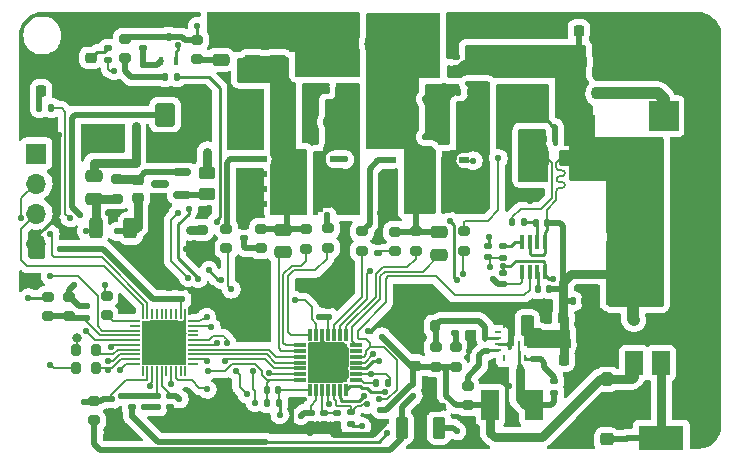
<source format=gbr>
%TF.GenerationSoftware,KiCad,Pcbnew,(6.0.2)*%
%TF.CreationDate,2022-05-23T20:35:17+03:00*%
%TF.ProjectId,The_Qi_wireless_charger_tx,5468655f-5169-45f7-9769-72656c657373,Rev 2*%
%TF.SameCoordinates,Original*%
%TF.FileFunction,Copper,L1,Top*%
%TF.FilePolarity,Positive*%
%FSLAX46Y46*%
G04 Gerber Fmt 4.6, Leading zero omitted, Abs format (unit mm)*
G04 Created by KiCad (PCBNEW (6.0.2)) date 2022-05-23 20:35:17*
%MOMM*%
%LPD*%
G01*
G04 APERTURE LIST*
G04 Aperture macros list*
%AMRoundRect*
0 Rectangle with rounded corners*
0 $1 Rounding radius*
0 $2 $3 $4 $5 $6 $7 $8 $9 X,Y pos of 4 corners*
0 Add a 4 corners polygon primitive as box body*
4,1,4,$2,$3,$4,$5,$6,$7,$8,$9,$2,$3,0*
0 Add four circle primitives for the rounded corners*
1,1,$1+$1,$2,$3*
1,1,$1+$1,$4,$5*
1,1,$1+$1,$6,$7*
1,1,$1+$1,$8,$9*
0 Add four rect primitives between the rounded corners*
20,1,$1+$1,$2,$3,$4,$5,0*
20,1,$1+$1,$4,$5,$6,$7,0*
20,1,$1+$1,$6,$7,$8,$9,0*
20,1,$1+$1,$8,$9,$2,$3,0*%
G04 Aperture macros list end*
%TA.AperFunction,ComponentPad*%
%ADD10C,4.000000*%
%TD*%
%TA.AperFunction,SMDPad,CuDef*%
%ADD11R,1.500000X2.000000*%
%TD*%
%TA.AperFunction,SMDPad,CuDef*%
%ADD12R,3.800000X2.000000*%
%TD*%
%TA.AperFunction,SMDPad,CuDef*%
%ADD13R,0.850000X0.500000*%
%TD*%
%TA.AperFunction,SMDPad,CuDef*%
%ADD14R,0.843750X4.800000*%
%TD*%
%TA.AperFunction,SMDPad,CuDef*%
%ADD15R,1.612500X3.110000*%
%TD*%
%TA.AperFunction,SMDPad,CuDef*%
%ADD16R,0.800000X0.600000*%
%TD*%
%TA.AperFunction,SMDPad,CuDef*%
%ADD17R,1.900000X4.612500*%
%TD*%
%TA.AperFunction,SMDPad,CuDef*%
%ADD18RoundRect,0.140000X0.170000X-0.140000X0.170000X0.140000X-0.170000X0.140000X-0.170000X-0.140000X0*%
%TD*%
%TA.AperFunction,SMDPad,CuDef*%
%ADD19RoundRect,0.225000X0.250000X-0.225000X0.250000X0.225000X-0.250000X0.225000X-0.250000X-0.225000X0*%
%TD*%
%TA.AperFunction,SMDPad,CuDef*%
%ADD20RoundRect,0.250000X-0.275000X0.312500X-0.275000X-0.312500X0.275000X-0.312500X0.275000X0.312500X0*%
%TD*%
%TA.AperFunction,SMDPad,CuDef*%
%ADD21RoundRect,0.250000X0.312500X0.275000X-0.312500X0.275000X-0.312500X-0.275000X0.312500X-0.275000X0*%
%TD*%
%TA.AperFunction,SMDPad,CuDef*%
%ADD22RoundRect,0.140000X-0.140000X-0.170000X0.140000X-0.170000X0.140000X0.170000X-0.140000X0.170000X0*%
%TD*%
%TA.AperFunction,SMDPad,CuDef*%
%ADD23R,0.450000X0.700000*%
%TD*%
%TA.AperFunction,SMDPad,CuDef*%
%ADD24RoundRect,0.150000X0.587500X0.150000X-0.587500X0.150000X-0.587500X-0.150000X0.587500X-0.150000X0*%
%TD*%
%TA.AperFunction,SMDPad,CuDef*%
%ADD25RoundRect,0.250000X0.275000X0.700000X-0.275000X0.700000X-0.275000X-0.700000X0.275000X-0.700000X0*%
%TD*%
%TA.AperFunction,SMDPad,CuDef*%
%ADD26RoundRect,0.135000X0.135000X0.185000X-0.135000X0.185000X-0.135000X-0.185000X0.135000X-0.185000X0*%
%TD*%
%TA.AperFunction,SMDPad,CuDef*%
%ADD27RoundRect,0.135000X0.185000X-0.135000X0.185000X0.135000X-0.185000X0.135000X-0.185000X-0.135000X0*%
%TD*%
%TA.AperFunction,SMDPad,CuDef*%
%ADD28RoundRect,0.200000X-0.275000X0.200000X-0.275000X-0.200000X0.275000X-0.200000X0.275000X0.200000X0*%
%TD*%
%TA.AperFunction,SMDPad,CuDef*%
%ADD29RoundRect,0.200000X-0.200000X-0.275000X0.200000X-0.275000X0.200000X0.275000X-0.200000X0.275000X0*%
%TD*%
%TA.AperFunction,SMDPad,CuDef*%
%ADD30RoundRect,0.250000X-0.450000X0.262500X-0.450000X-0.262500X0.450000X-0.262500X0.450000X0.262500X0*%
%TD*%
%TA.AperFunction,SMDPad,CuDef*%
%ADD31RoundRect,0.250000X0.312500X0.625000X-0.312500X0.625000X-0.312500X-0.625000X0.312500X-0.625000X0*%
%TD*%
%TA.AperFunction,SMDPad,CuDef*%
%ADD32R,0.850000X0.200000*%
%TD*%
%TA.AperFunction,SMDPad,CuDef*%
%ADD33R,0.200000X0.850000*%
%TD*%
%TA.AperFunction,SMDPad,CuDef*%
%ADD34R,3.700000X3.700000*%
%TD*%
%TA.AperFunction,SMDPad,CuDef*%
%ADD35R,0.450000X1.150000*%
%TD*%
%TA.AperFunction,SMDPad,CuDef*%
%ADD36RoundRect,0.250000X-1.500000X-0.550000X1.500000X-0.550000X1.500000X0.550000X-1.500000X0.550000X0*%
%TD*%
%TA.AperFunction,SMDPad,CuDef*%
%ADD37RoundRect,0.200000X0.275000X-0.200000X0.275000X0.200000X-0.275000X0.200000X-0.275000X-0.200000X0*%
%TD*%
%TA.AperFunction,SMDPad,CuDef*%
%ADD38R,0.600000X0.250000*%
%TD*%
%TA.AperFunction,SMDPad,CuDef*%
%ADD39R,0.250000X0.600000*%
%TD*%
%TA.AperFunction,SMDPad,CuDef*%
%ADD40R,0.250000X1.700000*%
%TD*%
%TA.AperFunction,SMDPad,CuDef*%
%ADD41R,0.400000X2.100000*%
%TD*%
%TA.AperFunction,SMDPad,CuDef*%
%ADD42R,0.560000X0.250000*%
%TD*%
%TA.AperFunction,SMDPad,CuDef*%
%ADD43RoundRect,0.140000X-0.170000X0.140000X-0.170000X-0.140000X0.170000X-0.140000X0.170000X0.140000X0*%
%TD*%
%TA.AperFunction,SMDPad,CuDef*%
%ADD44RoundRect,0.250000X-0.475000X0.250000X-0.475000X-0.250000X0.475000X-0.250000X0.475000X0.250000X0*%
%TD*%
%TA.AperFunction,SMDPad,CuDef*%
%ADD45RoundRect,0.250000X0.475000X-0.250000X0.475000X0.250000X-0.475000X0.250000X-0.475000X-0.250000X0*%
%TD*%
%TA.AperFunction,SMDPad,CuDef*%
%ADD46RoundRect,0.140000X0.140000X0.170000X-0.140000X0.170000X-0.140000X-0.170000X0.140000X-0.170000X0*%
%TD*%
%TA.AperFunction,SMDPad,CuDef*%
%ADD47RoundRect,0.250000X0.250000X0.475000X-0.250000X0.475000X-0.250000X-0.475000X0.250000X-0.475000X0*%
%TD*%
%TA.AperFunction,SMDPad,CuDef*%
%ADD48RoundRect,0.218750X0.218750X0.256250X-0.218750X0.256250X-0.218750X-0.256250X0.218750X-0.256250X0*%
%TD*%
%TA.AperFunction,SMDPad,CuDef*%
%ADD49RoundRect,0.218750X-0.256250X0.218750X-0.256250X-0.218750X0.256250X-0.218750X0.256250X0.218750X0*%
%TD*%
%TA.AperFunction,SMDPad,CuDef*%
%ADD50RoundRect,0.200000X0.200000X0.275000X-0.200000X0.275000X-0.200000X-0.275000X0.200000X-0.275000X0*%
%TD*%
%TA.AperFunction,SMDPad,CuDef*%
%ADD51RoundRect,0.225000X-0.225000X-0.250000X0.225000X-0.250000X0.225000X0.250000X-0.225000X0.250000X0*%
%TD*%
%TA.AperFunction,SMDPad,CuDef*%
%ADD52RoundRect,0.250000X0.650000X-0.325000X0.650000X0.325000X-0.650000X0.325000X-0.650000X-0.325000X0*%
%TD*%
%TA.AperFunction,ComponentPad*%
%ADD53RoundRect,0.250000X-0.600000X-0.750000X0.600000X-0.750000X0.600000X0.750000X-0.600000X0.750000X0*%
%TD*%
%TA.AperFunction,ComponentPad*%
%ADD54O,1.700000X2.000000*%
%TD*%
%TA.AperFunction,ComponentPad*%
%ADD55R,1.700000X1.700000*%
%TD*%
%TA.AperFunction,ComponentPad*%
%ADD56O,1.700000X1.700000*%
%TD*%
%TA.AperFunction,SMDPad,CuDef*%
%ADD57RoundRect,0.135000X-0.135000X-0.185000X0.135000X-0.185000X0.135000X0.185000X-0.135000X0.185000X0*%
%TD*%
%TA.AperFunction,SMDPad,CuDef*%
%ADD58RoundRect,0.135000X-0.185000X0.135000X-0.185000X-0.135000X0.185000X-0.135000X0.185000X0.135000X0*%
%TD*%
%TA.AperFunction,SMDPad,CuDef*%
%ADD59RoundRect,0.250000X0.262500X0.450000X-0.262500X0.450000X-0.262500X-0.450000X0.262500X-0.450000X0*%
%TD*%
%TA.AperFunction,SMDPad,CuDef*%
%ADD60R,1.500000X2.500000*%
%TD*%
%TA.AperFunction,SMDPad,CuDef*%
%ADD61R,0.300000X1.000000*%
%TD*%
%TA.AperFunction,SMDPad,CuDef*%
%ADD62R,1.000000X0.300000*%
%TD*%
%TA.AperFunction,SMDPad,CuDef*%
%ADD63R,3.250000X3.250000*%
%TD*%
%TA.AperFunction,ComponentPad*%
%ADD64C,2.500000*%
%TD*%
%TA.AperFunction,ComponentPad*%
%ADD65R,2.500000X2.500000*%
%TD*%
%TA.AperFunction,ViaPad*%
%ADD66C,0.550000*%
%TD*%
%TA.AperFunction,ViaPad*%
%ADD67C,0.800000*%
%TD*%
%TA.AperFunction,Conductor*%
%ADD68C,0.254000*%
%TD*%
%TA.AperFunction,Conductor*%
%ADD69C,0.200000*%
%TD*%
%TA.AperFunction,Conductor*%
%ADD70C,0.500000*%
%TD*%
%TA.AperFunction,Conductor*%
%ADD71C,0.750000*%
%TD*%
%TA.AperFunction,Conductor*%
%ADD72C,1.000000*%
%TD*%
%TA.AperFunction,Conductor*%
%ADD73C,0.250000*%
%TD*%
G04 APERTURE END LIST*
D10*
%TO.P,L4,1,1*%
%TO.N,Net-(C46-Pad2)*%
X55200000Y-124900000D03*
%TO.P,L4,2,2*%
%TO.N,/H_BRIDGE_MOSFETS/COIL*%
X50200000Y-124900000D03*
%TD*%
D11*
%TO.P,U6,1,GND*%
%TO.N,GND*%
X80600000Y-151950000D03*
D12*
%TO.P,U6,2,VO*%
%TO.N,+3V3*%
X78300000Y-158250000D03*
D11*
X78300000Y-151950000D03*
%TO.P,U6,3,VI*%
%TO.N,+5V*%
X76000000Y-151950000D03*
%TD*%
D13*
%TO.P,U8,1,G1*%
%TO.N,Net-(R28-Pad2)*%
X61565000Y-134770000D03*
%TO.P,U8,2,D1*%
%TO.N,/H_BRG_PWR*%
X61565000Y-136040000D03*
%TO.P,U8,3,D1*%
X61565000Y-137310000D03*
D14*
%TO.P,U8,4,D1*%
X60118125Y-136875000D03*
D15*
X60508750Y-137345000D03*
D13*
X61565000Y-138580000D03*
D16*
%TO.P,U8,5,S2*%
%TO.N,GND*%
X55465000Y-138580000D03*
%TO.P,U8,6,S2*%
X55465000Y-137310000D03*
%TO.P,U8,7,S2*%
X55465000Y-136040000D03*
%TO.P,U8,8,G2*%
%TO.N,Net-(R31-Pad2)*%
X55465000Y-134770000D03*
D17*
%TO.P,U8,9,S1*%
%TO.N,Net-(C46-Pad2)*%
X57890000Y-136793750D03*
%TD*%
D13*
%TO.P,U7,1,G1*%
%TO.N,Net-(R26-Pad2)*%
X50646875Y-134695000D03*
%TO.P,U7,2,D1*%
%TO.N,/H_BRG_PWR*%
X50646875Y-135965000D03*
%TO.P,U7,3,D1*%
X50646875Y-137235000D03*
D14*
%TO.P,U7,4,D1*%
X49200000Y-136800000D03*
D15*
X49590625Y-137270000D03*
D13*
X50646875Y-138505000D03*
D16*
%TO.P,U7,5,S2*%
%TO.N,GND*%
X44546875Y-138505000D03*
%TO.P,U7,6,S2*%
X44546875Y-137235000D03*
%TO.P,U7,7,S2*%
X44546875Y-135965000D03*
%TO.P,U7,8,G2*%
%TO.N,Net-(R30-Pad2)*%
X44546875Y-134695000D03*
D17*
%TO.P,U7,9,S1*%
%TO.N,Net-(C45-Pad2)*%
X46971875Y-136718750D03*
%TD*%
D18*
%TO.P,C19,1*%
%TO.N,AVDD*%
X64895000Y-145240000D03*
%TO.P,C19,2*%
%TO.N,GNDREF*%
X64895000Y-144280000D03*
%TD*%
%TO.P,C23,1*%
%TO.N,/DC_CURRENT*%
X63665000Y-143000000D03*
%TO.P,C23,2*%
%TO.N,GNDREF*%
X63665000Y-142040000D03*
%TD*%
D19*
%TO.P,C27,1*%
%TO.N,+5V*%
X57440000Y-152150000D03*
%TO.P,C27,2*%
%TO.N,GND*%
X57440000Y-150600000D03*
%TD*%
D20*
%TO.P,C29,1*%
%TO.N,+5V*%
X73700000Y-153312500D03*
%TO.P,C29,2*%
%TO.N,GND*%
X73700000Y-155087500D03*
%TD*%
D21*
%TO.P,C31,1*%
%TO.N,+3V3*%
X73687500Y-158400000D03*
%TO.P,C31,2*%
%TO.N,GND*%
X71912500Y-158400000D03*
%TD*%
D18*
%TO.P,C38,1*%
%TO.N,+24V*%
X60900000Y-126980000D03*
%TO.P,C38,2*%
%TO.N,GND*%
X60900000Y-126020000D03*
%TD*%
D22*
%TO.P,C42,1*%
%TO.N,/H_BRG_PWR*%
X68340000Y-133000000D03*
%TO.P,C42,2*%
%TO.N,GND*%
X69300000Y-133000000D03*
%TD*%
D23*
%TO.P,D10,1,A*%
%TO.N,GNDREF*%
X35955000Y-126350000D03*
%TO.P,D10,2,K*%
%TO.N,+3V3*%
X37255000Y-126350000D03*
%TO.P,D10,3,common*%
%TO.N,/V_SENSE*%
X36605000Y-124350000D03*
%TD*%
D24*
%TO.P,D11,1,A*%
%TO.N,Net-(D11-Pad1)*%
X37737500Y-137698000D03*
%TO.P,D11,2,K*%
%TO.N,Net-(C61-Pad2)*%
X37737500Y-135798000D03*
%TO.P,D11,3,common*%
%TO.N,unconnected-(D11-Pad3)*%
X35862500Y-136748000D03*
%TD*%
D25*
%TO.P,FB1,1*%
%TO.N,+3V3*%
X59475000Y-157400000D03*
%TO.P,FB1,2*%
%TO.N,AVDD*%
X56325000Y-157400000D03*
%TD*%
D26*
%TO.P,R7,1*%
%TO.N,/TS80003_TX_CTRL/LED_R*%
X26665000Y-130330000D03*
%TO.P,R7,2*%
%TO.N,Net-(D1-Pad2)*%
X25645000Y-130330000D03*
%TD*%
D27*
%TO.P,R8,1*%
%TO.N,/TS80003_TX_CTRL/LED_G*%
X31464000Y-126302000D03*
%TO.P,R8,2*%
%TO.N,Net-(D2-Pad2)*%
X31464000Y-125282000D03*
%TD*%
D28*
%TO.P,R17,1*%
%TO.N,Net-(R17-Pad1)*%
X61900000Y-153875000D03*
%TO.P,R17,2*%
%TO.N,+5V*%
X61900000Y-155525000D03*
%TD*%
%TO.P,R18,1*%
%TO.N,Net-(C26-Pad1)*%
X60890000Y-150600000D03*
%TO.P,R18,2*%
%TO.N,+5V*%
X60890000Y-152250000D03*
%TD*%
%TO.P,R19,1*%
%TO.N,Net-(C26-Pad2)*%
X59190000Y-150600000D03*
%TO.P,R19,2*%
%TO.N,+5V*%
X59190000Y-152250000D03*
%TD*%
D29*
%TO.P,R20,1*%
%TO.N,GND*%
X57460000Y-148830000D03*
%TO.P,R20,2*%
%TO.N,Net-(C26-Pad2)*%
X59110000Y-148830000D03*
%TD*%
D30*
%TO.P,R37,1*%
%TO.N,/H_BRIDGE_MOSFETS/COIL*%
X39850000Y-135827500D03*
%TO.P,R37,2*%
%TO.N,Net-(D11-Pad1)*%
X39850000Y-137652500D03*
%TD*%
D28*
%TO.P,R38,1*%
%TO.N,Net-(C61-Pad2)*%
X32210000Y-136375000D03*
%TO.P,R38,2*%
%TO.N,/AC_PEAK*%
X32210000Y-138025000D03*
%TD*%
D31*
%TO.P,R40,1*%
%TO.N,GNDREF*%
X33350000Y-140540000D03*
%TO.P,R40,2*%
%TO.N,/AC_PEAK*%
X30425000Y-140540000D03*
%TD*%
D32*
%TO.P,U2,1,AC_GAIN1*%
%TO.N,Net-(R10-Pad2)*%
X33750000Y-148400000D03*
%TO.P,U2,2,COIL_PHASE*%
%TO.N,unconnected-(U2-Pad2)*%
X33750000Y-148800000D03*
%TO.P,U2,3,MATCH_PHASE*%
%TO.N,Net-(R9-Pad2)*%
X33750000Y-149200000D03*
%TO.P,U2,4,DC_V*%
%TO.N,/TS80003_TX_CTRL/DC_VOLTAGE*%
X33750000Y-149600000D03*
%TO.P,U2,5,DC_I*%
%TO.N,/DC_CURRENT*%
X33750000Y-150000000D03*
%TO.P,U2,6,AC_PEAK*%
%TO.N,/AC_PEAK*%
X33750000Y-150400000D03*
%TO.P,U2,7,AC_GAIN2*%
%TO.N,Net-(R11-Pad2)*%
X33750000Y-150800000D03*
%TO.P,U2,8,AC_PHASE*%
%TO.N,/AC_PHASE*%
X33750000Y-151200000D03*
%TO.P,U2,9,AC_V*%
%TO.N,/AC_V*%
X33750000Y-151600000D03*
%TO.P,U2,10,AC_AMPL*%
%TO.N,/AC_AMPL*%
X33750000Y-152000000D03*
D33*
%TO.P,U2,11,BATT_V*%
%TO.N,unconnected-(U2-Pad11)*%
X34400000Y-152650000D03*
%TO.P,U2,12,TEMP*%
%TO.N,temp*%
X34800000Y-152650000D03*
%TO.P,U2,13,AVSS*%
%TO.N,GNDREF*%
X35200000Y-152650000D03*
%TO.P,U2,14,AVDD*%
%TO.N,AVDD*%
X35600000Y-152650000D03*
%TO.P,U2,15,VDD_1*%
%TO.N,+3V3*%
X36000000Y-152650000D03*
%TO.P,U2,16,LEDB*%
%TO.N,unconnected-(U2-Pad16)*%
X36400000Y-152650000D03*
%TO.P,U2,17,LEDR*%
%TO.N,/TS80003_TX_CTRL/LED_R*%
X36800000Y-152650000D03*
%TO.P,U2,18,DRV_EN*%
%TO.N,/DRV_EN*%
X37200000Y-152650000D03*
%TO.P,U2,19,I2C_SCL/RX*%
%TO.N,unconnected-(U2-Pad19)*%
X37600000Y-152650000D03*
%TO.P,U2,20,I2C_SDA/TX*%
%TO.N,unconnected-(U2-Pad20)*%
X38000000Y-152650000D03*
D32*
%TO.P,U2,21,BST_L(reset)*%
%TO.N,unconnected-(U2-Pad21)*%
X38650000Y-152000000D03*
%TO.P,U2,22,LEDG*%
%TO.N,/TS80003_TX_CTRL/LED_G*%
X38650000Y-151600000D03*
%TO.P,U2,23,PWM1_H*%
%TO.N,/PWM1_H*%
X38650000Y-151200000D03*
%TO.P,U2,24,PWM1_L*%
%TO.N,/PWM1_L*%
X38650000Y-150800000D03*
%TO.P,U2,25,SYNC1*%
%TO.N,/SYNC1*%
X38650000Y-150400000D03*
%TO.P,U2,26,SYNC2*%
%TO.N,/SYNC2*%
X38650000Y-150000000D03*
%TO.P,U2,27,TOUCH1*%
%TO.N,unconnected-(U2-Pad27)*%
X38650000Y-149600000D03*
%TO.P,U2,28,COIL_EN1*%
%TO.N,unconnected-(U2-Pad28)*%
X38650000Y-149200000D03*
%TO.P,U2,29,PWM2_L*%
%TO.N,/PWM2_L*%
X38650000Y-148800000D03*
%TO.P,U2,30,PWM2_H*%
%TO.N,/PWM2_H*%
X38650000Y-148400000D03*
D33*
%TO.P,U2,31,VSS*%
%TO.N,GND*%
X38000000Y-147750000D03*
%TO.P,U2,32,VDD_2*%
%TO.N,+3V3*%
X37600000Y-147750000D03*
%TO.P,U2,33,BUCK_H*%
%TO.N,unconnected-(U2-Pad33)*%
X37200000Y-147750000D03*
%TO.P,U2,34,BUCK_L*%
%TO.N,unconnected-(U2-Pad34)*%
X36800000Y-147750000D03*
%TO.P,U2,35,COIL_EN2*%
%TO.N,unconnected-(U2-Pad35)*%
X36400000Y-147750000D03*
%TO.P,U2,36,COIL_EN3*%
%TO.N,unconnected-(U2-Pad36)*%
X36000000Y-147750000D03*
%TO.P,U2,37,TOUCH2*%
%TO.N,unconnected-(U2-Pad37)*%
X35600000Y-147750000D03*
%TO.P,U2,38,TOUCH3*%
%TO.N,unconnected-(U2-Pad38)*%
X35200000Y-147750000D03*
%TO.P,U2,39,BT_RX*%
%TO.N,Net-(J3-Pad2)*%
X34800000Y-147750000D03*
%TO.P,U2,40,BT_TX*%
%TO.N,Net-(J3-Pad3)*%
X34400000Y-147750000D03*
D34*
%TO.P,U2,41,GND*%
%TO.N,GND*%
X36200000Y-150200000D03*
%TD*%
D35*
%TO.P,U4,1,VOS_REF*%
%TO.N,AVDD*%
X66500000Y-144200000D03*
%TO.P,U4,2,EN*%
%TO.N,/DRV_EN*%
X67150000Y-144200000D03*
%TO.P,U4,3,VDDR*%
%TO.N,Net-(C66-Pad2)*%
X67800000Y-144200000D03*
%TO.P,U4,4,VSS*%
%TO.N,GNDREF*%
X68450000Y-144200000D03*
%TO.P,U4,5,VDD*%
%TO.N,+24V*%
X68450000Y-141700000D03*
%TO.P,U4,6,INM*%
%TO.N,Net-(C20-Pad1)*%
X67800000Y-141700000D03*
%TO.P,U4,7,INP*%
%TO.N,+24V*%
X67150000Y-141700000D03*
%TO.P,U4,8,OUT*%
%TO.N,Net-(R16-Pad2)*%
X66500000Y-141700000D03*
%TD*%
D36*
%TO.P,C25,1*%
%TO.N,+24V*%
X75900000Y-145800000D03*
%TO.P,C25,2*%
%TO.N,GND*%
X81300000Y-145800000D03*
%TD*%
D37*
%TO.P,R26,1*%
%TO.N,/H_BRIDGE_MOSFETS/HO2*%
X50091875Y-142190000D03*
%TO.P,R26,2*%
%TO.N,Net-(R26-Pad2)*%
X50091875Y-140540000D03*
%TD*%
D28*
%TO.P,R27,1*%
%TO.N,Net-(C45-Pad2)*%
X48201875Y-140595000D03*
%TO.P,R27,2*%
%TO.N,/H_BRIDGE_MOSFETS/VS2*%
X48201875Y-142245000D03*
%TD*%
D37*
%TO.P,R28,1*%
%TO.N,/H_BRIDGE_MOSFETS/HO1*%
X61565000Y-142425000D03*
%TO.P,R28,2*%
%TO.N,Net-(R28-Pad2)*%
X61565000Y-140775000D03*
%TD*%
D28*
%TO.P,R29,1*%
%TO.N,Net-(C46-Pad2)*%
X57495000Y-140792500D03*
%TO.P,R29,2*%
%TO.N,/H_BRIDGE_MOSFETS/VS1*%
X57495000Y-142442500D03*
%TD*%
D37*
%TO.P,R31,1*%
%TO.N,/H_BRIDGE_MOSFETS/LO1*%
X52965000Y-142425000D03*
%TO.P,R31,2*%
%TO.N,Net-(R31-Pad2)*%
X52965000Y-140775000D03*
%TD*%
D28*
%TO.P,R35,1*%
%TO.N,Net-(C45-Pad2)*%
X44381875Y-140572500D03*
%TO.P,R35,2*%
%TO.N,Net-(C51-Pad1)*%
X44381875Y-142222500D03*
%TD*%
%TO.P,R36,1*%
%TO.N,Net-(C46-Pad2)*%
X55755000Y-140825000D03*
%TO.P,R36,2*%
%TO.N,Net-(C52-Pad1)*%
X55755000Y-142475000D03*
%TD*%
D38*
%TO.P,U3,1,EN*%
%TO.N,unconnected-(U3-Pad1)*%
X64500000Y-149350000D03*
%TO.P,U3,2,FB*%
%TO.N,Net-(C26-Pad2)*%
X64500000Y-149850000D03*
%TO.P,U3,3,AGND*%
%TO.N,GND*%
X64500000Y-150350000D03*
%TO.P,U3,4,PG*%
%TO.N,Net-(R17-Pad1)*%
X64500000Y-150850000D03*
D39*
%TO.P,U3,5,NC*%
%TO.N,unconnected-(U3-Pad5)*%
X64970000Y-151500000D03*
D40*
%TO.P,U3,6,SW*%
%TO.N,Net-(C22-Pad2)*%
X66270000Y-150950000D03*
D39*
%TO.P,U3,7,BOOT*%
%TO.N,Net-(C22-Pad1)*%
X66770000Y-151500000D03*
D41*
%TO.P,U3,8,VIN_1*%
%TO.N,+24V*%
X66850000Y-149450000D03*
%TO.P,U3,9,PGND*%
%TO.N,GND*%
X65690000Y-149450000D03*
D39*
%TO.P,U3,10,MODE*%
X64970000Y-148700000D03*
D42*
%TO.P,U3,11,VIN_2*%
%TO.N,+24V*%
X67320000Y-150350000D03*
%TO.P,U3,12,VIN_3*%
X67320000Y-149850000D03*
%TO.P,U3,13,VIN_4*%
X67320000Y-149350000D03*
%TD*%
D18*
%TO.P,C7,1*%
%TO.N,/TS80003_TX_CTRL/DC_VOLTAGE*%
X29592000Y-148103000D03*
%TO.P,C7,2*%
%TO.N,GNDREF*%
X29592000Y-147143000D03*
%TD*%
%TO.P,C8,1*%
%TO.N,+3V3*%
X36640000Y-146505000D03*
%TO.P,C8,2*%
%TO.N,GND*%
X36640000Y-145545000D03*
%TD*%
D43*
%TO.P,C9,1*%
%TO.N,+3V3*%
X36700000Y-154720000D03*
%TO.P,C9,2*%
%TO.N,GND*%
X36700000Y-155680000D03*
%TD*%
D18*
%TO.P,C10,1*%
%TO.N,+3V3*%
X37680000Y-146515000D03*
%TO.P,C10,2*%
%TO.N,GND*%
X37680000Y-145555000D03*
%TD*%
D43*
%TO.P,C11,1*%
%TO.N,temp*%
X31750000Y-155006000D03*
%TO.P,C11,2*%
%TO.N,GND*%
X31750000Y-155966000D03*
%TD*%
%TO.P,C12,1*%
%TO.N,AVDD*%
X34550000Y-154706000D03*
%TO.P,C12,2*%
%TO.N,Net-(C12-Pad2)*%
X34550000Y-155666000D03*
%TD*%
%TO.P,C13,1*%
%TO.N,AVDD*%
X33450000Y-154706000D03*
%TO.P,C13,2*%
%TO.N,GNDREF*%
X33450000Y-155666000D03*
%TD*%
%TO.P,C14,1*%
%TO.N,AVDD*%
X35640000Y-154711000D03*
%TO.P,C14,2*%
%TO.N,Net-(C12-Pad2)*%
X35640000Y-155671000D03*
%TD*%
D22*
%TO.P,C18,1*%
%TO.N,+24V*%
X70840000Y-146700000D03*
%TO.P,C18,2*%
%TO.N,GND*%
X71800000Y-146700000D03*
%TD*%
%TO.P,C20,1*%
%TO.N,Net-(C20-Pad1)*%
X67695000Y-140050000D03*
%TO.P,C20,2*%
%TO.N,+24V*%
X68655000Y-140050000D03*
%TD*%
D43*
%TO.P,C22,1*%
%TO.N,Net-(C22-Pad1)*%
X69255600Y-153480000D03*
%TO.P,C22,2*%
%TO.N,Net-(C22-Pad2)*%
X69255600Y-154440000D03*
%TD*%
D18*
%TO.P,C26,1*%
%TO.N,Net-(C26-Pad1)*%
X60860000Y-149355000D03*
%TO.P,C26,2*%
%TO.N,Net-(C26-Pad2)*%
X60860000Y-148395000D03*
%TD*%
D44*
%TO.P,C43,1*%
%TO.N,/H_BRIDGE_MOSFETS/COIL*%
X41000000Y-124350000D03*
%TO.P,C43,2*%
%TO.N,Net-(C43-Pad2)*%
X41000000Y-126250000D03*
%TD*%
D45*
%TO.P,C45,1*%
%TO.N,/H_BRIDGE_MOSFETS/VB2*%
X46251875Y-142557500D03*
%TO.P,C45,2*%
%TO.N,Net-(C45-Pad2)*%
X46251875Y-140657500D03*
%TD*%
%TO.P,C46,1*%
%TO.N,/H_BRIDGE_MOSFETS/VB1*%
X59525000Y-142767500D03*
%TO.P,C46,2*%
%TO.N,Net-(C46-Pad2)*%
X59525000Y-140867500D03*
%TD*%
D18*
%TO.P,C51,1*%
%TO.N,Net-(C51-Pad1)*%
X42981875Y-141377500D03*
%TO.P,C51,2*%
%TO.N,GND*%
X42981875Y-140417500D03*
%TD*%
%TO.P,C52,1*%
%TO.N,Net-(C52-Pad1)*%
X54355000Y-142630000D03*
%TO.P,C52,2*%
%TO.N,GND*%
X54355000Y-141670000D03*
%TD*%
D46*
%TO.P,C53,1*%
%TO.N,/H_BRG_PWR*%
X50961875Y-128797500D03*
%TO.P,C53,2*%
%TO.N,GND*%
X50001875Y-128797500D03*
%TD*%
%TO.P,C54,1*%
%TO.N,/H_BRG_PWR*%
X62075000Y-128950000D03*
%TO.P,C54,2*%
%TO.N,GND*%
X61115000Y-128950000D03*
%TD*%
D47*
%TO.P,C55,1*%
%TO.N,/H_BRG_PWR*%
X50736875Y-132667500D03*
%TO.P,C55,2*%
%TO.N,GND*%
X48836875Y-132667500D03*
%TD*%
%TO.P,C56,1*%
%TO.N,/H_BRG_PWR*%
X61782500Y-132750000D03*
%TO.P,C56,2*%
%TO.N,GND*%
X59882500Y-132750000D03*
%TD*%
%TO.P,C57,1*%
%TO.N,/H_BRG_PWR*%
X50694375Y-130397500D03*
%TO.P,C57,2*%
%TO.N,GND*%
X48794375Y-130397500D03*
%TD*%
%TO.P,C58,1*%
%TO.N,/H_BRG_PWR*%
X61792500Y-130520000D03*
%TO.P,C58,2*%
%TO.N,GND*%
X59892500Y-130520000D03*
%TD*%
D44*
%TO.P,C59,1*%
%TO.N,/H_BRIDGE_MOSFETS/COIL*%
X43700000Y-124450000D03*
%TO.P,C59,2*%
%TO.N,Net-(C45-Pad2)*%
X43700000Y-126350000D03*
%TD*%
%TO.P,C60,1*%
%TO.N,/H_BRIDGE_MOSFETS/COIL*%
X45820000Y-124435000D03*
%TO.P,C60,2*%
%TO.N,Net-(C45-Pad2)*%
X45820000Y-126335000D03*
%TD*%
D19*
%TO.P,C61,1*%
%TO.N,GNDREF*%
X34000000Y-137962500D03*
%TO.P,C61,2*%
%TO.N,Net-(C61-Pad2)*%
X34000000Y-136412500D03*
%TD*%
D44*
%TO.P,C64,1*%
%TO.N,GNDREF*%
X30250000Y-136130000D03*
%TO.P,C64,2*%
%TO.N,/AC_PEAK*%
X30250000Y-138030000D03*
%TD*%
D46*
%TO.P,C66,1*%
%TO.N,+24V*%
X68815000Y-145700000D03*
%TO.P,C66,2*%
%TO.N,Net-(C66-Pad2)*%
X67855000Y-145700000D03*
%TD*%
D48*
%TO.P,D1,1,K*%
%TO.N,GND*%
X27375000Y-128900000D03*
%TO.P,D1,2,A*%
%TO.N,Net-(D1-Pad2)*%
X25800000Y-128900000D03*
%TD*%
D49*
%TO.P,D2,1,K*%
%TO.N,GND*%
X30000000Y-124512500D03*
%TO.P,D2,2,A*%
%TO.N,Net-(D2-Pad2)*%
X30000000Y-126087500D03*
%TD*%
D50*
%TO.P,R9,1*%
%TO.N,/AC_V*%
X30432500Y-152376000D03*
%TO.P,R9,2*%
%TO.N,Net-(R9-Pad2)*%
X28782500Y-152376000D03*
%TD*%
D28*
%TO.P,R10,1*%
%TO.N,/AC_GAIN*%
X31350000Y-146261000D03*
%TO.P,R10,2*%
%TO.N,Net-(R10-Pad2)*%
X31350000Y-147911000D03*
%TD*%
D29*
%TO.P,R11,1*%
%TO.N,/AC_GAIN*%
X28785000Y-150826000D03*
%TO.P,R11,2*%
%TO.N,Net-(R11-Pad2)*%
X30435000Y-150826000D03*
%TD*%
D37*
%TO.P,R12,1*%
%TO.N,AVDD*%
X30300000Y-156793500D03*
%TO.P,R12,2*%
%TO.N,temp*%
X30300000Y-155143500D03*
%TD*%
D28*
%TO.P,R42,1*%
%TO.N,GNDREF*%
X39400000Y-140675000D03*
%TO.P,R42,2*%
%TO.N,GND*%
X39400000Y-142325000D03*
%TD*%
D51*
%TO.P,C15,1*%
%TO.N,+24V*%
X70045000Y-151690000D03*
%TO.P,C15,2*%
%TO.N,GND*%
X71595000Y-151690000D03*
%TD*%
%TO.P,C16,1*%
%TO.N,+24V*%
X70000000Y-148100000D03*
%TO.P,C16,2*%
%TO.N,GND*%
X71550000Y-148100000D03*
%TD*%
%TO.P,C17,1*%
%TO.N,+24V*%
X70050000Y-149930000D03*
%TO.P,C17,2*%
%TO.N,GND*%
X71600000Y-149930000D03*
%TD*%
D52*
%TO.P,C30,1*%
%TO.N,+24V*%
X65700000Y-126575000D03*
%TO.P,C30,2*%
%TO.N,GND*%
X65700000Y-123625000D03*
%TD*%
%TO.P,C32,1*%
%TO.N,+24V*%
X62880000Y-126525000D03*
%TO.P,C32,2*%
%TO.N,GND*%
X62880000Y-123575000D03*
%TD*%
%TO.P,C35,1*%
%TO.N,+24V*%
X68400000Y-126575000D03*
%TO.P,C35,2*%
%TO.N,GND*%
X68400000Y-123625000D03*
%TD*%
D18*
%TO.P,C44,1*%
%TO.N,GNDREF*%
X34400000Y-125280000D03*
%TO.P,C44,2*%
%TO.N,/V_SENSE*%
X34400000Y-124320000D03*
%TD*%
D53*
%TO.P,J2,1,Pin_1*%
%TO.N,temp*%
X36300000Y-130900000D03*
D54*
%TO.P,J2,2,Pin_2*%
%TO.N,GND*%
X38800000Y-130900000D03*
%TD*%
D55*
%TO.P,J3,1,Pin_1*%
%TO.N,+3V3*%
X25400000Y-134200000D03*
D56*
%TO.P,J3,2,Pin_2*%
%TO.N,Net-(J3-Pad2)*%
X25400000Y-136740000D03*
%TO.P,J3,3,Pin_3*%
%TO.N,Net-(J3-Pad3)*%
X25400000Y-139280000D03*
%TO.P,J3,4,Pin_4*%
%TO.N,GND*%
X25400000Y-141820000D03*
%TD*%
D37*
%TO.P,R5,1*%
%TO.N,/TS80003_TX_CTRL/DC_VOLTAGE*%
X26360000Y-147990000D03*
%TO.P,R5,2*%
%TO.N,+24V*%
X26360000Y-146340000D03*
%TD*%
D28*
%TO.P,R6,1*%
%TO.N,GNDREF*%
X28138000Y-146317000D03*
%TO.P,R6,2*%
%TO.N,/TS80003_TX_CTRL/DC_VOLTAGE*%
X28138000Y-147967000D03*
%TD*%
D57*
%TO.P,R13,1*%
%TO.N,/H_BRG_PWR*%
X65690000Y-140000000D03*
%TO.P,R13,2*%
%TO.N,Net-(C20-Pad1)*%
X66710000Y-140000000D03*
%TD*%
D27*
%TO.P,R16,1*%
%TO.N,/DC_CURRENT*%
X64865000Y-143020000D03*
%TO.P,R16,2*%
%TO.N,Net-(R16-Pad2)*%
X64865000Y-142000000D03*
%TD*%
D37*
%TO.P,R25,1*%
%TO.N,Net-(C43-Pad2)*%
X39000000Y-126225000D03*
%TO.P,R25,2*%
%TO.N,/V_SENSE*%
X39000000Y-124575000D03*
%TD*%
D57*
%TO.P,R32,1*%
%TO.N,Net-(R32-Pad1)*%
X36290000Y-127700000D03*
%TO.P,R32,2*%
%TO.N,AVDD*%
X37310000Y-127700000D03*
%TD*%
D58*
%TO.P,R33,1*%
%TO.N,GNDREF*%
X34500000Y-126690000D03*
%TO.P,R33,2*%
%TO.N,Net-(R32-Pad1)*%
X34500000Y-127710000D03*
%TD*%
D28*
%TO.P,R34,1*%
%TO.N,/V_SENSE*%
X32900000Y-124475000D03*
%TO.P,R34,2*%
%TO.N,Net-(R32-Pad1)*%
X32900000Y-126125000D03*
%TD*%
D59*
%TO.P,Rsense1,1*%
%TO.N,+24V*%
X70112500Y-134600000D03*
%TO.P,Rsense1,2*%
%TO.N,/H_BRG_PWR*%
X68287500Y-134600000D03*
%TD*%
D60*
%TO.P,L2,1,1*%
%TO.N,Net-(C22-Pad2)*%
X67540300Y-155500000D03*
%TO.P,L2,2,2*%
%TO.N,+5V*%
X63840300Y-155500000D03*
%TD*%
D61*
%TO.P,U1,1,VS1*%
%TO.N,/H_BRIDGE_MOSFETS/VS1*%
X51600000Y-149550000D03*
%TO.P,U1,2,HO1*%
%TO.N,/H_BRIDGE_MOSFETS/HO1*%
X51100000Y-149550000D03*
%TO.P,U1,3,LO1*%
%TO.N,/H_BRIDGE_MOSFETS/LO1*%
X50600000Y-149550000D03*
%TO.P,U1,4,VCC*%
%TO.N,+5V*%
X50100000Y-149550000D03*
%TO.P,U1,5,PGND*%
%TO.N,GND*%
X49600000Y-149550000D03*
%TO.P,U1,6,LO2*%
%TO.N,/H_BRIDGE_MOSFETS/LO2*%
X49100000Y-149550000D03*
%TO.P,U1,7,HO2*%
%TO.N,/H_BRIDGE_MOSFETS/HO2*%
X48600000Y-149550000D03*
D62*
%TO.P,U1,8,VS2*%
%TO.N,/H_BRIDGE_MOSFETS/VS2*%
X47750000Y-150400000D03*
%TO.P,U1,9,VB2*%
%TO.N,/H_BRIDGE_MOSFETS/VB2*%
X47750000Y-150900000D03*
%TO.P,U1,10,LS1ON*%
%TO.N,/PWM1_L*%
X47750000Y-151400000D03*
%TO.P,U1,11,HS1ON*%
%TO.N,/PWM1_H*%
X47750000Y-151900000D03*
%TO.P,U1,12,LS2ON*%
%TO.N,/PWM2_L*%
X47750000Y-152400000D03*
%TO.P,U1,13,AGND*%
%TO.N,GNDREF*%
X47750000Y-152900000D03*
%TO.P,U1,14,VOUTA*%
%TO.N,/AC_PHASE*%
X47750000Y-153400000D03*
D61*
%TO.P,U1,15,CA*%
%TO.N,Net-(C2-Pad1)*%
X48600000Y-154250000D03*
%TO.P,U1,16,LDO_EN*%
%TO.N,+5V*%
X49100000Y-154250000D03*
%TO.P,U1,17,LDO*%
%TO.N,+3V0*%
X49600000Y-154250000D03*
%TO.P,U1,18,HS2ON*%
%TO.N,/PWM2_H*%
X50100000Y-154250000D03*
%TO.P,U1,19,RA*%
%TO.N,/AC_V*%
X50600000Y-154250000D03*
%TO.P,U1,20,SYNC1*%
%TO.N,/SYNC1*%
X51100000Y-154250000D03*
%TO.P,U1,21,VIN*%
%TO.N,/V_SENSE*%
X51600000Y-154250000D03*
D62*
%TO.P,U1,22,CB*%
%TO.N,Net-(R3-Pad1)*%
X52450000Y-153400000D03*
%TO.P,U1,23,VOUTB*%
%TO.N,/AC_AMPL*%
X52450000Y-152900000D03*
%TO.P,U1,24,GAIN*%
%TO.N,/AC_GAIN*%
X52450000Y-152400000D03*
%TO.P,U1,25,SYNC2*%
%TO.N,/SYNC2*%
X52450000Y-151900000D03*
%TO.P,U1,26,DRV_EN*%
%TO.N,/DRV_EN*%
X52450000Y-151400000D03*
%TO.P,U1,27,RB*%
%TO.N,unconnected-(U1-Pad27)*%
X52450000Y-150900000D03*
%TO.P,U1,28,VB1*%
%TO.N,/H_BRIDGE_MOSFETS/VB1*%
X52450000Y-150400000D03*
D63*
%TO.P,U1,29,GND*%
%TO.N,GND*%
X50100000Y-151900000D03*
%TD*%
D26*
%TO.P,R4,1*%
%TO.N,Net-(C2-Pad1)*%
X45905000Y-155320000D03*
%TO.P,R4,2*%
%TO.N,/AC_PHASE*%
X44885000Y-155320000D03*
%TD*%
D58*
%TO.P,R2,1*%
%TO.N,/AC_V*%
X52010000Y-156115000D03*
%TO.P,R2,2*%
%TO.N,Net-(C2-Pad1)*%
X52010000Y-157135000D03*
%TD*%
D57*
%TO.P,R3,1*%
%TO.N,Net-(R3-Pad1)*%
X54170000Y-153640000D03*
%TO.P,R3,2*%
%TO.N,/AC_AMPL*%
X55190000Y-153640000D03*
%TD*%
D43*
%TO.P,C6,1*%
%TO.N,+3V0*%
X49730000Y-156155000D03*
%TO.P,C6,2*%
%TO.N,GND*%
X49730000Y-157115000D03*
%TD*%
D46*
%TO.P,C2,1*%
%TO.N,Net-(C2-Pad1)*%
X45890000Y-154240000D03*
%TO.P,C2,2*%
%TO.N,/AC_PHASE*%
X44930000Y-154240000D03*
%TD*%
D43*
%TO.P,C3,1*%
%TO.N,+5V*%
X48610000Y-156160000D03*
%TO.P,C3,2*%
%TO.N,GND*%
X48610000Y-157120000D03*
%TD*%
%TO.P,C5,1*%
%TO.N,+3V0*%
X50840000Y-156155000D03*
%TO.P,C5,2*%
%TO.N,GND*%
X50840000Y-157115000D03*
%TD*%
D18*
%TO.P,C4,1*%
%TO.N,+5V*%
X50100000Y-148045000D03*
%TO.P,C4,2*%
%TO.N,GND*%
X50100000Y-147085000D03*
%TD*%
D37*
%TO.P,R30,1*%
%TO.N,/H_BRIDGE_MOSFETS/LO2*%
X41481875Y-142222500D03*
%TO.P,R30,2*%
%TO.N,Net-(R30-Pad2)*%
X41481875Y-140572500D03*
%TD*%
D51*
%TO.P,C24,1*%
%TO.N,+24V*%
X71325000Y-127300000D03*
%TO.P,C24,2*%
%TO.N,GND*%
X72875000Y-127300000D03*
%TD*%
%TO.P,C1,1*%
%TO.N,+24V*%
X71325000Y-123800000D03*
%TO.P,C1,2*%
%TO.N,GND*%
X72875000Y-123800000D03*
%TD*%
D36*
%TO.P,C28,1*%
%TO.N,+24V*%
X76000000Y-138000000D03*
%TO.P,C28,2*%
%TO.N,GND*%
X81400000Y-138000000D03*
%TD*%
D51*
%TO.P,C21,1*%
%TO.N,+24V*%
X71325000Y-125500000D03*
%TO.P,C21,2*%
%TO.N,GND*%
X72875000Y-125500000D03*
%TD*%
D64*
%TO.P,J1,2,Pin_2*%
%TO.N,GND*%
X78500000Y-125965000D03*
D65*
%TO.P,J1,1,Pin_1*%
%TO.N,Net-(J1-Pad1)*%
X78500000Y-131045000D03*
%TD*%
D48*
%TO.P,L1,1,1*%
%TO.N,Net-(J1-Pad1)*%
X72887500Y-129100000D03*
%TO.P,L1,2,2*%
%TO.N,+24V*%
X71312500Y-129100000D03*
%TD*%
D66*
%TO.N,GND*%
X24500000Y-145000000D03*
X58000000Y-155800000D03*
X54800000Y-157100000D03*
X62000000Y-150900000D03*
X67200000Y-138200000D03*
X73500000Y-147800000D03*
X73500000Y-151200000D03*
X70800000Y-153400000D03*
X59800000Y-155600000D03*
X65400000Y-157000000D03*
X65400000Y-153900000D03*
X53459145Y-149209795D03*
X38500000Y-145800000D03*
X38100000Y-142300000D03*
X51600000Y-142400000D03*
X50200000Y-146000000D03*
X44400000Y-149800000D03*
X44100000Y-146400000D03*
X44000000Y-133100000D03*
X44000000Y-129500000D03*
%TO.N,AVDD*%
X60983841Y-144917946D03*
X60400000Y-139900000D03*
X40663359Y-139973073D03*
%TO.N,GNDREF*%
X33800000Y-131900000D03*
%TO.N,GND*%
X27275980Y-132600000D03*
%TO.N,Net-(J3-Pad2)*%
X26575500Y-141000000D03*
X24100000Y-139700000D03*
%TO.N,GND*%
X36800000Y-157000000D03*
X32000000Y-157400000D03*
X34900000Y-149200000D03*
X31500000Y-139200000D03*
X31200000Y-132600000D03*
X31300000Y-128800000D03*
X35900000Y-128800000D03*
X35600000Y-134500000D03*
X35600000Y-139000000D03*
X35600000Y-141900000D03*
X35600000Y-144600000D03*
X32700000Y-146600000D03*
%TO.N,/AC_GAIN*%
X40000000Y-144100000D03*
X41025500Y-144901500D03*
X54363457Y-151778352D03*
%TO.N,GND*%
X62300000Y-147400000D03*
X65600000Y-147500000D03*
X73800000Y-156400000D03*
X80900000Y-156200000D03*
X80900000Y-150400000D03*
X80900000Y-147500000D03*
X80800000Y-144300000D03*
X80800000Y-139700000D03*
X80900000Y-136300000D03*
X80600000Y-127900000D03*
X80600000Y-125400000D03*
X58300000Y-132800000D03*
X58300000Y-129600000D03*
X54500000Y-139200000D03*
X54600000Y-136000000D03*
X43000000Y-136000000D03*
X43000000Y-137400000D03*
X40000000Y-138800000D03*
X43000000Y-138800000D03*
X37300000Y-149100000D03*
X51200000Y-151200000D03*
X48900000Y-151200000D03*
X47200000Y-155600000D03*
X45100000Y-157300000D03*
X41800000Y-157200000D03*
X39000000Y-157300000D03*
X40300000Y-145600000D03*
%TO.N,GNDREF*%
X55100000Y-157898980D03*
X33500000Y-156400000D03*
X43900000Y-155300000D03*
X43700000Y-152625500D03*
X38400000Y-140700000D03*
X34000000Y-139000000D03*
X33800000Y-135000000D03*
%TO.N,+3V3*%
X37400826Y-125025500D03*
%TO.N,+24V*%
X24725981Y-146400000D03*
X76000000Y-148300000D03*
%TO.N,+3V3*%
X27399989Y-142300000D03*
%TO.N,AVDD*%
X32600000Y-154700000D03*
X30300000Y-157800000D03*
X64056233Y-144843767D03*
X57300000Y-154700000D03*
%TO.N,GND*%
X50500000Y-157900000D03*
X49800000Y-157700000D03*
X48600000Y-157900000D03*
%TO.N,Net-(C2-Pad1)*%
X46000000Y-156300000D03*
X52959580Y-157294893D03*
%TO.N,+5V*%
X47800000Y-156400000D03*
X54518718Y-155918718D03*
X49300000Y-148000000D03*
X54621980Y-149700000D03*
%TO.N,+3V3*%
X37500000Y-155000000D03*
X61000000Y-157700000D03*
X75300000Y-158400000D03*
%TO.N,GND*%
X57300000Y-149700000D03*
%TO.N,/PWM2_H*%
X43200000Y-154574500D03*
X42300000Y-152625500D03*
%TO.N,/TS80003_TX_CTRL/LED_R*%
X28232994Y-139665082D03*
X36800000Y-153700000D03*
%TO.N,/TS80003_TX_CTRL/LED_G*%
X32000000Y-127200000D03*
X38232875Y-144716111D03*
X39800000Y-151774500D03*
X37398500Y-139200000D03*
%TO.N,/PWM2_H*%
X39805996Y-148058030D03*
%TO.N,/PWM2_L*%
X40200000Y-148900000D03*
%TO.N,GNDREF*%
X69100000Y-144800000D03*
X64900000Y-143764500D03*
X63700000Y-141300000D03*
%TO.N,/V_SENSE*%
X39000000Y-123400000D03*
X38300000Y-138900000D03*
X39114615Y-144785385D03*
%TO.N,/DRV_EN*%
X54400000Y-155010036D03*
X39861379Y-154174500D03*
%TO.N,/SYNC2*%
X53891741Y-151195911D03*
X41500000Y-150200000D03*
%TO.N,/SYNC1*%
X40700000Y-150225500D03*
X53171830Y-154722481D03*
%TO.N,/V_SENSE*%
X54878998Y-154408536D03*
%TO.N,/AC_V*%
X53366126Y-155446362D03*
X31470118Y-152523407D03*
%TO.N,/H_BRG_PWR*%
X67100000Y-135900000D03*
X67100000Y-134900000D03*
X67100000Y-133800000D03*
X67100000Y-132800000D03*
%TO.N,GND*%
X69300000Y-132000000D03*
X61475000Y-123575000D03*
%TO.N,Net-(R28-Pad2)*%
X64500000Y-134600000D03*
%TO.N,/H_BRG_PWR*%
X62700000Y-138900000D03*
X62700000Y-137900000D03*
X62700000Y-136900000D03*
X62700000Y-135900000D03*
X51500000Y-137200000D03*
X52200000Y-138700000D03*
X52200000Y-137200000D03*
X52200000Y-135900000D03*
%TO.N,GND*%
X48836875Y-131463125D03*
%TO.N,/H_BRIDGE_MOSFETS/COIL*%
X39850000Y-134050000D03*
X42300000Y-124800000D03*
%TO.N,Net-(R26-Pad2)*%
X50035633Y-139432285D03*
X51500000Y-134700000D03*
%TO.N,GNDREF*%
X34400000Y-125900000D03*
X32200000Y-140800000D03*
X28593767Y-145306233D03*
%TO.N,Net-(R9-Pad2)*%
X26575500Y-152100000D03*
X26575500Y-144600000D03*
%TO.N,/AC_GAIN*%
X31200000Y-145300000D03*
%TO.N,/AC_AMPL*%
X53764212Y-152868985D03*
%TO.N,GNDREF*%
X35009955Y-153923819D03*
%TO.N,/AC_AMPL*%
X32506233Y-152506233D03*
%TO.N,temp*%
X29400000Y-155200000D03*
X29100000Y-139400000D03*
%TO.N,/AC_PEAK*%
X29600000Y-140800000D03*
X31678761Y-150578761D03*
%TO.N,/H_BRIDGE_MOSFETS/HO1*%
X61500000Y-144374500D03*
X53607189Y-144150462D03*
%TO.N,Net-(R28-Pad2)*%
X62400000Y-134800000D03*
%TO.N,/DC_CURRENT*%
X63800000Y-143800000D03*
X29587534Y-149200000D03*
%TO.N,/PWM2_H*%
X50188486Y-155367690D03*
%TO.N,GNDREF*%
X45056233Y-152743767D03*
%TO.N,/AC_PHASE*%
X39900000Y-152600000D03*
%TO.N,/H_BRIDGE_MOSFETS/LO2*%
X41900000Y-145700000D03*
X47274020Y-146600000D03*
%TO.N,/PWM2_L*%
X41386592Y-151787908D03*
%TO.N,/AC_PHASE*%
X31500000Y-151774500D03*
D67*
%TO.N,/AC_GAIN*%
X28800000Y-149800000D03*
%TD*%
D68*
%TO.N,+24V*%
X26300000Y-146400000D02*
X26360000Y-146340000D01*
X24725981Y-146400000D02*
X26300000Y-146400000D01*
D69*
%TO.N,Net-(J3-Pad3)*%
X24600000Y-143700000D02*
X24100000Y-143200000D01*
X24100000Y-143200000D02*
X24100000Y-140580000D01*
X31100000Y-143700000D02*
X24600000Y-143700000D01*
X34400000Y-147000000D02*
X31100000Y-143700000D01*
X24100000Y-140580000D02*
X25400000Y-139280000D01*
X34400000Y-147750000D02*
X34400000Y-147000000D01*
%TO.N,Net-(J3-Pad2)*%
X34800000Y-146834994D02*
X34800000Y-147750000D01*
X30965006Y-143000000D02*
X34800000Y-146834994D01*
X26700000Y-142800000D02*
X26900000Y-143000000D01*
X26700000Y-141124500D02*
X26700000Y-142800000D01*
X26575500Y-141000000D02*
X26700000Y-141124500D01*
X26900000Y-143000000D02*
X30965006Y-143000000D01*
%TO.N,/H_BRIDGE_MOSFETS/HO2*%
X46699520Y-149299520D02*
X46950000Y-149550000D01*
X46950000Y-149550000D02*
X48600000Y-149550000D01*
X46699520Y-144600480D02*
X46699520Y-149299520D01*
X49000000Y-144100000D02*
X47200000Y-144100000D01*
X50000000Y-143100000D02*
X49000000Y-144100000D01*
X47200000Y-144100000D02*
X46699520Y-144600480D01*
X50091875Y-142190000D02*
X50000000Y-142281875D01*
X50000000Y-142281875D02*
X50000000Y-143100000D01*
%TO.N,/H_BRIDGE_MOSFETS/VS2*%
X48201875Y-143298125D02*
X48201875Y-142245000D01*
X47800000Y-143700000D02*
X48201875Y-143298125D01*
X47000000Y-143700000D02*
X47800000Y-143700000D01*
X46300000Y-144400000D02*
X47000000Y-143700000D01*
X46500000Y-150400000D02*
X46300000Y-150200000D01*
X46300000Y-150200000D02*
X46300000Y-144400000D01*
X47750000Y-150400000D02*
X46500000Y-150400000D01*
%TO.N,Net-(R28-Pad2)*%
X63600000Y-139900000D02*
X61700000Y-139900000D01*
X61565000Y-140035000D02*
X61565000Y-140775000D01*
X64500000Y-139000000D02*
X63600000Y-139900000D01*
X64500000Y-134600000D02*
X64500000Y-139000000D01*
X61700000Y-139900000D02*
X61565000Y-140035000D01*
D70*
%TO.N,Net-(C26-Pad2)*%
X63400000Y-148900000D02*
X63400000Y-149900000D01*
X62895000Y-148395000D02*
X63400000Y-148900000D01*
X60860000Y-148395000D02*
X62895000Y-148395000D01*
D69*
%TO.N,/DRV_EN*%
X53600000Y-150200000D02*
X53600000Y-150600000D01*
X53300000Y-149900000D02*
X53600000Y-150200000D01*
X52700000Y-149900000D02*
X53300000Y-149900000D01*
X52600000Y-149800000D02*
X52700000Y-149900000D01*
X52600000Y-149200000D02*
X52600000Y-149800000D01*
X55000000Y-144800000D02*
X55000000Y-146800000D01*
X60800000Y-146200000D02*
X59200000Y-144600000D01*
X59200000Y-144600000D02*
X55200000Y-144600000D01*
X55000000Y-146800000D02*
X52600000Y-149200000D01*
X66700000Y-146200000D02*
X60800000Y-146200000D01*
X67150000Y-144200000D02*
X67150000Y-145750000D01*
X67150000Y-145750000D02*
X66700000Y-146200000D01*
X55200000Y-144600000D02*
X55000000Y-144800000D01*
%TO.N,/H_BRIDGE_MOSFETS/VB1*%
X52100000Y-150050000D02*
X52450000Y-150400000D01*
X54513530Y-146481488D02*
X52100000Y-148895018D01*
X54513532Y-144586468D02*
X54513530Y-146481488D01*
X52100000Y-148895018D02*
X52100000Y-150050000D01*
X54900000Y-144200000D02*
X54513532Y-144586468D01*
X59525000Y-142767500D02*
X58092500Y-144200000D01*
X58092500Y-144200000D02*
X54900000Y-144200000D01*
D70*
%TO.N,+5V*%
X54700000Y-149700000D02*
X57150000Y-152150000D01*
X57150000Y-152150000D02*
X57440000Y-152150000D01*
X54621980Y-149700000D02*
X54700000Y-149700000D01*
%TO.N,Net-(D11-Pad1)*%
X39804500Y-137698000D02*
X39850000Y-137652500D01*
X37737500Y-137698000D02*
X39804500Y-137698000D01*
%TO.N,Net-(C61-Pad2)*%
X34614500Y-135798000D02*
X34000000Y-136412500D01*
X37737500Y-135798000D02*
X34614500Y-135798000D01*
%TO.N,GND*%
X58000000Y-155800000D02*
X59600000Y-155800000D01*
X59600000Y-155800000D02*
X59800000Y-155600000D01*
X53876040Y-158023960D02*
X54800000Y-157100000D01*
X50623960Y-158023960D02*
X53876040Y-158023960D01*
X50500000Y-157900000D02*
X50623960Y-158023960D01*
D68*
%TO.N,Net-(C2-Pad1)*%
X52169893Y-157294893D02*
X52010000Y-157135000D01*
X52959580Y-157294893D02*
X52169893Y-157294893D01*
%TO.N,GNDREF*%
X44800480Y-158600480D02*
X44800000Y-158600000D01*
X54398500Y-158600480D02*
X44800480Y-158600480D01*
X55100000Y-157898980D02*
X54398500Y-158600480D01*
D70*
%TO.N,+5V*%
X57300000Y-153800000D02*
X57300000Y-152290000D01*
X57077138Y-153800000D02*
X57300000Y-153800000D01*
X54958420Y-155918718D02*
X57077138Y-153800000D01*
X57300000Y-152290000D02*
X57440000Y-152150000D01*
X54518718Y-155918718D02*
X54958420Y-155918718D01*
D69*
%TO.N,/DRV_EN*%
X53100000Y-151400000D02*
X52450000Y-151400000D01*
X53300000Y-151200000D02*
X53100000Y-151400000D01*
X55911431Y-151688569D02*
X54822862Y-150600000D01*
X53300000Y-150900000D02*
X53300000Y-151200000D01*
X53600000Y-150600000D02*
X53300000Y-150900000D01*
X55900000Y-154200000D02*
X55900000Y-151700000D01*
X55900000Y-151700000D02*
X55911431Y-151688569D01*
X54400000Y-155010036D02*
X55089964Y-155010036D01*
X55089964Y-155010036D02*
X55900000Y-154200000D01*
X54822862Y-150600000D02*
X53600000Y-150600000D01*
%TO.N,/AC_V*%
X52922021Y-155575480D02*
X52549520Y-155575480D01*
X53051139Y-155446362D02*
X52922021Y-155575480D01*
X52549520Y-155575480D02*
X52010000Y-156115000D01*
X53366126Y-155446362D02*
X53051139Y-155446362D01*
D68*
%TO.N,/SYNC1*%
X51100000Y-154800000D02*
X51100000Y-154250000D01*
X51200000Y-154963532D02*
X51068234Y-154831766D01*
X52745351Y-155148960D02*
X51200000Y-155148960D01*
X53171830Y-154722481D02*
X52745351Y-155148960D01*
X51068234Y-154831766D02*
X51100000Y-154800000D01*
X51200000Y-155148960D02*
X51200000Y-154963532D01*
%TO.N,/V_SENSE*%
X52796810Y-153900000D02*
X51950000Y-153900000D01*
X52967474Y-154070664D02*
X52796810Y-153900000D01*
X51950000Y-153900000D02*
X51600000Y-154250000D01*
X54878998Y-154408536D02*
X53708536Y-154408536D01*
X53708536Y-154408536D02*
X53370664Y-154070664D01*
X53370664Y-154070664D02*
X52967474Y-154070664D01*
D69*
%TO.N,/AC_AMPL*%
X55300000Y-153530000D02*
X55190000Y-153640000D01*
X54968985Y-152868985D02*
X55300000Y-153200000D01*
X53764212Y-152868985D02*
X54968985Y-152868985D01*
X55300000Y-153200000D02*
X55300000Y-153530000D01*
X53733197Y-152900000D02*
X52450000Y-152900000D01*
X53764212Y-152868985D02*
X53733197Y-152900000D01*
D68*
%TO.N,/AC_GAIN*%
X54344387Y-151797422D02*
X54363457Y-151778352D01*
X53893420Y-151797422D02*
X54344387Y-151797422D01*
X52450000Y-152400000D02*
X53290842Y-152400000D01*
X53290842Y-152400000D02*
X53893420Y-151797422D01*
D69*
%TO.N,/SYNC2*%
X53187652Y-151900000D02*
X52450000Y-151900000D01*
X53891741Y-151195911D02*
X53187652Y-151900000D01*
D68*
%TO.N,GND*%
X55200000Y-139200000D02*
X54500000Y-139200000D01*
X55465000Y-138935000D02*
X55200000Y-139200000D01*
X55465000Y-138580000D02*
X55465000Y-138935000D01*
X54640000Y-136040000D02*
X54600000Y-136000000D01*
X55465000Y-136040000D02*
X54640000Y-136040000D01*
X55465000Y-138580000D02*
X55465000Y-136040000D01*
X43295000Y-138505000D02*
X43000000Y-138800000D01*
X44546875Y-138505000D02*
X43295000Y-138505000D01*
X43165000Y-137235000D02*
X43000000Y-137400000D01*
X44546875Y-137235000D02*
X43165000Y-137235000D01*
X43035000Y-135965000D02*
X43000000Y-136000000D01*
X44546875Y-135965000D02*
X43035000Y-135965000D01*
X65350000Y-150350000D02*
X65500000Y-150200000D01*
X64500000Y-150350000D02*
X65350000Y-150350000D01*
D70*
%TO.N,GNDREF*%
X35700000Y-158600000D02*
X44800000Y-158600000D01*
X33500000Y-156400000D02*
X35700000Y-158600000D01*
D68*
%TO.N,GND*%
X38125000Y-142325000D02*
X38100000Y-142300000D01*
X39400000Y-142325000D02*
X38125000Y-142325000D01*
X46700000Y-157300000D02*
X48430000Y-157300000D01*
X48430000Y-157300000D02*
X48610000Y-157120000D01*
X46700000Y-157300000D02*
X45100000Y-157300000D01*
X46900000Y-157300000D02*
X46700000Y-157300000D01*
X47000000Y-157200000D02*
X46900000Y-157300000D01*
X47000000Y-155800000D02*
X47000000Y-157200000D01*
X47200000Y-155600000D02*
X47000000Y-155800000D01*
D69*
%TO.N,/H_BRIDGE_MOSFETS/HO1*%
X53364520Y-144393131D02*
X53364520Y-144764520D01*
X53607189Y-144150462D02*
X53364520Y-144393131D01*
%TO.N,/H_BRIDGE_MOSFETS/LO2*%
X49100000Y-148612482D02*
X49100000Y-149550000D01*
X48725489Y-147225489D02*
X48725489Y-148237971D01*
X48100000Y-146600000D02*
X48725489Y-147225489D01*
X47274020Y-146600000D02*
X48100000Y-146600000D01*
X48725489Y-148237971D02*
X49100000Y-148612482D01*
X41900000Y-145700000D02*
X41600000Y-145400000D01*
X41600000Y-142340625D02*
X41481875Y-142222500D01*
X41600000Y-145400000D02*
X41600000Y-142340625D01*
D68*
%TO.N,AVDD*%
X40923480Y-139576520D02*
X40663359Y-139836641D01*
X40923480Y-128623480D02*
X40923480Y-139576520D01*
X40663359Y-139836641D02*
X40663359Y-139973073D01*
X37310000Y-127700000D02*
X40000000Y-127700000D01*
X40000000Y-127700000D02*
X40923480Y-128623480D01*
X60763480Y-143763480D02*
X60763480Y-144697585D01*
X60763480Y-144697585D02*
X60983841Y-144917946D01*
X60763480Y-143763480D02*
X60763480Y-143963480D01*
X60763480Y-140263480D02*
X60763480Y-143763480D01*
X60400000Y-139900000D02*
X60763480Y-140263480D01*
D71*
%TO.N,GNDREF*%
X33800000Y-135000000D02*
X33800000Y-131900000D01*
X30300000Y-135000000D02*
X33800000Y-135000000D01*
X30250000Y-135050000D02*
X30300000Y-135000000D01*
X30250000Y-136130000D02*
X30250000Y-135050000D01*
D68*
%TO.N,GND*%
X26700000Y-139900000D02*
X27275980Y-139324020D01*
X26000000Y-140600000D02*
X26700000Y-139900000D01*
X27275980Y-139324020D02*
X27275980Y-132600000D01*
X25400000Y-141200000D02*
X26000000Y-140600000D01*
X25400000Y-141820000D02*
X25400000Y-141200000D01*
D69*
%TO.N,Net-(J3-Pad2)*%
X24100000Y-138000000D02*
X24100000Y-139700000D01*
X25360000Y-136740000D02*
X24100000Y-138000000D01*
X25400000Y-136740000D02*
X25360000Y-136740000D01*
%TO.N,Net-(R9-Pad2)*%
X28900000Y-144600000D02*
X26575500Y-144600000D01*
X30575480Y-148810474D02*
X30575480Y-146275480D01*
X30575480Y-146275480D02*
X28900000Y-144600000D01*
X30965006Y-149200000D02*
X30575480Y-148810474D01*
X33750000Y-149200000D02*
X30965006Y-149200000D01*
D68*
%TO.N,/V_SENSE*%
X38300000Y-139300000D02*
X38300000Y-138900000D01*
X37400000Y-140200000D02*
X38300000Y-139300000D01*
X37400000Y-143032570D02*
X37400000Y-140200000D01*
X39114615Y-144747185D02*
X37400000Y-143032570D01*
X39114615Y-144785385D02*
X39114615Y-144747185D01*
%TO.N,/AC_GAIN*%
X40801500Y-144901500D02*
X40000000Y-144100000D01*
X41025500Y-144901500D02*
X40801500Y-144901500D01*
D69*
%TO.N,GND*%
X37300000Y-149100000D02*
X36200000Y-150200000D01*
D70*
X57360000Y-149760000D02*
X57440000Y-149760000D01*
X57300000Y-149700000D02*
X57360000Y-149760000D01*
D69*
%TO.N,GNDREF*%
X43700000Y-154100000D02*
X43700000Y-152625500D01*
X43900000Y-155300000D02*
X43900000Y-154300000D01*
X43900000Y-154300000D02*
X43700000Y-154100000D01*
D70*
%TO.N,+3V3*%
X37500000Y-155000000D02*
X37220000Y-154720000D01*
X37220000Y-154720000D02*
X36700000Y-154720000D01*
D69*
%TO.N,/TS80003_TX_CTRL/LED_R*%
X36800000Y-153700000D02*
X36800000Y-152650000D01*
D70*
%TO.N,GNDREF*%
X33450000Y-156350000D02*
X33500000Y-156400000D01*
X33450000Y-155666000D02*
X33450000Y-156350000D01*
%TO.N,+3V3*%
X36635000Y-146500000D02*
X35242144Y-146500000D01*
X35242144Y-146500000D02*
X31042144Y-142300000D01*
X31042144Y-142300000D02*
X27399989Y-142300000D01*
X36640000Y-146505000D02*
X36635000Y-146500000D01*
D71*
%TO.N,GNDREF*%
X38425000Y-140675000D02*
X38400000Y-140700000D01*
X39400000Y-140675000D02*
X38425000Y-140675000D01*
X34000000Y-137962500D02*
X34000000Y-139000000D01*
X34000000Y-139000000D02*
X34000000Y-140400000D01*
D68*
%TO.N,+3V3*%
X37400826Y-125399174D02*
X37400826Y-125025500D01*
X37255000Y-126350000D02*
X37255000Y-125545000D01*
X37255000Y-125545000D02*
X37400826Y-125399174D01*
D69*
%TO.N,/AC_GAIN*%
X31200000Y-145300000D02*
X31200000Y-146148500D01*
X31200000Y-146148500D02*
X31350000Y-146298500D01*
D70*
%TO.N,AVDD*%
X30300000Y-158800000D02*
X30300000Y-156793500D01*
X55300000Y-159300000D02*
X30800000Y-159300000D01*
X56325000Y-158275000D02*
X55300000Y-159300000D01*
X56325000Y-157400000D02*
X56325000Y-158275000D01*
X30800000Y-159300000D02*
X30300000Y-158800000D01*
D72*
%TO.N,+24V*%
X75900000Y-148200000D02*
X76000000Y-148300000D01*
X75900000Y-145800000D02*
X75900000Y-148200000D01*
D70*
%TO.N,+3V3*%
X37680000Y-146515000D02*
X36650000Y-146515000D01*
X36650000Y-146515000D02*
X36640000Y-146505000D01*
D69*
%TO.N,/TS80003_TX_CTRL/LED_R*%
X27850480Y-130650480D02*
X27530000Y-130330000D01*
X27850480Y-139282568D02*
X27850480Y-130650480D01*
X28232994Y-139665082D02*
X27850480Y-139282568D01*
X27530000Y-130330000D02*
X26665000Y-130330000D01*
%TO.N,/AC_PEAK*%
X29600000Y-140800000D02*
X30165000Y-140800000D01*
X30165000Y-140800000D02*
X30425000Y-140540000D01*
D70*
%TO.N,temp*%
X28700000Y-130900000D02*
X36300000Y-130900000D01*
X28400000Y-131200000D02*
X28700000Y-130900000D01*
X28400000Y-138700000D02*
X28400000Y-131200000D01*
X29100000Y-139400000D02*
X28400000Y-138700000D01*
%TO.N,AVDD*%
X32600000Y-154700000D02*
X33444000Y-154700000D01*
X33444000Y-154700000D02*
X33450000Y-154706000D01*
D69*
%TO.N,GNDREF*%
X35200000Y-153539028D02*
X35200000Y-152650000D01*
X35009955Y-153923819D02*
X34939508Y-153853372D01*
X34939508Y-153853372D02*
X34939508Y-153799520D01*
X34939508Y-153799520D02*
X35200000Y-153539028D01*
%TO.N,temp*%
X34800000Y-153374022D02*
X34800000Y-152650000D01*
X33000000Y-153400000D02*
X34774022Y-153400000D01*
X31750000Y-154650000D02*
X33000000Y-153400000D01*
X34774022Y-153400000D02*
X34800000Y-153374022D01*
X31750000Y-155006000D02*
X31750000Y-154650000D01*
D70*
%TO.N,AVDD*%
X64452466Y-145240000D02*
X64895000Y-145240000D01*
X64056233Y-144843767D02*
X64452466Y-145240000D01*
X56325000Y-155675000D02*
X57300000Y-154700000D01*
X56325000Y-157400000D02*
X56325000Y-155675000D01*
%TO.N,GND*%
X50840000Y-157560000D02*
X50500000Y-157900000D01*
X50840000Y-157115000D02*
X50840000Y-157560000D01*
X49730000Y-157630000D02*
X49800000Y-157700000D01*
X49730000Y-157115000D02*
X49730000Y-157630000D01*
X48610000Y-157890000D02*
X48600000Y-157900000D01*
X48610000Y-157120000D02*
X48610000Y-157890000D01*
D68*
%TO.N,Net-(C2-Pad1)*%
X46000000Y-156300000D02*
X46000000Y-155415000D01*
X46000000Y-155415000D02*
X45905000Y-155320000D01*
D70*
%TO.N,+5V*%
X48040000Y-156160000D02*
X47800000Y-156400000D01*
X48610000Y-156160000D02*
X48040000Y-156160000D01*
X50055000Y-148000000D02*
X50100000Y-148045000D01*
X49300000Y-148000000D02*
X50055000Y-148000000D01*
X57540000Y-152250000D02*
X57440000Y-152150000D01*
X60890000Y-152250000D02*
X57540000Y-152250000D01*
X60100000Y-152500000D02*
X59850000Y-152250000D01*
X60925000Y-155525000D02*
X60100000Y-154700000D01*
X60100000Y-154700000D02*
X60100000Y-152500000D01*
X59850000Y-152250000D02*
X59190000Y-152250000D01*
X61900000Y-155525000D02*
X60925000Y-155525000D01*
%TO.N,+3V3*%
X60700000Y-157400000D02*
X61000000Y-157700000D01*
X59475000Y-157400000D02*
X60700000Y-157400000D01*
X75450000Y-158250000D02*
X75300000Y-158400000D01*
X78300000Y-158250000D02*
X75450000Y-158250000D01*
X73687500Y-158400000D02*
X75300000Y-158400000D01*
D71*
X78300000Y-158250000D02*
X78300000Y-151950000D01*
%TO.N,+5V*%
X76000000Y-153100000D02*
X76000000Y-151950000D01*
X75787500Y-153312500D02*
X76000000Y-153100000D01*
X73700000Y-153312500D02*
X75787500Y-153312500D01*
X73087500Y-153312500D02*
X73700000Y-153312500D01*
X68200000Y-158200000D02*
X73087500Y-153312500D01*
X64200000Y-158200000D02*
X68200000Y-158200000D01*
X63840300Y-157840300D02*
X64200000Y-158200000D01*
X63840300Y-155500000D02*
X63840300Y-157840300D01*
D68*
%TO.N,+24V*%
X67950000Y-150250000D02*
X67950000Y-149850000D01*
X67850000Y-150350000D02*
X67950000Y-150250000D01*
X67320000Y-150350000D02*
X67850000Y-150350000D01*
X67950000Y-149450000D02*
X67950000Y-149850000D01*
X67320000Y-149350000D02*
X67850000Y-149350000D01*
X67320000Y-149850000D02*
X67950000Y-149850000D01*
X67950000Y-149850000D02*
X69970000Y-149850000D01*
X67850000Y-149350000D02*
X67950000Y-149450000D01*
X69970000Y-149850000D02*
X70050000Y-149930000D01*
%TO.N,Net-(C26-Pad2)*%
X63450000Y-149850000D02*
X63400000Y-149900000D01*
X64500000Y-149850000D02*
X63450000Y-149850000D01*
D70*
%TO.N,GND*%
X57440000Y-149760000D02*
X57440000Y-148850000D01*
X57440000Y-150600000D02*
X57440000Y-149760000D01*
X57440000Y-148850000D02*
X57460000Y-148830000D01*
%TO.N,Net-(C26-Pad2)*%
X59545000Y-148395000D02*
X59110000Y-148830000D01*
X60860000Y-148395000D02*
X59545000Y-148395000D01*
X59190000Y-148910000D02*
X59110000Y-148830000D01*
X59190000Y-150600000D02*
X59190000Y-148910000D01*
%TO.N,Net-(C26-Pad1)*%
X60890000Y-149385000D02*
X60860000Y-149355000D01*
X60890000Y-150600000D02*
X60890000Y-149385000D01*
D73*
%TO.N,Net-(R17-Pad1)*%
X63650000Y-150850000D02*
X64500000Y-150850000D01*
X63600000Y-150900000D02*
X63650000Y-150850000D01*
D70*
X63300000Y-150900000D02*
X63600000Y-150900000D01*
X62600000Y-152400000D02*
X62900000Y-152100000D01*
X62900000Y-151300000D02*
X63300000Y-150900000D01*
X61900000Y-153100000D02*
X62600000Y-152400000D01*
X62900000Y-152100000D02*
X62900000Y-151300000D01*
X61900000Y-153875000D02*
X61900000Y-153100000D01*
%TO.N,+5V*%
X61925000Y-155500000D02*
X61900000Y-155525000D01*
X63840300Y-155500000D02*
X61925000Y-155500000D01*
%TO.N,Net-(C22-Pad2)*%
X69255600Y-155244400D02*
X69000000Y-155500000D01*
X69000000Y-155500000D02*
X67540300Y-155500000D01*
X69255600Y-154440000D02*
X69255600Y-155244400D01*
D71*
X66800000Y-155500000D02*
X67540300Y-155500000D01*
X66300000Y-152500000D02*
X66300000Y-155000000D01*
X66300000Y-155000000D02*
X66800000Y-155500000D01*
D70*
X66300000Y-152200000D02*
X66300000Y-152500000D01*
D68*
X66270000Y-152170000D02*
X66300000Y-152200000D01*
X66270000Y-150950000D02*
X66270000Y-152170000D01*
D70*
%TO.N,Net-(C22-Pad1)*%
X68100000Y-151600000D02*
X67400000Y-151600000D01*
X68400000Y-151900000D02*
X68100000Y-151600000D01*
X68400000Y-152300000D02*
X68400000Y-151900000D01*
D68*
X67400000Y-151600000D02*
X66870000Y-151600000D01*
D70*
X69255600Y-153155600D02*
X68500000Y-152400000D01*
X68500000Y-152400000D02*
X68400000Y-152300000D01*
D68*
X66870000Y-151600000D02*
X66770000Y-151500000D01*
D70*
X69255600Y-153480000D02*
X69255600Y-153155600D01*
%TO.N,Net-(D1-Pad2)*%
X25645000Y-129055000D02*
X25800000Y-128900000D01*
X25645000Y-130330000D02*
X25645000Y-129055000D01*
D69*
%TO.N,/PWM2_H*%
X42600000Y-153974500D02*
X42600000Y-152925500D01*
X43200000Y-154574500D02*
X42600000Y-153974500D01*
X42600000Y-152925500D02*
X42300000Y-152625500D01*
%TO.N,/AC_PHASE*%
X44481722Y-152981738D02*
X44899984Y-153400000D01*
X44481722Y-152581722D02*
X44481722Y-152981738D01*
X43899040Y-151999040D02*
X44481722Y-152581722D01*
X44899984Y-153400000D02*
X45500000Y-153400000D01*
X41386982Y-152600000D02*
X41987942Y-151999040D01*
X41987942Y-151999040D02*
X43899040Y-151999040D01*
X39900000Y-152600000D02*
X41386982Y-152600000D01*
D70*
%TO.N,Net-(R31-Pad2)*%
X54330000Y-134770000D02*
X55465000Y-134770000D01*
X53600000Y-135500000D02*
X54330000Y-134770000D01*
X53600000Y-140140000D02*
X53600000Y-135500000D01*
X52965000Y-140775000D02*
X53600000Y-140140000D01*
D69*
%TO.N,/TS80003_TX_CTRL/LED_G*%
X36800000Y-139798500D02*
X37398500Y-139200000D01*
X36800000Y-143283236D02*
X36800000Y-139798500D01*
X38232875Y-144716111D02*
X36800000Y-143283236D01*
X31464000Y-127064000D02*
X31464000Y-126302000D01*
X32000000Y-127200000D02*
X31600000Y-127200000D01*
X31600000Y-127200000D02*
X31464000Y-127064000D01*
X39625500Y-151600000D02*
X39800000Y-151774500D01*
X38650000Y-151600000D02*
X39625500Y-151600000D01*
%TO.N,/PWM2_L*%
X38650000Y-148800000D02*
X40100000Y-148800000D01*
X40100000Y-148800000D02*
X40200000Y-148900000D01*
X41574980Y-151599520D02*
X44734514Y-151599520D01*
X41386592Y-151787908D02*
X41574980Y-151599520D01*
X44734514Y-151599520D02*
X45534994Y-152400000D01*
X45534994Y-152400000D02*
X47750000Y-152400000D01*
D70*
%TO.N,Net-(C12-Pad2)*%
X35635000Y-155666000D02*
X35640000Y-155671000D01*
X34550000Y-155666000D02*
X35635000Y-155666000D01*
D69*
%TO.N,/PWM2_H*%
X39664026Y-148200000D02*
X39805996Y-148058030D01*
X39400000Y-148200000D02*
X39600000Y-148200000D01*
X39300000Y-148300000D02*
X39400000Y-148200000D01*
X39600000Y-148200000D02*
X39664026Y-148200000D01*
X39200000Y-148400000D02*
X39300000Y-148300000D01*
X38650000Y-148400000D02*
X39200000Y-148400000D01*
D68*
%TO.N,GNDREF*%
X68800000Y-144800000D02*
X69100000Y-144800000D01*
X68450000Y-144450000D02*
X68800000Y-144800000D01*
X68450000Y-144200000D02*
X68450000Y-144450000D01*
X65535500Y-143764500D02*
X64900000Y-143764500D01*
X66001511Y-143298489D02*
X65535500Y-143764500D01*
X68351511Y-143298489D02*
X66001511Y-143298489D01*
X68400000Y-143346978D02*
X68351511Y-143298489D01*
X68400000Y-143500000D02*
X68400000Y-143346978D01*
X68450000Y-143550000D02*
X68400000Y-143500000D01*
X68450000Y-144200000D02*
X68450000Y-143550000D01*
X63700000Y-142005000D02*
X63665000Y-142040000D01*
X63700000Y-141300000D02*
X63700000Y-142005000D01*
X64895000Y-143769500D02*
X64900000Y-143764500D01*
X64895000Y-144280000D02*
X64895000Y-143769500D01*
%TO.N,Net-(C20-Pad1)*%
X67645000Y-140000000D02*
X67695000Y-140050000D01*
X66710000Y-140000000D02*
X67645000Y-140000000D01*
X67800000Y-140155000D02*
X67695000Y-140050000D01*
X67800000Y-141700000D02*
X67800000Y-140155000D01*
%TO.N,Net-(R16-Pad2)*%
X65900000Y-141700000D02*
X65600000Y-142000000D01*
X65600000Y-142000000D02*
X64865000Y-142000000D01*
X66500000Y-141700000D02*
X65900000Y-141700000D01*
%TO.N,+24V*%
X68450000Y-142650000D02*
X68450000Y-141700000D01*
X67300000Y-142800000D02*
X68300000Y-142800000D01*
X68300000Y-142800000D02*
X68450000Y-142650000D01*
X67150000Y-142650000D02*
X67300000Y-142800000D01*
X67150000Y-141700000D02*
X67150000Y-142650000D01*
X68450000Y-140850000D02*
X68655000Y-140645000D01*
X68450000Y-141700000D02*
X68450000Y-140850000D01*
X68655000Y-140645000D02*
X68655000Y-140050000D01*
D70*
X69750000Y-140050000D02*
X68655000Y-140050000D01*
X70000000Y-140300000D02*
X69750000Y-140050000D01*
X70000000Y-145900000D02*
X70000000Y-140300000D01*
X69800000Y-145700000D02*
X70000000Y-145900000D01*
X68815000Y-145700000D02*
X69800000Y-145700000D01*
D71*
X70000000Y-145900000D02*
X70000000Y-146500000D01*
X70000000Y-145100000D02*
X70000000Y-145900000D01*
D70*
X70200000Y-146700000D02*
X70000000Y-146500000D01*
X70840000Y-146700000D02*
X70200000Y-146700000D01*
D71*
X70000000Y-146500000D02*
X70000000Y-148100000D01*
X70700000Y-144400000D02*
X70000000Y-145100000D01*
X75400000Y-144400000D02*
X70700000Y-144400000D01*
X75500000Y-144500000D02*
X75400000Y-144400000D01*
D68*
%TO.N,Net-(C66-Pad2)*%
X67855000Y-144255000D02*
X67800000Y-144200000D01*
X67855000Y-145700000D02*
X67855000Y-144255000D01*
%TO.N,/V_SENSE*%
X39000000Y-123400000D02*
X39000000Y-124575000D01*
D69*
%TO.N,/DRV_EN*%
X39704376Y-154017497D02*
X39861379Y-154174500D01*
X39182503Y-154017497D02*
X38565486Y-153400480D01*
X39182503Y-154017497D02*
X39704376Y-154017497D01*
%TO.N,+3V3*%
X36500000Y-154400000D02*
X36700000Y-154600000D01*
X36700000Y-154600000D02*
X36700000Y-154820000D01*
X36000000Y-153900000D02*
X36500000Y-154400000D01*
%TO.N,/DRV_EN*%
X37200000Y-153209016D02*
X37200000Y-152650000D01*
X37391464Y-153400480D02*
X37200000Y-153209016D01*
X38565486Y-153400480D02*
X37391464Y-153400480D01*
%TO.N,+3V3*%
X36000000Y-152650000D02*
X36000000Y-153900000D01*
%TO.N,AVDD*%
X66360000Y-145240000D02*
X64895000Y-145240000D01*
X66500000Y-145100000D02*
X66360000Y-145240000D01*
X66500000Y-144200000D02*
X66500000Y-145100000D01*
%TO.N,/SYNC2*%
X41500000Y-149900000D02*
X41500000Y-150200000D01*
X41400000Y-149800000D02*
X41500000Y-149900000D01*
X40349011Y-149650989D02*
X41250989Y-149650989D01*
X40100000Y-149900000D02*
X40349011Y-149650989D01*
X41250989Y-149650989D02*
X41400000Y-149800000D01*
X40000000Y-150000000D02*
X40100000Y-149900000D01*
X38650000Y-150000000D02*
X40000000Y-150000000D01*
%TO.N,/SYNC1*%
X40525500Y-150400000D02*
X40700000Y-150225500D01*
X38650000Y-150400000D02*
X40525500Y-150400000D01*
%TO.N,/AC_V*%
X50600000Y-154966722D02*
X50600000Y-154250000D01*
X50762997Y-155129719D02*
X50600000Y-154966722D01*
X50875480Y-155575480D02*
X50762997Y-155462997D01*
X51216575Y-155600000D02*
X51192055Y-155575480D01*
X51192055Y-155575480D02*
X50875480Y-155575480D01*
X52010000Y-155600000D02*
X51216575Y-155600000D01*
X52010000Y-156115000D02*
X52010000Y-155600000D01*
X50762997Y-155462997D02*
X50762997Y-155129719D01*
%TO.N,/H_BRIDGE_MOSFETS/VS1*%
X54114012Y-144420982D02*
X54114011Y-146316001D01*
X51600000Y-148830012D02*
X51600000Y-149550000D01*
X54734513Y-143800481D02*
X54114012Y-144420982D01*
X57500000Y-143100000D02*
X56799520Y-143800480D01*
X56799520Y-143800480D02*
X54734513Y-143800481D01*
X57500000Y-142447500D02*
X57500000Y-143100000D01*
X54114011Y-146316001D02*
X51600000Y-148830012D01*
X57495000Y-142442500D02*
X57500000Y-142447500D01*
%TO.N,/AC_V*%
X31476000Y-152517525D02*
X31470118Y-152523407D01*
X31476000Y-152376000D02*
X31476000Y-152517525D01*
X31476000Y-152376000D02*
X31824000Y-152376000D01*
X30395000Y-152376000D02*
X31476000Y-152376000D01*
D72*
%TO.N,+24V*%
X76000000Y-135600000D02*
X76000000Y-138000000D01*
X75000000Y-134600000D02*
X76000000Y-135600000D01*
X70112500Y-134600000D02*
X75000000Y-134600000D01*
D69*
X69800000Y-134600000D02*
X70112500Y-134600000D01*
X69426520Y-135323480D02*
X69426520Y-134973480D01*
X69426520Y-135373480D02*
X69426520Y-135323480D01*
X69893229Y-135623480D02*
X69676520Y-135623480D01*
X69676520Y-136123480D02*
X69893229Y-136123480D01*
X69893229Y-136623480D02*
X69676520Y-136623480D01*
X69676520Y-137123480D02*
X69893229Y-137123480D01*
X69426520Y-138176670D02*
X69426520Y-137373480D01*
X68655000Y-140050000D02*
X68655000Y-138948190D01*
X69426520Y-135373480D02*
G75*
G03*
X69676520Y-135623480I249999J-1D01*
G01*
X69893229Y-135623480D02*
G75*
G02*
X70143229Y-135873480I1J-249999D01*
G01*
X69676520Y-136123480D02*
G75*
G03*
X69426520Y-136373480I-1J-249999D01*
G01*
X69426520Y-134973480D02*
X69800000Y-134600000D01*
X69426520Y-136373480D02*
G75*
G03*
X69676520Y-136623480I249999J-1D01*
G01*
X70143229Y-136873480D02*
G75*
G02*
X69893229Y-137123480I-249999J-1D01*
G01*
X69893229Y-136623480D02*
G75*
G02*
X70143229Y-136873480I1J-249999D01*
G01*
X70143229Y-135873480D02*
G75*
G02*
X69893229Y-136123480I-249999J-1D01*
G01*
X68655000Y-138948190D02*
X69426520Y-138176670D01*
X69676520Y-137123480D02*
G75*
G03*
X69426520Y-137373480I-1J-249999D01*
G01*
%TO.N,/H_BRG_PWR*%
X65690000Y-139610000D02*
X65690000Y-140000000D01*
X69027000Y-138000000D02*
X68127000Y-138900000D01*
X68287500Y-134600000D02*
X68600000Y-134600000D01*
X69027000Y-135027000D02*
X69027000Y-138000000D01*
X68600000Y-134600000D02*
X69027000Y-135027000D01*
X68127000Y-138900000D02*
X66400000Y-138900000D01*
X66400000Y-138900000D02*
X65690000Y-139610000D01*
D71*
%TO.N,+24V*%
X70045000Y-148145000D02*
X70000000Y-148100000D01*
X70045000Y-151690000D02*
X70045000Y-148145000D01*
D72*
X75500000Y-145400000D02*
X75500000Y-144500000D01*
X75900000Y-145800000D02*
X75500000Y-145400000D01*
%TO.N,Net-(J1-Pad1)*%
X78500000Y-129600000D02*
X78500000Y-131045000D01*
X78000000Y-129100000D02*
X78500000Y-129600000D01*
X72887500Y-129100000D02*
X78000000Y-129100000D01*
D70*
%TO.N,GND*%
X69300000Y-133000000D02*
X69300000Y-132000000D01*
D68*
%TO.N,/H_BRG_PWR*%
X68287500Y-133052500D02*
X68340000Y-133000000D01*
X68287500Y-134600000D02*
X68287500Y-133052500D01*
D71*
%TO.N,GND*%
X74500000Y-125500000D02*
X72875000Y-125500000D01*
X74965000Y-125965000D02*
X74500000Y-125500000D01*
X78500000Y-125965000D02*
X74965000Y-125965000D01*
X72875000Y-125500000D02*
X72875000Y-127300000D01*
X72875000Y-123800000D02*
X72875000Y-125500000D01*
X68400000Y-123625000D02*
X65700000Y-123625000D01*
X62930000Y-123625000D02*
X62880000Y-123575000D01*
X65700000Y-123625000D02*
X62930000Y-123625000D01*
D70*
X62880000Y-123575000D02*
X61475000Y-123575000D01*
X61325000Y-123575000D02*
X61475000Y-123575000D01*
X60900000Y-124000000D02*
X61325000Y-123575000D01*
X60900000Y-126020000D02*
X60900000Y-124000000D01*
X59892500Y-129707500D02*
X59892500Y-130520000D01*
X60650000Y-128950000D02*
X59892500Y-129707500D01*
X61115000Y-128950000D02*
X60650000Y-128950000D01*
%TO.N,+24V*%
X61575000Y-126525000D02*
X62880000Y-126525000D01*
X60900000Y-126980000D02*
X61120000Y-126980000D01*
X61120000Y-126980000D02*
X61575000Y-126525000D01*
X68412500Y-126587500D02*
X68400000Y-126575000D01*
X71312500Y-126587500D02*
X68412500Y-126587500D01*
X71312500Y-126587500D02*
X71312500Y-123812500D01*
X71312500Y-129100000D02*
X71312500Y-126587500D01*
X71312500Y-123812500D02*
X71325000Y-123800000D01*
D72*
X68350000Y-126525000D02*
X68400000Y-126575000D01*
X62880000Y-126525000D02*
X68350000Y-126525000D01*
D70*
%TO.N,GND*%
X59882500Y-130530000D02*
X59892500Y-130520000D01*
X59882500Y-132750000D02*
X59882500Y-130530000D01*
D69*
%TO.N,Net-(R28-Pad2)*%
X61595000Y-134800000D02*
X61565000Y-134770000D01*
X62400000Y-134800000D02*
X61595000Y-134800000D01*
D70*
%TO.N,GND*%
X48794375Y-131420625D02*
X48836875Y-131463125D01*
X48794375Y-130397500D02*
X48794375Y-131420625D01*
X48836875Y-132667500D02*
X48836875Y-131463125D01*
D71*
%TO.N,/H_BRIDGE_MOSFETS/COIL*%
X43700000Y-124450000D02*
X42650000Y-124450000D01*
X42650000Y-124450000D02*
X42300000Y-124800000D01*
D70*
%TO.N,Net-(C43-Pad2)*%
X39025000Y-126250000D02*
X39000000Y-126225000D01*
X41000000Y-126250000D02*
X39025000Y-126250000D01*
D68*
%TO.N,/H_BRG_PWR*%
X61565000Y-138580000D02*
X61565000Y-136040000D01*
X50646875Y-138505000D02*
X50646875Y-135965000D01*
D70*
%TO.N,Net-(C46-Pad2)*%
X57495000Y-137188750D02*
X57890000Y-136793750D01*
X57495000Y-140792500D02*
X57495000Y-137188750D01*
X57570000Y-140867500D02*
X57495000Y-140792500D01*
X59525000Y-140867500D02*
X57570000Y-140867500D01*
X57462500Y-140825000D02*
X57495000Y-140792500D01*
X55755000Y-140825000D02*
X57462500Y-140825000D01*
%TO.N,Net-(C51-Pad1)*%
X44381875Y-142222500D02*
X43122500Y-142222500D01*
X43122500Y-142222500D02*
X42981875Y-142081875D01*
X42981875Y-142081875D02*
X42981875Y-141377500D01*
%TO.N,Net-(C45-Pad2)*%
X46600000Y-140309375D02*
X46600000Y-137090625D01*
X46600000Y-137090625D02*
X46971875Y-136718750D01*
X46251875Y-140657500D02*
X46600000Y-140309375D01*
X46166875Y-140572500D02*
X46251875Y-140657500D01*
X44381875Y-140572500D02*
X46166875Y-140572500D01*
X46314375Y-140595000D02*
X46251875Y-140657500D01*
X48201875Y-140595000D02*
X46314375Y-140595000D01*
%TO.N,Net-(R26-Pad2)*%
X50035633Y-140483758D02*
X50091875Y-140540000D01*
X50035633Y-139432285D02*
X50035633Y-140483758D01*
X51495000Y-134695000D02*
X51500000Y-134700000D01*
X50646875Y-134695000D02*
X51495000Y-134695000D01*
%TO.N,/H_BRG_PWR*%
X50694375Y-132625000D02*
X50736875Y-132667500D01*
X50694375Y-130397500D02*
X50694375Y-132625000D01*
X50961875Y-130130000D02*
X50694375Y-130397500D01*
X50961875Y-128797500D02*
X50961875Y-130130000D01*
D71*
%TO.N,/H_BRIDGE_MOSFETS/COIL*%
X39850000Y-134050000D02*
X39850000Y-135827500D01*
D70*
%TO.N,/V_SENSE*%
X33055000Y-124320000D02*
X32900000Y-124475000D01*
X34400000Y-124320000D02*
X33055000Y-124320000D01*
X34400000Y-124320000D02*
X36575000Y-124320000D01*
X36575000Y-124320000D02*
X36605000Y-124350000D01*
X37975000Y-124575000D02*
X37700000Y-124300000D01*
X37700000Y-124300000D02*
X36655000Y-124300000D01*
X39000000Y-124575000D02*
X37975000Y-124575000D01*
X36655000Y-124300000D02*
X36605000Y-124350000D01*
%TO.N,GNDREF*%
X34400000Y-126590000D02*
X34500000Y-126690000D01*
X34400000Y-125280000D02*
X34400000Y-126590000D01*
X35615000Y-126690000D02*
X35955000Y-126350000D01*
X34500000Y-126690000D02*
X35615000Y-126690000D01*
%TO.N,Net-(R32-Pad1)*%
X34510000Y-127700000D02*
X34500000Y-127710000D01*
X36290000Y-127700000D02*
X34510000Y-127700000D01*
X33410000Y-127710000D02*
X34500000Y-127710000D01*
X32900000Y-127200000D02*
X33410000Y-127710000D01*
X32900000Y-126125000D02*
X32900000Y-127200000D01*
D68*
%TO.N,Net-(D2-Pad2)*%
X31418000Y-125282000D02*
X31100000Y-125600000D01*
X31100000Y-125600000D02*
X30487500Y-125600000D01*
X30487500Y-125600000D02*
X30000000Y-126087500D01*
X31464000Y-125282000D02*
X31418000Y-125282000D01*
D71*
%TO.N,Net-(C45-Pad2)*%
X43715000Y-126335000D02*
X43700000Y-126350000D01*
X45820000Y-126335000D02*
X43715000Y-126335000D01*
D70*
%TO.N,Net-(R30-Pad2)*%
X41805000Y-134695000D02*
X44546875Y-134695000D01*
X41500000Y-135000000D02*
X41805000Y-134695000D01*
X41500000Y-140554375D02*
X41500000Y-135000000D01*
X41481875Y-140572500D02*
X41500000Y-140554375D01*
%TO.N,GNDREF*%
X33090000Y-140800000D02*
X33350000Y-140540000D01*
X32200000Y-140800000D02*
X33090000Y-140800000D01*
X28138000Y-145762000D02*
X28593767Y-145306233D01*
X28138000Y-146317000D02*
X28138000Y-145762000D01*
X29043000Y-147143000D02*
X29592000Y-147143000D01*
X28217000Y-146317000D02*
X29043000Y-147143000D01*
X28138000Y-146317000D02*
X28217000Y-146317000D01*
D69*
%TO.N,Net-(R9-Pad2)*%
X26851500Y-152376000D02*
X28782500Y-152376000D01*
X26575500Y-152100000D02*
X26851500Y-152376000D01*
%TO.N,Net-(R3-Pad1)*%
X53144144Y-153644144D02*
X52900000Y-153400000D01*
X54165856Y-153644144D02*
X53144144Y-153644144D01*
X54170000Y-153640000D02*
X54165856Y-153644144D01*
X52900000Y-153400000D02*
X52450000Y-153400000D01*
D70*
%TO.N,AVDD*%
X33455000Y-154711000D02*
X33450000Y-154706000D01*
X35640000Y-154711000D02*
X33455000Y-154711000D01*
D69*
X35600000Y-154671000D02*
X35640000Y-154711000D01*
X35600000Y-152650000D02*
X35600000Y-154671000D01*
%TO.N,/AC_AMPL*%
X33012466Y-152000000D02*
X32506233Y-152506233D01*
X33750000Y-152000000D02*
X33012466Y-152000000D01*
D70*
%TO.N,temp*%
X30994000Y-155006000D02*
X30856500Y-155143500D01*
X31750000Y-155006000D02*
X30994000Y-155006000D01*
X30856500Y-155143500D02*
X30300000Y-155143500D01*
X30243500Y-155200000D02*
X30300000Y-155143500D01*
X29400000Y-155200000D02*
X30243500Y-155200000D01*
D71*
%TO.N,Net-(C61-Pad2)*%
X33962500Y-136375000D02*
X34000000Y-136412500D01*
X32210000Y-136375000D02*
X33962500Y-136375000D01*
%TO.N,GNDREF*%
X33860000Y-140540000D02*
X33350000Y-140540000D01*
X34000000Y-140400000D02*
X33860000Y-140540000D01*
%TO.N,/AC_PEAK*%
X30255000Y-138025000D02*
X30250000Y-138030000D01*
X32210000Y-138025000D02*
X30255000Y-138025000D01*
X30425000Y-138205000D02*
X30250000Y-138030000D01*
X30425000Y-140540000D02*
X30425000Y-138205000D01*
D69*
X32000000Y-150400000D02*
X31821239Y-150578761D01*
X31821239Y-150578761D02*
X31678761Y-150578761D01*
X32000000Y-150400000D02*
X31800000Y-150400000D01*
X33750000Y-150400000D02*
X32000000Y-150400000D01*
%TO.N,Net-(R11-Pad2)*%
X31869988Y-151200000D02*
X32269988Y-150800000D01*
X30771500Y-151200000D02*
X31869988Y-151200000D01*
X30397500Y-150826000D02*
X30771500Y-151200000D01*
X32269988Y-150800000D02*
X33750000Y-150800000D01*
%TO.N,/DC_CURRENT*%
X33749520Y-149999520D02*
X30387054Y-149999520D01*
X30387054Y-149999520D02*
X29587534Y-149200000D01*
X33750000Y-150000000D02*
X33749520Y-149999520D01*
%TO.N,/H_BRIDGE_MOSFETS/HO1*%
X61500000Y-142490000D02*
X61565000Y-142425000D01*
X61500000Y-144374500D02*
X61500000Y-142490000D01*
X53364520Y-146500486D02*
X53364520Y-144764520D01*
%TO.N,Net-(C52-Pad1)*%
X54510000Y-142475000D02*
X54355000Y-142630000D01*
X55755000Y-142475000D02*
X54510000Y-142475000D01*
%TO.N,/H_BRIDGE_MOSFETS/HO1*%
X51100000Y-148765006D02*
X53364520Y-146500486D01*
X51100000Y-149550000D02*
X51100000Y-148765006D01*
%TO.N,/H_BRIDGE_MOSFETS/LO1*%
X52965000Y-146335000D02*
X52965000Y-142425000D01*
X50600000Y-148700000D02*
X52965000Y-146335000D01*
X50600000Y-149550000D02*
X50600000Y-148700000D01*
%TO.N,+5V*%
X50100000Y-149550000D02*
X50100000Y-148045000D01*
%TO.N,GND*%
X49600000Y-151400000D02*
X50100000Y-151900000D01*
X49600000Y-149550000D02*
X49600000Y-151400000D01*
%TO.N,/DC_CURRENT*%
X63800000Y-143135000D02*
X63665000Y-143000000D01*
X63800000Y-143800000D02*
X63800000Y-143135000D01*
%TO.N,/PWM2_H*%
X50100000Y-155279204D02*
X50188486Y-155367690D01*
X50100000Y-154250000D02*
X50100000Y-155279204D01*
%TO.N,+3V0*%
X49600000Y-156025000D02*
X49600000Y-154250000D01*
X49730000Y-156155000D02*
X49600000Y-156025000D01*
X49730000Y-156155000D02*
X50840000Y-156155000D01*
%TO.N,+5V*%
X48610000Y-155590000D02*
X48610000Y-156160000D01*
X49100000Y-155100000D02*
X48610000Y-155590000D01*
X49100000Y-154250000D02*
X49100000Y-155100000D01*
%TO.N,GNDREF*%
X45212466Y-152900000D02*
X45056233Y-152743767D01*
X47750000Y-152900000D02*
X45212466Y-152900000D01*
%TO.N,/AC_PHASE*%
X45500000Y-153400000D02*
X47750000Y-153400000D01*
X45200000Y-153400000D02*
X45500000Y-153400000D01*
X44885000Y-154285000D02*
X44930000Y-154240000D01*
X44885000Y-155320000D02*
X44885000Y-154285000D01*
X44930000Y-153670000D02*
X45200000Y-153400000D01*
X44930000Y-154240000D02*
X44930000Y-153670000D01*
%TO.N,Net-(C2-Pad1)*%
X45905000Y-155320000D02*
X45905000Y-154255000D01*
X45905000Y-154255000D02*
X45890000Y-154240000D01*
X48590000Y-154240000D02*
X48600000Y-154250000D01*
X45890000Y-154240000D02*
X48590000Y-154240000D01*
%TO.N,/H_BRIDGE_MOSFETS/VB2*%
X45900000Y-142909375D02*
X46251875Y-142557500D01*
X45900000Y-150700000D02*
X45900000Y-142909375D01*
X46100000Y-150900000D02*
X45900000Y-150700000D01*
X47750000Y-150900000D02*
X46100000Y-150900000D01*
%TO.N,/PWM1_L*%
X45665006Y-151400000D02*
X47750000Y-151400000D01*
X45065006Y-150800000D02*
X45665006Y-151400000D01*
X38650000Y-150800000D02*
X45065006Y-150800000D01*
%TO.N,/PWM1_H*%
X45600000Y-151900000D02*
X47750000Y-151900000D01*
X44900000Y-151200000D02*
X45600000Y-151900000D01*
X38650000Y-151200000D02*
X44900000Y-151200000D01*
%TO.N,/AC_PHASE*%
X31860494Y-151774500D02*
X31500000Y-151774500D01*
X32500000Y-151200000D02*
X32434994Y-151200000D01*
X32434994Y-151200000D02*
X32267497Y-151367497D01*
X32267497Y-151367497D02*
X31860494Y-151774500D01*
X33750000Y-151200000D02*
X32500000Y-151200000D01*
%TO.N,/AC_V*%
X32600000Y-151600000D02*
X33750000Y-151600000D01*
X31824000Y-152376000D02*
X32600000Y-151600000D01*
%TO.N,/AC_GAIN*%
X28800000Y-149800000D02*
X28800000Y-150803500D01*
%TO.N,Net-(R10-Pad2)*%
X31876500Y-148400000D02*
X33750000Y-148400000D01*
X31350000Y-147873500D02*
X31876500Y-148400000D01*
%TO.N,GND*%
X37949511Y-148100978D02*
X37949511Y-148450489D01*
X38000000Y-148050489D02*
X37949511Y-148100978D01*
X38000000Y-147750000D02*
X38000000Y-148050489D01*
X37949511Y-148450489D02*
X37300000Y-149100000D01*
%TO.N,+3V3*%
X37670000Y-146510000D02*
X37680000Y-146520000D01*
X36640000Y-146510000D02*
X37670000Y-146510000D01*
X37600000Y-146600000D02*
X37680000Y-146520000D01*
X37600000Y-147750000D02*
X37600000Y-146600000D01*
%TO.N,/TS80003_TX_CTRL/DC_VOLTAGE*%
X30800000Y-149600000D02*
X33750000Y-149600000D01*
X29592000Y-148392000D02*
X30800000Y-149600000D01*
X29592000Y-148108000D02*
X29592000Y-148392000D01*
D70*
X29592000Y-148108000D02*
X28279000Y-148108000D01*
X28279000Y-148108000D02*
X28138000Y-147967000D01*
X28115000Y-147990000D02*
X28138000Y-147967000D01*
X26360000Y-147990000D02*
X28115000Y-147990000D01*
D69*
%TO.N,/DC_CURRENT*%
X63685000Y-143020000D02*
X63665000Y-143000000D01*
X64865000Y-143020000D02*
X63685000Y-143020000D01*
%TD*%
%TA.AperFunction,Conductor*%
%TO.N,/H_BRIDGE_MOSFETS/COIL*%
G36*
X52742121Y-122228002D02*
G01*
X52788614Y-122281658D01*
X52800000Y-122334000D01*
X52800000Y-124148807D01*
X52793833Y-124187743D01*
X52765505Y-124274928D01*
X52706359Y-124584980D01*
X52686540Y-124900000D01*
X52706359Y-125215020D01*
X52765505Y-125525072D01*
X52766732Y-125528848D01*
X52793833Y-125612257D01*
X52800000Y-125651193D01*
X52800000Y-127574000D01*
X52779998Y-127642121D01*
X52726342Y-127688614D01*
X52674000Y-127700000D01*
X47426000Y-127700000D01*
X47357879Y-127679998D01*
X47311386Y-127626342D01*
X47300000Y-127574000D01*
X47300000Y-125600000D01*
X46934934Y-125600000D01*
X46866813Y-125579998D01*
X46845916Y-125563173D01*
X46814568Y-125531879D01*
X46768303Y-125485695D01*
X46744694Y-125471142D01*
X46623968Y-125396725D01*
X46623966Y-125396724D01*
X46617738Y-125392885D01*
X46509979Y-125357143D01*
X46456389Y-125339368D01*
X46456387Y-125339368D01*
X46449861Y-125337203D01*
X46443025Y-125336503D01*
X46443022Y-125336502D01*
X46399969Y-125332091D01*
X46345400Y-125326500D01*
X45294600Y-125326500D01*
X45291354Y-125326837D01*
X45291350Y-125326837D01*
X45195692Y-125336762D01*
X45195688Y-125336763D01*
X45188834Y-125337474D01*
X45182298Y-125339655D01*
X45182296Y-125339655D01*
X45137336Y-125354655D01*
X45021054Y-125393450D01*
X44957717Y-125432645D01*
X44891415Y-125451500D01*
X44604208Y-125451500D01*
X44538091Y-125432759D01*
X44503970Y-125411726D01*
X44503967Y-125411724D01*
X44497738Y-125407885D01*
X44337254Y-125354655D01*
X44336389Y-125354368D01*
X44336387Y-125354368D01*
X44329861Y-125352203D01*
X44323025Y-125351503D01*
X44323022Y-125351502D01*
X44279969Y-125347091D01*
X44225400Y-125341500D01*
X43174600Y-125341500D01*
X43171354Y-125341837D01*
X43171350Y-125341837D01*
X43075692Y-125351762D01*
X43075688Y-125351763D01*
X43068834Y-125352474D01*
X43062298Y-125354655D01*
X43062296Y-125354655D01*
X43054839Y-125357143D01*
X42901054Y-125408450D01*
X42750652Y-125501522D01*
X42745479Y-125506704D01*
X42689263Y-125563018D01*
X42626980Y-125597097D01*
X42600090Y-125600000D01*
X42189688Y-125600000D01*
X42121567Y-125579998D01*
X42082543Y-125540301D01*
X42077331Y-125531879D01*
X42073478Y-125525652D01*
X41948303Y-125400695D01*
X41942072Y-125396854D01*
X41803968Y-125311725D01*
X41803966Y-125311724D01*
X41797738Y-125307885D01*
X41637254Y-125254655D01*
X41636389Y-125254368D01*
X41636387Y-125254368D01*
X41629861Y-125252203D01*
X41623025Y-125251503D01*
X41623022Y-125251502D01*
X41579969Y-125247091D01*
X41525400Y-125241500D01*
X40474600Y-125241500D01*
X40471354Y-125241837D01*
X40471350Y-125241837D01*
X40375692Y-125251762D01*
X40375688Y-125251763D01*
X40368834Y-125252474D01*
X40362298Y-125254655D01*
X40362296Y-125254655D01*
X40230194Y-125298728D01*
X40201054Y-125308450D01*
X40050652Y-125401522D01*
X40045479Y-125406704D01*
X40015173Y-125437063D01*
X39952891Y-125471142D01*
X39882071Y-125466139D01*
X39825198Y-125423642D01*
X39800329Y-125357143D01*
X39800000Y-125348045D01*
X39800000Y-125304137D01*
X39820002Y-125236016D01*
X39826847Y-125226389D01*
X39831264Y-125220756D01*
X39836639Y-125215381D01*
X39925472Y-125068699D01*
X39976753Y-124905062D01*
X39983500Y-124831635D01*
X39983499Y-124318366D01*
X39976753Y-124244938D01*
X39925472Y-124081301D01*
X39836639Y-123934619D01*
X39831264Y-123929244D01*
X39826847Y-123923611D01*
X39800554Y-123857662D01*
X39800000Y-123845863D01*
X39800000Y-122334000D01*
X39820002Y-122265879D01*
X39873658Y-122219386D01*
X39926000Y-122208000D01*
X52674000Y-122208000D01*
X52742121Y-122228002D01*
G37*
%TD.AperFunction*%
%TD*%
%TA.AperFunction,Conductor*%
%TO.N,Net-(C45-Pad2)*%
G36*
X46325869Y-125835158D02*
G01*
X46329027Y-125835482D01*
X46355832Y-125841230D01*
X46377363Y-125848371D01*
X46387652Y-125851784D01*
X46414095Y-125864114D01*
X46438819Y-125879354D01*
X46461717Y-125897438D01*
X46487016Y-125922693D01*
X46527332Y-125958860D01*
X46548229Y-125975685D01*
X46549593Y-125976668D01*
X46549602Y-125976675D01*
X46586766Y-126003462D01*
X46592168Y-126007355D01*
X46597794Y-126009925D01*
X46597797Y-126009926D01*
X46718342Y-126064977D01*
X46771998Y-126111470D01*
X46792000Y-126179591D01*
X46792000Y-127574000D01*
X46803609Y-127681980D01*
X46814995Y-127734322D01*
X46849293Y-127837372D01*
X46927465Y-127959010D01*
X46973958Y-128012666D01*
X47083234Y-128107355D01*
X47214760Y-128167421D01*
X47238514Y-128174396D01*
X47278558Y-128186154D01*
X47278562Y-128186155D01*
X47282881Y-128187423D01*
X47287338Y-128188064D01*
X47287339Y-128188064D01*
X47291929Y-128188724D01*
X47356510Y-128218216D01*
X47394895Y-128277941D01*
X47400000Y-128313442D01*
X47400000Y-133800000D01*
X48172267Y-133800000D01*
X48238372Y-133818734D01*
X48240105Y-133819802D01*
X48287604Y-133872569D01*
X48300000Y-133927068D01*
X48300000Y-139274000D01*
X48279998Y-139342121D01*
X48226342Y-139388614D01*
X48174000Y-139400000D01*
X45326000Y-139400000D01*
X45257879Y-139379998D01*
X45211386Y-139326342D01*
X45200000Y-139274000D01*
X45200000Y-135114711D01*
X45217046Y-135051426D01*
X45243524Y-135005840D01*
X45247201Y-134999510D01*
X45298470Y-134830233D01*
X45309422Y-134653702D01*
X45279469Y-134479386D01*
X45210218Y-134316636D01*
X45212848Y-134315517D01*
X45200000Y-134267024D01*
X45200000Y-128200000D01*
X42526000Y-128200000D01*
X42457879Y-128179998D01*
X42411386Y-128126342D01*
X42400000Y-128074000D01*
X42400000Y-126234000D01*
X42420002Y-126165879D01*
X42473658Y-126119386D01*
X42526000Y-126108000D01*
X42600090Y-126108000D01*
X42629933Y-126106394D01*
X42652928Y-126105156D01*
X42652933Y-126105156D01*
X42654616Y-126105065D01*
X42662443Y-126104220D01*
X42679804Y-126102346D01*
X42679813Y-126102345D01*
X42681506Y-126102162D01*
X42706761Y-126098053D01*
X42729272Y-126094390D01*
X42729274Y-126094390D01*
X42735392Y-126093394D01*
X42751287Y-126087450D01*
X42765703Y-126082059D01*
X42870824Y-126042747D01*
X42933107Y-126008668D01*
X42939684Y-126003736D01*
X43023699Y-125940729D01*
X43048785Y-125921916D01*
X43057955Y-125912730D01*
X43080822Y-125894606D01*
X43105519Y-125879323D01*
X43131942Y-125866946D01*
X43163600Y-125856384D01*
X43190458Y-125850582D01*
X43194395Y-125850174D01*
X43207404Y-125849500D01*
X44193009Y-125849500D01*
X44205869Y-125850158D01*
X44209027Y-125850482D01*
X44235834Y-125856231D01*
X44292427Y-125875002D01*
X44303481Y-125879255D01*
X44338380Y-125894602D01*
X44399555Y-125921504D01*
X44430058Y-125930150D01*
X44461040Y-125938932D01*
X44465672Y-125940245D01*
X44525299Y-125948533D01*
X44599888Y-125958900D01*
X44599894Y-125958900D01*
X44604208Y-125959500D01*
X44891415Y-125959500D01*
X45030371Y-125940126D01*
X45096673Y-125921271D01*
X45106825Y-125916791D01*
X45205870Y-125873080D01*
X45225038Y-125864621D01*
X45228750Y-125862323D01*
X45232614Y-125860288D01*
X45232916Y-125860862D01*
X45251949Y-125851943D01*
X45283600Y-125841384D01*
X45310463Y-125835582D01*
X45314393Y-125835174D01*
X45327404Y-125834500D01*
X46313009Y-125834500D01*
X46325869Y-125835158D01*
G37*
%TD.AperFunction*%
%TD*%
%TA.AperFunction,Conductor*%
%TO.N,/H_BRG_PWR*%
G36*
X52734121Y-128228002D02*
G01*
X52780614Y-128281658D01*
X52792000Y-128334000D01*
X52792000Y-133674000D01*
X52792360Y-133677348D01*
X52792360Y-133677349D01*
X52799278Y-133741695D01*
X52800000Y-133755164D01*
X52800000Y-139274000D01*
X52779998Y-139342121D01*
X52726342Y-139388614D01*
X52674000Y-139400000D01*
X50933127Y-139400000D01*
X50865006Y-139379998D01*
X50818513Y-139326342D01*
X50807912Y-139288046D01*
X50805282Y-139264603D01*
X50804497Y-139257603D01*
X50746690Y-139091604D01*
X50653542Y-138942536D01*
X50529684Y-138817810D01*
X50381270Y-138723624D01*
X50327402Y-138704442D01*
X50222312Y-138667021D01*
X50222310Y-138667020D01*
X50215678Y-138664659D01*
X50208690Y-138663826D01*
X50208687Y-138663825D01*
X50089277Y-138649586D01*
X50041137Y-138643846D01*
X50034134Y-138644582D01*
X50034133Y-138644582D01*
X49985320Y-138649713D01*
X49866323Y-138662220D01*
X49859657Y-138664489D01*
X49859654Y-138664490D01*
X49706588Y-138716598D01*
X49706585Y-138716599D01*
X49699924Y-138718867D01*
X49693926Y-138722557D01*
X49693924Y-138722558D01*
X49556212Y-138807279D01*
X49556209Y-138807282D01*
X49550210Y-138810972D01*
X49424622Y-138933956D01*
X49329402Y-139081709D01*
X49326991Y-139088332D01*
X49326990Y-139088335D01*
X49271693Y-139240262D01*
X49271692Y-139240267D01*
X49269283Y-139246885D01*
X49263862Y-139289795D01*
X49235482Y-139354868D01*
X49176423Y-139394270D01*
X49138857Y-139400000D01*
X48934000Y-139400000D01*
X48865879Y-139379998D01*
X48819386Y-139326342D01*
X48808000Y-139274000D01*
X48808000Y-134736298D01*
X49884328Y-134736298D01*
X49885568Y-134743514D01*
X49885568Y-134743516D01*
X49894634Y-134796278D01*
X49914281Y-134910614D01*
X49983532Y-135073364D01*
X49987865Y-135079252D01*
X49987868Y-135079257D01*
X50013960Y-135114711D01*
X50088367Y-135215818D01*
X50093945Y-135220557D01*
X50093948Y-135220560D01*
X50217581Y-135325594D01*
X50217585Y-135325597D01*
X50223160Y-135330333D01*
X50304695Y-135371967D01*
X50374167Y-135407442D01*
X50374169Y-135407443D01*
X50380683Y-135410769D01*
X50387788Y-135412508D01*
X50387792Y-135412509D01*
X50470113Y-135432652D01*
X50552485Y-135452808D01*
X50558087Y-135453156D01*
X50558090Y-135453156D01*
X50561700Y-135453380D01*
X50561710Y-135453380D01*
X50563639Y-135453500D01*
X51255561Y-135453500D01*
X51299482Y-135461403D01*
X51302649Y-135462581D01*
X51302655Y-135462583D01*
X51309255Y-135465037D01*
X51316236Y-135465968D01*
X51316238Y-135465969D01*
X51476507Y-135487354D01*
X51476511Y-135487354D01*
X51483488Y-135488285D01*
X51490499Y-135487647D01*
X51490503Y-135487647D01*
X51651520Y-135472993D01*
X51658541Y-135472354D01*
X51665243Y-135470176D01*
X51665245Y-135470176D01*
X51819016Y-135420213D01*
X51819019Y-135420212D01*
X51825715Y-135418036D01*
X51976701Y-135328030D01*
X51981795Y-135323179D01*
X51981799Y-135323176D01*
X52089556Y-135220560D01*
X52103994Y-135206811D01*
X52201267Y-135060403D01*
X52254866Y-134919304D01*
X52261187Y-134902664D01*
X52261188Y-134902662D01*
X52263687Y-134896082D01*
X52277813Y-134795575D01*
X52287600Y-134725938D01*
X52287600Y-134725932D01*
X52288151Y-134722015D01*
X52288458Y-134700000D01*
X52268864Y-134525318D01*
X52211057Y-134359319D01*
X52117909Y-134210251D01*
X51994051Y-134085525D01*
X51845637Y-133991339D01*
X51791769Y-133972157D01*
X51686679Y-133934736D01*
X51686677Y-133934735D01*
X51680045Y-133932374D01*
X51673057Y-133931541D01*
X51673054Y-133931540D01*
X51553644Y-133917301D01*
X51505504Y-133911561D01*
X51498501Y-133912297D01*
X51498500Y-133912297D01*
X51337690Y-133929199D01*
X51337688Y-133929199D01*
X51330690Y-133929935D01*
X51324026Y-133932203D01*
X51317857Y-133933560D01*
X51290799Y-133936500D01*
X50602582Y-133936500D01*
X50532839Y-133944631D01*
X50478464Y-133950970D01*
X50478460Y-133950971D01*
X50471194Y-133951818D01*
X50464319Y-133954313D01*
X50464317Y-133954314D01*
X50362317Y-133991339D01*
X50304938Y-134012167D01*
X50298821Y-134016178D01*
X50298818Y-134016179D01*
X50235215Y-134057879D01*
X50157023Y-134109144D01*
X50035385Y-134237547D01*
X49946549Y-134390490D01*
X49944428Y-134397494D01*
X49944426Y-134397498D01*
X49908676Y-134515536D01*
X49895280Y-134559767D01*
X49884328Y-134736298D01*
X48808000Y-134736298D01*
X48808000Y-134126000D01*
X48828002Y-134057879D01*
X48881658Y-134011386D01*
X48934000Y-134000000D01*
X49700000Y-134000000D01*
X49700000Y-133629097D01*
X49718740Y-133562981D01*
X49775150Y-133471468D01*
X49775151Y-133471466D01*
X49778990Y-133465238D01*
X49834672Y-133297361D01*
X49845375Y-133192900D01*
X49845375Y-132142100D01*
X49834401Y-132036334D01*
X49778425Y-131868554D01*
X49718856Y-131772292D01*
X49700000Y-131705989D01*
X49700000Y-131290150D01*
X49718741Y-131224033D01*
X49732648Y-131201472D01*
X49732650Y-131201467D01*
X49736490Y-131195238D01*
X49792172Y-131027361D01*
X49802875Y-130922900D01*
X49802875Y-129872100D01*
X49791901Y-129766334D01*
X49791807Y-129766052D01*
X49796791Y-129697792D01*
X49839423Y-129641019D01*
X49905980Y-129616308D01*
X49914781Y-129616000D01*
X50207359Y-129616000D01*
X50209807Y-129615807D01*
X50209815Y-129615807D01*
X50237719Y-129613611D01*
X50237724Y-129613610D01*
X50244129Y-129613106D01*
X50342880Y-129584416D01*
X50393859Y-129569606D01*
X50393861Y-129569605D01*
X50401472Y-129567394D01*
X50542504Y-129483988D01*
X50658363Y-129368129D01*
X50741769Y-129227097D01*
X50787481Y-129069754D01*
X50790375Y-129032984D01*
X50790375Y-128562016D01*
X50787481Y-128525246D01*
X50742132Y-128369152D01*
X50742335Y-128298156D01*
X50780889Y-128238540D01*
X50845554Y-128209232D01*
X50863129Y-128208000D01*
X52666000Y-128208000D01*
X52734121Y-128228002D01*
G37*
%TD.AperFunction*%
%TD*%
%TA.AperFunction,Conductor*%
%TO.N,/H_BRG_PWR*%
G36*
X63742121Y-128120002D02*
G01*
X63788614Y-128173658D01*
X63800000Y-128226000D01*
X63800000Y-134210089D01*
X63792401Y-134253181D01*
X63733650Y-134414600D01*
X63711619Y-134588991D01*
X63728772Y-134763930D01*
X63784256Y-134930720D01*
X63787904Y-134936744D01*
X63788382Y-134937778D01*
X63800000Y-134990625D01*
X63800000Y-138787261D01*
X63779998Y-138855382D01*
X63763095Y-138876356D01*
X63384856Y-139254595D01*
X63322544Y-139288621D01*
X63295761Y-139291500D01*
X61748136Y-139291500D01*
X61731693Y-139290422D01*
X61700000Y-139286250D01*
X61691811Y-139287328D01*
X61660126Y-139291499D01*
X61660117Y-139291500D01*
X61660115Y-139291500D01*
X61660109Y-139291501D01*
X61660107Y-139291501D01*
X61560543Y-139304609D01*
X61549336Y-139306084D01*
X61549334Y-139306085D01*
X61541149Y-139307162D01*
X61482537Y-139331440D01*
X61479729Y-139332603D01*
X61428439Y-139342157D01*
X60989060Y-139331440D01*
X60921447Y-139309782D01*
X60902725Y-139294260D01*
X60899013Y-139290522D01*
X60894051Y-139285525D01*
X60887457Y-139281340D01*
X60836414Y-139248948D01*
X60745637Y-139191339D01*
X60654401Y-139158851D01*
X60586679Y-139134736D01*
X60586677Y-139134735D01*
X60580045Y-139132374D01*
X60573057Y-139131541D01*
X60573054Y-139131540D01*
X60453644Y-139117301D01*
X60405504Y-139111561D01*
X60398501Y-139112297D01*
X60398500Y-139112297D01*
X60349687Y-139117428D01*
X60230690Y-139129935D01*
X60224024Y-139132204D01*
X60224021Y-139132205D01*
X60070955Y-139184313D01*
X60070952Y-139184314D01*
X60064291Y-139186582D01*
X60058293Y-139190272D01*
X60058291Y-139190273D01*
X60050416Y-139195118D01*
X59914577Y-139278687D01*
X59914340Y-139278302D01*
X59852422Y-139302864D01*
X59837769Y-139303360D01*
X59822928Y-139302998D01*
X59755315Y-139281340D01*
X59710144Y-139226567D01*
X59700000Y-139177035D01*
X59700000Y-134770000D01*
X60951250Y-134770000D01*
X60952328Y-134778189D01*
X60958098Y-134822015D01*
X60972162Y-134928851D01*
X60997122Y-134989110D01*
X61004006Y-135005729D01*
X61010787Y-135032796D01*
X61011500Y-135032654D01*
X61018956Y-135070138D01*
X61047357Y-135112643D01*
X61057897Y-135119686D01*
X61087855Y-135147744D01*
X61106523Y-135172072D01*
X61130685Y-135196234D01*
X61141552Y-135208625D01*
X61161013Y-135233987D01*
X61167563Y-135239013D01*
X61192925Y-135258474D01*
X61192928Y-135258477D01*
X61262318Y-135311722D01*
X61281570Y-135326495D01*
X61281574Y-135326497D01*
X61288125Y-135331524D01*
X61436150Y-135392838D01*
X61555115Y-135408500D01*
X61555120Y-135408500D01*
X61555129Y-135408501D01*
X61586812Y-135412672D01*
X61595000Y-135413750D01*
X61626693Y-135409578D01*
X61643136Y-135408500D01*
X61861358Y-135408500D01*
X61930351Y-135429068D01*
X61959501Y-135448143D01*
X62044502Y-135503766D01*
X62051106Y-135506222D01*
X62202653Y-135562582D01*
X62202655Y-135562583D01*
X62209255Y-135565037D01*
X62216236Y-135565968D01*
X62216238Y-135565969D01*
X62376507Y-135587354D01*
X62376511Y-135587354D01*
X62383488Y-135588285D01*
X62390499Y-135587647D01*
X62390503Y-135587647D01*
X62551520Y-135572993D01*
X62558541Y-135572354D01*
X62565243Y-135570176D01*
X62565245Y-135570176D01*
X62719016Y-135520213D01*
X62719019Y-135520212D01*
X62725715Y-135518036D01*
X62876701Y-135428030D01*
X62881795Y-135423179D01*
X62881799Y-135423176D01*
X62974723Y-135334685D01*
X63003994Y-135306811D01*
X63101267Y-135160403D01*
X63153150Y-135023821D01*
X63161187Y-135002664D01*
X63161188Y-135002662D01*
X63163687Y-134996082D01*
X63164667Y-134989110D01*
X63187600Y-134825938D01*
X63187600Y-134825932D01*
X63188151Y-134822015D01*
X63188458Y-134800000D01*
X63168864Y-134625318D01*
X63161274Y-134603521D01*
X63127732Y-134507204D01*
X63111057Y-134459319D01*
X63017909Y-134310251D01*
X62894051Y-134185525D01*
X62885853Y-134180322D01*
X62836414Y-134148948D01*
X62745637Y-134091339D01*
X62605334Y-134041379D01*
X62586679Y-134034736D01*
X62586677Y-134034735D01*
X62580045Y-134032374D01*
X62573057Y-134031541D01*
X62573054Y-134031540D01*
X62453644Y-134017301D01*
X62405504Y-134011561D01*
X62398501Y-134012297D01*
X62398500Y-134012297D01*
X62349687Y-134017428D01*
X62230690Y-134029935D01*
X62224024Y-134032204D01*
X62224021Y-134032205D01*
X62070955Y-134084313D01*
X62070952Y-134084314D01*
X62064291Y-134086582D01*
X61924117Y-134172818D01*
X61858097Y-134191500D01*
X61783529Y-134191500D01*
X61735310Y-134181908D01*
X61731483Y-134180323D01*
X61731481Y-134180322D01*
X61723851Y-134177162D01*
X61715664Y-134176084D01*
X61715663Y-134176084D01*
X61573189Y-134157328D01*
X61565000Y-134156250D01*
X61556811Y-134157328D01*
X61414338Y-134176084D01*
X61414337Y-134176084D01*
X61406150Y-134177162D01*
X61398523Y-134180321D01*
X61398520Y-134180322D01*
X61265752Y-134235316D01*
X61265750Y-134235317D01*
X61258124Y-134238476D01*
X61131013Y-134336013D01*
X61125987Y-134342563D01*
X61125984Y-134342566D01*
X61087859Y-134392252D01*
X61057899Y-134420313D01*
X61047357Y-134427357D01*
X61018956Y-134469862D01*
X61011500Y-134507346D01*
X61010787Y-134507204D01*
X61004006Y-134534271D01*
X60972162Y-134611149D01*
X60971084Y-134619336D01*
X60971084Y-134619337D01*
X60970297Y-134625318D01*
X60951250Y-134770000D01*
X59700000Y-134770000D01*
X59700000Y-134109500D01*
X59720002Y-134041379D01*
X59773658Y-133994886D01*
X59826000Y-133983500D01*
X60182900Y-133983500D01*
X60186146Y-133983163D01*
X60186150Y-133983163D01*
X60281808Y-133973238D01*
X60281812Y-133973237D01*
X60288666Y-133972526D01*
X60295202Y-133970345D01*
X60295204Y-133970345D01*
X60449502Y-133918867D01*
X60449504Y-133918866D01*
X60456446Y-133916550D01*
X60462672Y-133912697D01*
X60464376Y-133911899D01*
X60517827Y-133900000D01*
X60900000Y-133900000D01*
X60900000Y-131061600D01*
X60900656Y-131048756D01*
X60901000Y-131045400D01*
X60901000Y-129994600D01*
X60900663Y-129991348D01*
X60900495Y-129988110D01*
X60900500Y-129988110D01*
X60900000Y-129978445D01*
X60900000Y-129894500D01*
X60920002Y-129826379D01*
X60973658Y-129779886D01*
X61026000Y-129768500D01*
X61320484Y-129768500D01*
X61322932Y-129768307D01*
X61322940Y-129768307D01*
X61350844Y-129766111D01*
X61350849Y-129766110D01*
X61357254Y-129765606D01*
X61456005Y-129736916D01*
X61506984Y-129722106D01*
X61506986Y-129722105D01*
X61514597Y-129719894D01*
X61655629Y-129636488D01*
X61771488Y-129520629D01*
X61815315Y-129446522D01*
X61850859Y-129386420D01*
X61850859Y-129386419D01*
X61854894Y-129379597D01*
X61900606Y-129222254D01*
X61902163Y-129202479D01*
X61903307Y-129187940D01*
X61903307Y-129187932D01*
X61903500Y-129185484D01*
X61903500Y-128714516D01*
X61900606Y-128677746D01*
X61854894Y-128520403D01*
X61771488Y-128379371D01*
X61707212Y-128315095D01*
X61673186Y-128252783D01*
X61678251Y-128181968D01*
X61720798Y-128125132D01*
X61787318Y-128100321D01*
X61796307Y-128100000D01*
X63674000Y-128100000D01*
X63742121Y-128120002D01*
G37*
%TD.AperFunction*%
%TD*%
%TA.AperFunction,Conductor*%
%TO.N,Net-(C46-Pad2)*%
G36*
X59542121Y-122320002D02*
G01*
X59588614Y-122373658D01*
X59600000Y-122426000D01*
X59600000Y-127674000D01*
X59579998Y-127742121D01*
X59526342Y-127788614D01*
X59474000Y-127800000D01*
X57800000Y-127800000D01*
X57800000Y-128939996D01*
X57779998Y-129008117D01*
X57762157Y-129030020D01*
X57688989Y-129101671D01*
X57593769Y-129249424D01*
X57591358Y-129256047D01*
X57591357Y-129256050D01*
X57536060Y-129407977D01*
X57536059Y-129407982D01*
X57533650Y-129414600D01*
X57511619Y-129588991D01*
X57528772Y-129763930D01*
X57584256Y-129930720D01*
X57675313Y-130081074D01*
X57680203Y-130086137D01*
X57680207Y-130086143D01*
X57764636Y-130173571D01*
X57797569Y-130236467D01*
X57800000Y-130261098D01*
X57800000Y-132139996D01*
X57779998Y-132208117D01*
X57762157Y-132230020D01*
X57688989Y-132301671D01*
X57593769Y-132449424D01*
X57591358Y-132456047D01*
X57591357Y-132456050D01*
X57536060Y-132607977D01*
X57536059Y-132607982D01*
X57533650Y-132614600D01*
X57511619Y-132788991D01*
X57528772Y-132963930D01*
X57584256Y-133130720D01*
X57675313Y-133281074D01*
X57797418Y-133407517D01*
X57944502Y-133503766D01*
X57951106Y-133506222D01*
X58102653Y-133562582D01*
X58102655Y-133562583D01*
X58109255Y-133565037D01*
X58116236Y-133565968D01*
X58116238Y-133565969D01*
X58276507Y-133587354D01*
X58276511Y-133587354D01*
X58283488Y-133588285D01*
X58290499Y-133587647D01*
X58290503Y-133587647D01*
X58451520Y-133572993D01*
X58458541Y-133572354D01*
X58465241Y-133570177D01*
X58465246Y-133570176D01*
X58553110Y-133541627D01*
X58624078Y-133539600D01*
X58684876Y-133576262D01*
X58689166Y-133583859D01*
X58700000Y-133593247D01*
X58700000Y-133600000D01*
X58902341Y-133600000D01*
X58970462Y-133620002D01*
X59009485Y-133659697D01*
X59034022Y-133699348D01*
X59159197Y-133824305D01*
X59165429Y-133828146D01*
X59169874Y-133831657D01*
X59210937Y-133889574D01*
X59212477Y-133957164D01*
X59214801Y-133957670D01*
X59213846Y-133962061D01*
X59212577Y-133966381D01*
X59211937Y-133970829D01*
X59211936Y-133970836D01*
X59192639Y-134105052D01*
X59192638Y-134105059D01*
X59192000Y-134109500D01*
X59192000Y-139174000D01*
X59171998Y-139242121D01*
X59118342Y-139288614D01*
X59066000Y-139300000D01*
X56626000Y-139300000D01*
X56557879Y-139279998D01*
X56511386Y-139226342D01*
X56500000Y-139174000D01*
X56500000Y-133800000D01*
X53426000Y-133800000D01*
X53357879Y-133779998D01*
X53311386Y-133726342D01*
X53300000Y-133674000D01*
X53300000Y-127638656D01*
X53301282Y-127620724D01*
X53302454Y-127612577D01*
X53308000Y-127574000D01*
X53308000Y-125651193D01*
X53301745Y-125571722D01*
X53301361Y-125569300D01*
X53301068Y-125566821D01*
X53301260Y-125566798D01*
X53300000Y-125550785D01*
X53300000Y-124249215D01*
X53301260Y-124233202D01*
X53301068Y-124233179D01*
X53301361Y-124230700D01*
X53301745Y-124228278D01*
X53308000Y-124148807D01*
X53308000Y-122426000D01*
X53328002Y-122357879D01*
X53381658Y-122311386D01*
X53434000Y-122300000D01*
X59474000Y-122300000D01*
X59542121Y-122320002D01*
G37*
%TD.AperFunction*%
%TD*%
%TA.AperFunction,Conductor*%
%TO.N,+24V*%
G36*
X71865673Y-125020002D02*
G01*
X71912166Y-125073658D01*
X71922896Y-125138843D01*
X71916500Y-125201268D01*
X71916500Y-125798732D01*
X71927113Y-125901019D01*
X71979992Y-126059515D01*
X71981244Y-126063268D01*
X71980856Y-126063397D01*
X71991500Y-126111213D01*
X71991500Y-126688807D01*
X71980622Y-126737874D01*
X71980698Y-126737899D01*
X71978392Y-126744850D01*
X71978392Y-126744851D01*
X71972669Y-126762106D01*
X71926851Y-126900243D01*
X71916500Y-127001268D01*
X71916500Y-127598732D01*
X71916837Y-127601978D01*
X71916837Y-127601982D01*
X71918068Y-127613846D01*
X71927113Y-127701019D01*
X71981244Y-127863268D01*
X72071248Y-128008713D01*
X72159841Y-128097151D01*
X72184156Y-128121424D01*
X72218235Y-128183706D01*
X72213232Y-128254526D01*
X72184312Y-128299614D01*
X72094136Y-128389947D01*
X72005151Y-128534308D01*
X71951762Y-128695269D01*
X71951061Y-128702113D01*
X71950434Y-128708232D01*
X71945455Y-128732649D01*
X71894818Y-128896232D01*
X71894174Y-128902357D01*
X71894174Y-128902358D01*
X71879297Y-129043911D01*
X71874145Y-129092925D01*
X71881653Y-129175424D01*
X71886300Y-129226482D01*
X71892070Y-129289888D01*
X71893810Y-129295798D01*
X71893810Y-129295801D01*
X71946776Y-129475768D01*
X71951228Y-129498332D01*
X71952022Y-129505982D01*
X72005692Y-129666849D01*
X72094929Y-129811055D01*
X72214947Y-129930864D01*
X72221179Y-129934706D01*
X72221181Y-129934707D01*
X72345593Y-130011395D01*
X72393087Y-130064167D01*
X72400000Y-130082183D01*
X72400000Y-130100000D01*
X72407794Y-130100000D01*
X72411075Y-130102843D01*
X72463094Y-130131247D01*
X72497120Y-130193559D01*
X72500000Y-130220344D01*
X72500000Y-130900000D01*
X72574000Y-130900000D01*
X72642121Y-130920002D01*
X72688614Y-130973658D01*
X72700000Y-131026000D01*
X72700000Y-132800000D01*
X77162823Y-132800000D01*
X77176430Y-132800737D01*
X77198467Y-132803131D01*
X77198471Y-132803131D01*
X77201866Y-132803500D01*
X78374000Y-132803500D01*
X78442121Y-132823502D01*
X78488614Y-132877158D01*
X78500000Y-132929500D01*
X78500000Y-133600000D01*
X70156888Y-133600000D01*
X70088767Y-133579998D01*
X70042274Y-133526342D01*
X70032170Y-133456068D01*
X70039440Y-133430365D01*
X70039894Y-133429597D01*
X70053965Y-133381166D01*
X70062175Y-133352904D01*
X70085606Y-133272254D01*
X70088500Y-133235484D01*
X70088500Y-132764516D01*
X70088307Y-132762060D01*
X70086111Y-132734156D01*
X70086110Y-132734151D01*
X70085606Y-132727746D01*
X70083813Y-132721574D01*
X70083812Y-132721569D01*
X70063503Y-132651667D01*
X70058500Y-132616514D01*
X70058500Y-132229044D01*
X70062155Y-132200116D01*
X70063687Y-132196082D01*
X70088151Y-132022015D01*
X70088458Y-132000000D01*
X70068864Y-131825318D01*
X70011057Y-131659319D01*
X69917909Y-131510251D01*
X69794051Y-131385525D01*
X69645637Y-131291339D01*
X69591769Y-131272157D01*
X69486679Y-131234736D01*
X69486677Y-131234735D01*
X69480045Y-131232374D01*
X69434982Y-131227001D01*
X69411080Y-131224150D01*
X69345807Y-131196222D01*
X69305995Y-131137438D01*
X69300000Y-131099036D01*
X69300000Y-127800000D01*
X64187655Y-127800000D01*
X64119534Y-127779998D01*
X64105142Y-127769224D01*
X64046554Y-127718457D01*
X64016766Y-127692645D01*
X63885240Y-127632579D01*
X63853952Y-127623392D01*
X63821442Y-127613846D01*
X63821438Y-127613845D01*
X63817119Y-127612577D01*
X63812671Y-127611937D01*
X63812664Y-127611936D01*
X63678448Y-127592639D01*
X63678441Y-127592638D01*
X63674000Y-127592000D01*
X61796307Y-127592000D01*
X61789979Y-127592113D01*
X61778717Y-127592314D01*
X61778677Y-127592315D01*
X61778178Y-127592324D01*
X61774966Y-127592439D01*
X61769747Y-127592625D01*
X61769739Y-127592625D01*
X61769189Y-127592645D01*
X61751076Y-127593615D01*
X61746130Y-127594691D01*
X61614195Y-127623392D01*
X61614191Y-127623393D01*
X61609788Y-127624351D01*
X61605569Y-127625925D01*
X61605561Y-127625927D01*
X61588323Y-127632357D01*
X61543268Y-127649162D01*
X61416365Y-127718457D01*
X61409996Y-127724826D01*
X61409988Y-127724832D01*
X61371724Y-127763096D01*
X61309412Y-127797121D01*
X61282630Y-127800000D01*
X60326000Y-127800000D01*
X60257879Y-127779998D01*
X60211386Y-127726342D01*
X60200000Y-127674000D01*
X60200000Y-126820880D01*
X60220002Y-126752759D01*
X60273658Y-126706266D01*
X60343932Y-126696162D01*
X60390139Y-126712427D01*
X60463574Y-126755856D01*
X60463578Y-126755858D01*
X60470403Y-126759894D01*
X60478014Y-126762105D01*
X60478016Y-126762106D01*
X60527782Y-126776564D01*
X60627746Y-126805606D01*
X60634151Y-126806110D01*
X60634156Y-126806111D01*
X60662060Y-126808307D01*
X60662068Y-126808307D01*
X60664516Y-126808500D01*
X61135484Y-126808500D01*
X61137932Y-126808307D01*
X61137940Y-126808307D01*
X61165844Y-126806111D01*
X61165849Y-126806110D01*
X61172254Y-126805606D01*
X61272218Y-126776564D01*
X61321984Y-126762106D01*
X61321986Y-126762105D01*
X61329597Y-126759894D01*
X61355034Y-126744851D01*
X61463808Y-126680522D01*
X61470629Y-126676488D01*
X61586488Y-126560629D01*
X61669894Y-126419597D01*
X61715606Y-126262254D01*
X61718500Y-126225484D01*
X61718500Y-125814516D01*
X61715606Y-125777746D01*
X61669894Y-125620403D01*
X61668270Y-125617657D01*
X61658500Y-125570482D01*
X61658500Y-125126000D01*
X61678502Y-125057879D01*
X61732158Y-125011386D01*
X61784500Y-125000000D01*
X71797552Y-125000000D01*
X71865673Y-125020002D01*
G37*
%TD.AperFunction*%
%TD*%
%TA.AperFunction,Conductor*%
%TO.N,+24V*%
G36*
X78500000Y-147074000D02*
G01*
X78479998Y-147142121D01*
X78426342Y-147188614D01*
X78374000Y-147200000D01*
X74053466Y-147200000D01*
X73985954Y-147180387D01*
X73845637Y-147091339D01*
X73736277Y-147052397D01*
X73683733Y-147033687D01*
X73626269Y-146991993D01*
X73600469Y-146925850D01*
X73600000Y-146914988D01*
X73600000Y-141906957D01*
X73609591Y-141858739D01*
X73632611Y-141803164D01*
X73632612Y-141803162D01*
X73634505Y-141798591D01*
X73693609Y-141552403D01*
X73713474Y-141300000D01*
X73693609Y-141047597D01*
X73634505Y-140801409D01*
X73609591Y-140741261D01*
X73600000Y-140693043D01*
X73600000Y-139300000D01*
X78400000Y-139300000D01*
X78500000Y-136100000D01*
X78500000Y-147074000D01*
G37*
%TD.AperFunction*%
%TD*%
%TA.AperFunction,Conductor*%
%TO.N,/H_BRG_PWR*%
G36*
X68483621Y-132120002D02*
G01*
X68530114Y-132173658D01*
X68541500Y-132226000D01*
X68541500Y-132616514D01*
X68536497Y-132651667D01*
X68516188Y-132721569D01*
X68516187Y-132721574D01*
X68514394Y-132727746D01*
X68511500Y-132764516D01*
X68511500Y-133235484D01*
X68514394Y-133272254D01*
X68560106Y-133429597D01*
X68643512Y-133570629D01*
X68663095Y-133590212D01*
X68697121Y-133652524D01*
X68700000Y-133679307D01*
X68700000Y-136474000D01*
X68679998Y-136542121D01*
X68626342Y-136588614D01*
X68574000Y-136600000D01*
X66326000Y-136600000D01*
X66257879Y-136579998D01*
X66211386Y-136526342D01*
X66200000Y-136474000D01*
X66200000Y-132226000D01*
X66220002Y-132157879D01*
X66273658Y-132111386D01*
X66326000Y-132100000D01*
X68415500Y-132100000D01*
X68483621Y-132120002D01*
G37*
%TD.AperFunction*%
%TD*%
%TA.AperFunction,Conductor*%
%TO.N,+24V*%
G36*
X77176430Y-132800737D02*
G01*
X77198467Y-132803131D01*
X77198471Y-132803131D01*
X77201866Y-132803500D01*
X78374000Y-132803500D01*
X78442121Y-132823502D01*
X78488614Y-132877158D01*
X78500000Y-132929500D01*
X78500000Y-136100000D01*
X78400000Y-139300000D01*
X73600000Y-139300000D01*
X73600000Y-136500000D01*
X70626000Y-136500000D01*
X70557879Y-136479998D01*
X70511386Y-136426342D01*
X70500000Y-136374000D01*
X70500000Y-132800000D01*
X77162823Y-132800000D01*
X77176430Y-132800737D01*
G37*
%TD.AperFunction*%
%TD*%
%TA.AperFunction,Conductor*%
%TO.N,+24V*%
G36*
X67442121Y-147920002D02*
G01*
X67488614Y-147973658D01*
X67500000Y-148026000D01*
X67500000Y-149000000D01*
X68081634Y-149000000D01*
X68149755Y-149020002D01*
X68196248Y-149073658D01*
X68200000Y-149083718D01*
X68200000Y-149100000D01*
X68375148Y-149100234D01*
X70471480Y-149103033D01*
X70539574Y-149123126D01*
X70585995Y-149176844D01*
X70597297Y-149227064D01*
X70618361Y-150575132D01*
X70599425Y-150643557D01*
X70546503Y-150690883D01*
X70492281Y-150703101D01*
X67029405Y-150700477D01*
X66961299Y-150680423D01*
X66914847Y-150626732D01*
X66903500Y-150574477D01*
X66903500Y-150051866D01*
X66896745Y-149989684D01*
X66845615Y-149853295D01*
X66758261Y-149736739D01*
X66641705Y-149649385D01*
X66629399Y-149644772D01*
X66512712Y-149601027D01*
X66512707Y-149601026D01*
X66505316Y-149598255D01*
X66497466Y-149597402D01*
X66496851Y-149597256D01*
X66435206Y-149562038D01*
X66402387Y-149499082D01*
X66400000Y-149474674D01*
X66400000Y-148026000D01*
X66420002Y-147957879D01*
X66473658Y-147911386D01*
X66526000Y-147900000D01*
X67374000Y-147900000D01*
X67442121Y-147920002D01*
G37*
%TD.AperFunction*%
%TD*%
%TA.AperFunction,Conductor*%
%TO.N,GND*%
G36*
X81370057Y-122209500D02*
G01*
X81384858Y-122211805D01*
X81384861Y-122211805D01*
X81393730Y-122213186D01*
X81409999Y-122211059D01*
X81434567Y-122210266D01*
X81651766Y-122224502D01*
X81668106Y-122226653D01*
X81787788Y-122250459D01*
X81907473Y-122274266D01*
X81923383Y-122278529D01*
X82154484Y-122356977D01*
X82169710Y-122363284D01*
X82388592Y-122471224D01*
X82402866Y-122479465D01*
X82605783Y-122615050D01*
X82618858Y-122625083D01*
X82802347Y-122785998D01*
X82814002Y-122797653D01*
X82974917Y-122981142D01*
X82984950Y-122994217D01*
X83120535Y-123197134D01*
X83128776Y-123211408D01*
X83236716Y-123430290D01*
X83243022Y-123445514D01*
X83321471Y-123676617D01*
X83325734Y-123692527D01*
X83335507Y-123741656D01*
X83373347Y-123931894D01*
X83375498Y-123948234D01*
X83389264Y-124158268D01*
X83388239Y-124181304D01*
X83388196Y-124184854D01*
X83386814Y-124193730D01*
X83390936Y-124225251D01*
X83392000Y-124241589D01*
X83392000Y-157150672D01*
X83390500Y-157170056D01*
X83386814Y-157193730D01*
X83388941Y-157209999D01*
X83389734Y-157234567D01*
X83375498Y-157451766D01*
X83373347Y-157468106D01*
X83361514Y-157527596D01*
X83326592Y-157703164D01*
X83325735Y-157707470D01*
X83321471Y-157723383D01*
X83249052Y-157936722D01*
X83243023Y-157954484D01*
X83236716Y-157969710D01*
X83128776Y-158188592D01*
X83120535Y-158202866D01*
X82984950Y-158405783D01*
X82974917Y-158418858D01*
X82814002Y-158602347D01*
X82802347Y-158614002D01*
X82618858Y-158774917D01*
X82605783Y-158784950D01*
X82402866Y-158920535D01*
X82388592Y-158928776D01*
X82169710Y-159036716D01*
X82154486Y-159043022D01*
X81923383Y-159121471D01*
X81907473Y-159125734D01*
X81826016Y-159141937D01*
X81668106Y-159173347D01*
X81651766Y-159175498D01*
X81441732Y-159189264D01*
X81418696Y-159188239D01*
X81415146Y-159188196D01*
X81406270Y-159186814D01*
X81377762Y-159190542D01*
X81374749Y-159190936D01*
X81358411Y-159192000D01*
X80834500Y-159192000D01*
X80766379Y-159171998D01*
X80719886Y-159118342D01*
X80708500Y-159066000D01*
X80708500Y-157201866D01*
X80701745Y-157139684D01*
X80650615Y-157003295D01*
X80563261Y-156886739D01*
X80446705Y-156799385D01*
X80310316Y-156748255D01*
X80248134Y-156741500D01*
X79309500Y-156741500D01*
X79241379Y-156721498D01*
X79194886Y-156667842D01*
X79183500Y-156615500D01*
X79183500Y-153530382D01*
X79203502Y-153462261D01*
X79257158Y-153415768D01*
X79265269Y-153412401D01*
X79288293Y-153403769D01*
X79288297Y-153403767D01*
X79296705Y-153400615D01*
X79413261Y-153313261D01*
X79500615Y-153196705D01*
X79551745Y-153060316D01*
X79558500Y-152998134D01*
X79558500Y-150901866D01*
X79551745Y-150839684D01*
X79500615Y-150703295D01*
X79413261Y-150586739D01*
X79296705Y-150499385D01*
X79160316Y-150448255D01*
X79098134Y-150441500D01*
X77501866Y-150441500D01*
X77439684Y-150448255D01*
X77303295Y-150499385D01*
X77296110Y-150504770D01*
X77296108Y-150504771D01*
X77225565Y-150557640D01*
X77159058Y-150582488D01*
X77089676Y-150567435D01*
X77074435Y-150557640D01*
X77003892Y-150504771D01*
X77003890Y-150504770D01*
X76996705Y-150499385D01*
X76860316Y-150448255D01*
X76798134Y-150441500D01*
X75201866Y-150441500D01*
X75139684Y-150448255D01*
X75003295Y-150499385D01*
X74886739Y-150586739D01*
X74799385Y-150703295D01*
X74748255Y-150839684D01*
X74741500Y-150901866D01*
X74741500Y-152303000D01*
X74721498Y-152371121D01*
X74667842Y-152417614D01*
X74615500Y-152429000D01*
X74526530Y-152429000D01*
X74458409Y-152408998D01*
X74452136Y-152404522D01*
X74448303Y-152400695D01*
X74309764Y-152315298D01*
X74303968Y-152311725D01*
X74303966Y-152311724D01*
X74297738Y-152307885D01*
X74185375Y-152270616D01*
X74136389Y-152254368D01*
X74136387Y-152254368D01*
X74129861Y-152252203D01*
X74123025Y-152251503D01*
X74123022Y-152251502D01*
X74079969Y-152247091D01*
X74025400Y-152241500D01*
X73374600Y-152241500D01*
X73371354Y-152241837D01*
X73371350Y-152241837D01*
X73275692Y-152251762D01*
X73275688Y-152251763D01*
X73268834Y-152252474D01*
X73262298Y-152254655D01*
X73262296Y-152254655D01*
X73153963Y-152290798D01*
X73101054Y-152308450D01*
X72950652Y-152401522D01*
X72945479Y-152406704D01*
X72945474Y-152406708D01*
X72932947Y-152419257D01*
X72882712Y-152450072D01*
X72839606Y-152464078D01*
X72833304Y-152465944D01*
X72796966Y-152475681D01*
X72769137Y-152483138D01*
X72763258Y-152486134D01*
X72763249Y-152486137D01*
X72757183Y-152489228D01*
X72738921Y-152496792D01*
X72732457Y-152498892D01*
X72732449Y-152498895D01*
X72726169Y-152500936D01*
X72720450Y-152504238D01*
X72720445Y-152504240D01*
X72668633Y-152534154D01*
X72662863Y-152537287D01*
X72603661Y-152567453D01*
X72594278Y-152575051D01*
X72593242Y-152575890D01*
X72576946Y-152587090D01*
X72571046Y-152590496D01*
X72571043Y-152590498D01*
X72565331Y-152593796D01*
X72560426Y-152598212D01*
X72560421Y-152598216D01*
X72515953Y-152638254D01*
X72510943Y-152642534D01*
X72495515Y-152655028D01*
X72481479Y-152669064D01*
X72476694Y-152673605D01*
X72427315Y-152718066D01*
X72423435Y-152723406D01*
X72423428Y-152723414D01*
X72419427Y-152728922D01*
X72406586Y-152743957D01*
X70255606Y-154894936D01*
X70193294Y-154928962D01*
X70122478Y-154923897D01*
X70065643Y-154881350D01*
X70040832Y-154814830D01*
X70045514Y-154770689D01*
X70069411Y-154688434D01*
X70069412Y-154688430D01*
X70071206Y-154682254D01*
X70071743Y-154675440D01*
X70073907Y-154647940D01*
X70073907Y-154647932D01*
X70074100Y-154645484D01*
X70074100Y-154234516D01*
X70073907Y-154232060D01*
X70071711Y-154204156D01*
X70071710Y-154204151D01*
X70071206Y-154197746D01*
X70038353Y-154084663D01*
X70027706Y-154048016D01*
X70027705Y-154048014D01*
X70025494Y-154040403D01*
X70018740Y-154028982D01*
X70015875Y-154024137D01*
X69998417Y-153955320D01*
X70015875Y-153895863D01*
X70021458Y-153886422D01*
X70021459Y-153886420D01*
X70025494Y-153879597D01*
X70071206Y-153722254D01*
X70072107Y-153710816D01*
X70073907Y-153687940D01*
X70073907Y-153687932D01*
X70074100Y-153685484D01*
X70074100Y-153274516D01*
X70073907Y-153272060D01*
X70071711Y-153244156D01*
X70071710Y-153244151D01*
X70071206Y-153237746D01*
X70030245Y-153096757D01*
X70027706Y-153088016D01*
X70027705Y-153088014D01*
X70025494Y-153080403D01*
X70021459Y-153073581D01*
X70018310Y-153066303D01*
X70019634Y-153065730D01*
X70005772Y-153022095D01*
X70005054Y-153013261D01*
X70005053Y-153013257D01*
X70004460Y-153005964D01*
X70002205Y-152999005D01*
X70001018Y-152993063D01*
X69999629Y-152987188D01*
X69998782Y-152979919D01*
X69973864Y-152911270D01*
X69972447Y-152907143D01*
X69970910Y-152902399D01*
X69950155Y-152838331D01*
X69948189Y-152767363D01*
X69984905Y-152706597D01*
X70048644Y-152675327D01*
X70070022Y-152673500D01*
X70318732Y-152673500D01*
X70321978Y-152673163D01*
X70321982Y-152673163D01*
X70356083Y-152669625D01*
X70421019Y-152662887D01*
X70483813Y-152641937D01*
X70576324Y-152611073D01*
X70576326Y-152611072D01*
X70583268Y-152608756D01*
X70594540Y-152601781D01*
X70722485Y-152522606D01*
X70728713Y-152518752D01*
X70735304Y-152512150D01*
X70844381Y-152402882D01*
X70849552Y-152397702D01*
X70876835Y-152353441D01*
X70935462Y-152258331D01*
X70935463Y-152258329D01*
X70939302Y-152252101D01*
X70993149Y-152089757D01*
X70995305Y-152068721D01*
X71003172Y-151991930D01*
X71003500Y-151988732D01*
X71003500Y-151391268D01*
X71002779Y-151384313D01*
X70997060Y-151329199D01*
X70992887Y-151288981D01*
X70960469Y-151191812D01*
X70941073Y-151133676D01*
X70941072Y-151133674D01*
X70938756Y-151126732D01*
X70939648Y-151126434D01*
X70929826Y-151062513D01*
X70958209Y-150998223D01*
X71025225Y-150918397D01*
X71025226Y-150918395D01*
X71031018Y-150911496D01*
X71089023Y-150779049D01*
X71107959Y-150710624D01*
X71108897Y-150703295D01*
X71121851Y-150601980D01*
X71126299Y-150567195D01*
X71126132Y-150556462D01*
X71114769Y-149829290D01*
X71105235Y-149219127D01*
X71101182Y-149185082D01*
X71093284Y-149118741D01*
X71093282Y-149118732D01*
X71092901Y-149115528D01*
X71081599Y-149065308D01*
X71079134Y-149057972D01*
X71050838Y-148973776D01*
X71050837Y-148973774D01*
X71048370Y-148966433D01*
X70984336Y-148866500D01*
X70972789Y-148848479D01*
X70972788Y-148848478D01*
X70970361Y-148844690D01*
X70967416Y-148841283D01*
X70967413Y-148841278D01*
X70959165Y-148831733D01*
X70929759Y-148767113D01*
X70928500Y-148749349D01*
X70928500Y-148579347D01*
X70934907Y-148539679D01*
X70936643Y-148534448D01*
X70948149Y-148499757D01*
X70949460Y-148486967D01*
X70956063Y-148422516D01*
X70958500Y-148398732D01*
X70958500Y-147801268D01*
X70957581Y-147792405D01*
X70952368Y-147742171D01*
X70947887Y-147698981D01*
X70942705Y-147683449D01*
X70940119Y-147612499D01*
X70976303Y-147551415D01*
X71039767Y-147519590D01*
X71052340Y-147517960D01*
X71058811Y-147517451D01*
X71075843Y-147516111D01*
X71075847Y-147516110D01*
X71082254Y-147515606D01*
X71213286Y-147477538D01*
X71231984Y-147472106D01*
X71231986Y-147472105D01*
X71239597Y-147469894D01*
X71274432Y-147449293D01*
X71373808Y-147390522D01*
X71380629Y-147386488D01*
X71496488Y-147270629D01*
X71503431Y-147258889D01*
X71575859Y-147136420D01*
X71575859Y-147136419D01*
X71579894Y-147129597D01*
X71582621Y-147120213D01*
X71600400Y-147059013D01*
X71625606Y-146972254D01*
X71626219Y-146964474D01*
X71628307Y-146937940D01*
X71628307Y-146937932D01*
X71628500Y-146935484D01*
X71628500Y-146464516D01*
X71628307Y-146462060D01*
X71626111Y-146434156D01*
X71626110Y-146434151D01*
X71625606Y-146427746D01*
X71579894Y-146270403D01*
X71545160Y-146211670D01*
X71500522Y-146136192D01*
X71496488Y-146129371D01*
X71380629Y-146013512D01*
X71373808Y-146009478D01*
X71246420Y-145934141D01*
X71246419Y-145934141D01*
X71239597Y-145930106D01*
X71231986Y-145927895D01*
X71231984Y-145927894D01*
X71141722Y-145901671D01*
X71082254Y-145884394D01*
X71075849Y-145883890D01*
X71075844Y-145883889D01*
X71047940Y-145881693D01*
X71047932Y-145881693D01*
X71045484Y-145881500D01*
X71009500Y-145881500D01*
X70941379Y-145861498D01*
X70894886Y-145807842D01*
X70883500Y-145755500D01*
X70883500Y-145518148D01*
X70903502Y-145450027D01*
X70920405Y-145429053D01*
X71029053Y-145320405D01*
X71091365Y-145286379D01*
X71118148Y-145283500D01*
X72966000Y-145283500D01*
X73034121Y-145303502D01*
X73080614Y-145357158D01*
X73092000Y-145409500D01*
X73092000Y-146914988D01*
X73092014Y-146915615D01*
X73092014Y-146915660D01*
X73092243Y-146926243D01*
X73092473Y-146936902D01*
X73092500Y-146937521D01*
X73092501Y-146937561D01*
X73092710Y-146942383D01*
X73092942Y-146947764D01*
X73094360Y-146969642D01*
X73127199Y-147110456D01*
X73128832Y-147114641D01*
X73128833Y-147114646D01*
X73138843Y-147140308D01*
X73152999Y-147176599D01*
X73155212Y-147180511D01*
X73155212Y-147180512D01*
X73217268Y-147290235D01*
X73224181Y-147302459D01*
X73327937Y-147403164D01*
X73385401Y-147444858D01*
X73513324Y-147512252D01*
X73545187Y-147523598D01*
X73565865Y-147530961D01*
X73608234Y-147546048D01*
X73633481Y-147558362D01*
X73713754Y-147609305D01*
X73717809Y-147611136D01*
X73717813Y-147611138D01*
X73773985Y-147636500D01*
X73844234Y-147668218D01*
X73848502Y-147669458D01*
X73848505Y-147669459D01*
X73907466Y-147686588D01*
X73907471Y-147686589D01*
X73911746Y-147687831D01*
X74033326Y-147705134D01*
X74047016Y-147707082D01*
X74053466Y-147708000D01*
X74765500Y-147708000D01*
X74833621Y-147728002D01*
X74880114Y-147781658D01*
X74891500Y-147834000D01*
X74891500Y-148138157D01*
X74890763Y-148151764D01*
X74886676Y-148189388D01*
X74887658Y-148200611D01*
X74891050Y-148239388D01*
X74891379Y-148244214D01*
X74891500Y-148246686D01*
X74891500Y-148249769D01*
X74891801Y-148252837D01*
X74895690Y-148292506D01*
X74895812Y-148293819D01*
X74897526Y-148313408D01*
X74903913Y-148386413D01*
X74905400Y-148391532D01*
X74905920Y-148396833D01*
X74932791Y-148485834D01*
X74933126Y-148486967D01*
X74954011Y-148558850D01*
X74959091Y-148576336D01*
X74961544Y-148581068D01*
X74963084Y-148586169D01*
X74965978Y-148591612D01*
X75006731Y-148668260D01*
X75007343Y-148669426D01*
X75047173Y-148746263D01*
X75050108Y-148751926D01*
X75053431Y-148756089D01*
X75055934Y-148760796D01*
X75114755Y-148832918D01*
X75115446Y-148833774D01*
X75146738Y-148872973D01*
X75149242Y-148875477D01*
X75149884Y-148876195D01*
X75153585Y-148880528D01*
X75180935Y-148914062D01*
X75185683Y-148917990D01*
X75185684Y-148917991D01*
X75216259Y-148943285D01*
X75225038Y-148951273D01*
X75322075Y-149048309D01*
X75324442Y-149050253D01*
X75324445Y-149050256D01*
X75402882Y-149114684D01*
X75436261Y-149142102D01*
X75544240Y-149200000D01*
X75594890Y-149227158D01*
X75610563Y-149235562D01*
X75673340Y-149254755D01*
X75793800Y-149291584D01*
X75793802Y-149291584D01*
X75799698Y-149293387D01*
X75857551Y-149299264D01*
X75990334Y-149312752D01*
X75990339Y-149312752D01*
X75996462Y-149313374D01*
X76120525Y-149301646D01*
X76187229Y-149295341D01*
X76187231Y-149295341D01*
X76193362Y-149294761D01*
X76327561Y-149254755D01*
X76376993Y-149240019D01*
X76376995Y-149240018D01*
X76382896Y-149238259D01*
X76557846Y-149146018D01*
X76567516Y-149138188D01*
X76706757Y-149025432D01*
X76706758Y-149025431D01*
X76711547Y-149021553D01*
X76723105Y-149007680D01*
X76834205Y-148874335D01*
X76834208Y-148874330D01*
X76838146Y-148869604D01*
X76843638Y-148859532D01*
X76900037Y-148756089D01*
X76932821Y-148695959D01*
X76991964Y-148507232D01*
X76992776Y-148499757D01*
X77012659Y-148316736D01*
X77012659Y-148316732D01*
X77013324Y-148310611D01*
X76996087Y-148113587D01*
X76940909Y-147923663D01*
X76933231Y-147908850D01*
X76924489Y-147891984D01*
X76910898Y-147822301D01*
X76937139Y-147756331D01*
X76994880Y-147715021D01*
X77036354Y-147708000D01*
X78374000Y-147708000D01*
X78383758Y-147706951D01*
X78402530Y-147704933D01*
X78481980Y-147696391D01*
X78485264Y-147695677D01*
X78485268Y-147695676D01*
X78510339Y-147690222D01*
X78534322Y-147685005D01*
X78625847Y-147654543D01*
X78629891Y-147653197D01*
X78629892Y-147653197D01*
X78637372Y-147650707D01*
X78759010Y-147572535D01*
X78763920Y-147568281D01*
X78809273Y-147528982D01*
X78812666Y-147526042D01*
X78907355Y-147416766D01*
X78967421Y-147285240D01*
X78980345Y-147241225D01*
X78986154Y-147221442D01*
X78986155Y-147221438D01*
X78987423Y-147217119D01*
X78988064Y-147212664D01*
X79007361Y-147078448D01*
X79007362Y-147078441D01*
X79008000Y-147074000D01*
X79008000Y-132929500D01*
X79028002Y-132861379D01*
X79081658Y-132814886D01*
X79134000Y-132803500D01*
X79798134Y-132803500D01*
X79860316Y-132796745D01*
X79996705Y-132745615D01*
X80113261Y-132658261D01*
X80200615Y-132541705D01*
X80251745Y-132405316D01*
X80258500Y-132343134D01*
X80258500Y-129746866D01*
X80251745Y-129684684D01*
X80200615Y-129548295D01*
X80113261Y-129431739D01*
X79996705Y-129344385D01*
X79860316Y-129293255D01*
X79798134Y-129286500D01*
X79550567Y-129286500D01*
X79482446Y-129266498D01*
X79438020Y-129213244D01*
X79436916Y-129213831D01*
X79434114Y-129208562D01*
X79411979Y-129166930D01*
X79393269Y-129131740D01*
X79392657Y-129130574D01*
X79352729Y-129053547D01*
X79349892Y-129048074D01*
X79346569Y-129043911D01*
X79344066Y-129039204D01*
X79297412Y-128982000D01*
X79285261Y-128967102D01*
X79284433Y-128966075D01*
X79255469Y-128929792D01*
X79255464Y-128929787D01*
X79253262Y-128927028D01*
X79250761Y-128924527D01*
X79250119Y-128923809D01*
X79246406Y-128919461D01*
X79238642Y-128909941D01*
X79219065Y-128885938D01*
X79214323Y-128882015D01*
X79214321Y-128882013D01*
X79183727Y-128856703D01*
X79174947Y-128848713D01*
X78756855Y-128430621D01*
X78747753Y-128420478D01*
X78727897Y-128395782D01*
X78724032Y-128390975D01*
X78685578Y-128358708D01*
X78681931Y-128355528D01*
X78680119Y-128353885D01*
X78677925Y-128351691D01*
X78644651Y-128324358D01*
X78643853Y-128323696D01*
X78572526Y-128263846D01*
X78567856Y-128261278D01*
X78563739Y-128257897D01*
X78491916Y-128219386D01*
X78481914Y-128214023D01*
X78480755Y-128213394D01*
X78404619Y-128171538D01*
X78404611Y-128171535D01*
X78399213Y-128168567D01*
X78394131Y-128166955D01*
X78389437Y-128164438D01*
X78300469Y-128137238D01*
X78299441Y-128136918D01*
X78210694Y-128108765D01*
X78205398Y-128108171D01*
X78200302Y-128106613D01*
X78107743Y-128097210D01*
X78106607Y-128097089D01*
X78071288Y-128093128D01*
X78060270Y-128091892D01*
X78060266Y-128091892D01*
X78056773Y-128091500D01*
X78053246Y-128091500D01*
X78052261Y-128091445D01*
X78046581Y-128090998D01*
X78017175Y-128088011D01*
X78009663Y-128087248D01*
X78009661Y-128087248D01*
X78003538Y-128086626D01*
X77961259Y-128090623D01*
X77957891Y-128090941D01*
X77946033Y-128091500D01*
X72837731Y-128091500D01*
X72830760Y-128092184D01*
X72821124Y-128093128D01*
X72751377Y-128079868D01*
X72699871Y-128031005D01*
X72690813Y-128011864D01*
X72665463Y-127944078D01*
X72665456Y-127944063D01*
X72663884Y-127939859D01*
X72661730Y-127935922D01*
X72661727Y-127935916D01*
X72631964Y-127881523D01*
X72629805Y-127877577D01*
X72627111Y-127873985D01*
X72627106Y-127873977D01*
X72545756Y-127765503D01*
X72545755Y-127765501D01*
X72543056Y-127761903D01*
X72518741Y-127737630D01*
X72518737Y-127737626D01*
X72482454Y-127701407D01*
X72464327Y-127678536D01*
X72452118Y-127658806D01*
X72439739Y-127632378D01*
X72431022Y-127606248D01*
X72425232Y-127579505D01*
X72425186Y-127579066D01*
X72424500Y-127565935D01*
X72424500Y-127033851D01*
X72430907Y-126994183D01*
X72454838Y-126922034D01*
X72454844Y-126922018D01*
X72460549Y-126904816D01*
X72460552Y-126904807D01*
X72462142Y-126900016D01*
X72462146Y-126900001D01*
X72462858Y-126897856D01*
X72463358Y-126895878D01*
X72463784Y-126894468D01*
X72464307Y-126892793D01*
X72465814Y-126887971D01*
X72466091Y-126886047D01*
X72467236Y-126883992D01*
X72466416Y-126883784D01*
X72475194Y-126849070D01*
X72475702Y-126847631D01*
X72476580Y-126847826D01*
X72487458Y-126798759D01*
X72493003Y-126748134D01*
X72499125Y-126692231D01*
X72499500Y-126688807D01*
X72499500Y-126111213D01*
X72487363Y-126000832D01*
X72486421Y-125996598D01*
X72479280Y-125964522D01*
X72476719Y-125953016D01*
X72475298Y-125953332D01*
X72469281Y-125936425D01*
X72463941Y-125906943D01*
X72463938Y-125906931D01*
X72463137Y-125902509D01*
X72461885Y-125898756D01*
X72461880Y-125898743D01*
X72461283Y-125896951D01*
X72431023Y-125806254D01*
X72425223Y-125779420D01*
X72425177Y-125778978D01*
X72424500Y-125765935D01*
X72424500Y-125233661D01*
X72425156Y-125220818D01*
X72427825Y-125194770D01*
X72427825Y-125194768D01*
X72428250Y-125190621D01*
X72427139Y-125154204D01*
X72424278Y-125060512D01*
X72424277Y-125060506D01*
X72424150Y-125056332D01*
X72413420Y-124991147D01*
X72374259Y-124862628D01*
X72296087Y-124740990D01*
X72249594Y-124687334D01*
X72180127Y-124627140D01*
X72141744Y-124567413D01*
X72141745Y-124496416D01*
X72155381Y-124465800D01*
X72215462Y-124368331D01*
X72215463Y-124368329D01*
X72219302Y-124362101D01*
X72273149Y-124199757D01*
X72283500Y-124098732D01*
X72283500Y-123501268D01*
X72272887Y-123398981D01*
X72229589Y-123269201D01*
X72221073Y-123243676D01*
X72221072Y-123243674D01*
X72218756Y-123236732D01*
X72128752Y-123091287D01*
X72007702Y-122970448D01*
X71905741Y-122907598D01*
X71868331Y-122884538D01*
X71868329Y-122884537D01*
X71862101Y-122880698D01*
X71699757Y-122826851D01*
X71692920Y-122826151D01*
X71692918Y-122826150D01*
X71651599Y-122821917D01*
X71598732Y-122816500D01*
X71051268Y-122816500D01*
X71048022Y-122816837D01*
X71048018Y-122816837D01*
X71013917Y-122820375D01*
X70948981Y-122827113D01*
X70942440Y-122829295D01*
X70942441Y-122829295D01*
X70793676Y-122878927D01*
X70793674Y-122878928D01*
X70786732Y-122881244D01*
X70780508Y-122885096D01*
X70780507Y-122885096D01*
X70753722Y-122901671D01*
X70641287Y-122971248D01*
X70520448Y-123092298D01*
X70516608Y-123098528D01*
X70516607Y-123098529D01*
X70435255Y-123230507D01*
X70430698Y-123237899D01*
X70376851Y-123400243D01*
X70366500Y-123501268D01*
X70366500Y-124098732D01*
X70377113Y-124201019D01*
X70418852Y-124326124D01*
X70421436Y-124397073D01*
X70385253Y-124458157D01*
X70321788Y-124489982D01*
X70299328Y-124492000D01*
X61784500Y-124492000D01*
X61676520Y-124503609D01*
X61673236Y-124504323D01*
X61673232Y-124504324D01*
X61657704Y-124507702D01*
X61624178Y-124514995D01*
X61521128Y-124549293D01*
X61399490Y-124627465D01*
X61396095Y-124630407D01*
X61396092Y-124630409D01*
X61391378Y-124634494D01*
X61345834Y-124673958D01*
X61342893Y-124677352D01*
X61331303Y-124690727D01*
X61251145Y-124783234D01*
X61191079Y-124914760D01*
X61189811Y-124919079D01*
X61175642Y-124967335D01*
X61171077Y-124982881D01*
X61170437Y-124987329D01*
X61170436Y-124987336D01*
X61151139Y-125121552D01*
X61151138Y-125121559D01*
X61150500Y-125126000D01*
X61150500Y-125570482D01*
X61161056Y-125673503D01*
X61161706Y-125676642D01*
X61161707Y-125676648D01*
X61162318Y-125679597D01*
X61170826Y-125720678D01*
X61170966Y-125721285D01*
X61170973Y-125721318D01*
X61173574Y-125732611D01*
X61175872Y-125742588D01*
X61177854Y-125747392D01*
X61179434Y-125752344D01*
X61178832Y-125752536D01*
X61181143Y-125762410D01*
X61182069Y-125762141D01*
X61182147Y-125762410D01*
X61183289Y-125766342D01*
X61183274Y-125771512D01*
X61186559Y-125785547D01*
X61186772Y-125788649D01*
X61183222Y-125788893D01*
X61183078Y-125837339D01*
X61144518Y-125896951D01*
X61127657Y-125909198D01*
X61105893Y-125922405D01*
X61097516Y-125929803D01*
X61097492Y-125929776D01*
X61094500Y-125932429D01*
X61091267Y-125935132D01*
X61085148Y-125939144D01*
X61080116Y-125944456D01*
X61031872Y-125995383D01*
X61029494Y-125997825D01*
X60872724Y-126154595D01*
X60810412Y-126188621D01*
X60783629Y-126191500D01*
X60664516Y-126191500D01*
X60662068Y-126191693D01*
X60662060Y-126191693D01*
X60634159Y-126193889D01*
X60634156Y-126193889D01*
X60627746Y-126194394D01*
X60621570Y-126196188D01*
X60621566Y-126196189D01*
X60565282Y-126212541D01*
X60500104Y-126213914D01*
X60423596Y-126195141D01*
X60423594Y-126195141D01*
X60416227Y-126193333D01*
X60271635Y-126193333D01*
X60251932Y-126196166D01*
X60181658Y-126186063D01*
X60128003Y-126139570D01*
X60108000Y-126071449D01*
X60108000Y-122426000D01*
X60099557Y-122347469D01*
X60112163Y-122277600D01*
X60160541Y-122225638D01*
X60224835Y-122208000D01*
X81350672Y-122208000D01*
X81370057Y-122209500D01*
G37*
%TD.AperFunction*%
%TA.AperFunction,Conductor*%
G36*
X77210324Y-153332565D02*
G01*
X77225565Y-153342360D01*
X77296108Y-153395229D01*
X77303295Y-153400615D01*
X77311703Y-153403767D01*
X77311707Y-153403769D01*
X77334731Y-153412401D01*
X77391495Y-153455043D01*
X77416194Y-153521605D01*
X77416500Y-153530382D01*
X77416500Y-156615500D01*
X77396498Y-156683621D01*
X77342842Y-156730114D01*
X77290500Y-156741500D01*
X76351866Y-156741500D01*
X76289684Y-156748255D01*
X76153295Y-156799385D01*
X76036739Y-156886739D01*
X75949385Y-157003295D01*
X75898255Y-157139684D01*
X75891500Y-157201866D01*
X75891500Y-157365500D01*
X75871498Y-157433621D01*
X75817842Y-157480114D01*
X75765500Y-157491500D01*
X75517070Y-157491500D01*
X75498120Y-157490067D01*
X75483885Y-157487901D01*
X75483881Y-157487901D01*
X75476651Y-157486801D01*
X75469359Y-157487394D01*
X75469356Y-157487394D01*
X75423982Y-157491085D01*
X75413767Y-157491500D01*
X75405707Y-157491500D01*
X75392417Y-157493049D01*
X75377493Y-157494789D01*
X75373118Y-157495222D01*
X75307661Y-157500546D01*
X75307658Y-157500547D01*
X75300363Y-157501140D01*
X75293399Y-157503396D01*
X75287440Y-157504587D01*
X75281585Y-157505971D01*
X75274319Y-157506818D01*
X75205673Y-157531735D01*
X75201545Y-157533152D01*
X75139064Y-157553393D01*
X75139062Y-157553394D01*
X75132101Y-157555649D01*
X75125846Y-157559445D01*
X75120372Y-157561951D01*
X75114942Y-157564670D01*
X75108063Y-157567167D01*
X75101943Y-157571180D01*
X75101940Y-157571181D01*
X75047026Y-157607185D01*
X75043303Y-157609534D01*
X75020748Y-157623220D01*
X74955385Y-157641500D01*
X74641437Y-157641500D01*
X74573316Y-157621498D01*
X74552419Y-157604673D01*
X74479937Y-157532317D01*
X74473303Y-157525695D01*
X74467072Y-157521854D01*
X74328968Y-157436725D01*
X74328966Y-157436724D01*
X74322738Y-157432885D01*
X74225555Y-157400651D01*
X74161389Y-157379368D01*
X74161387Y-157379368D01*
X74154861Y-157377203D01*
X74148025Y-157376503D01*
X74148022Y-157376502D01*
X74098868Y-157371466D01*
X74050400Y-157366500D01*
X73324600Y-157366500D01*
X73321354Y-157366837D01*
X73321350Y-157366837D01*
X73225692Y-157376762D01*
X73225688Y-157376763D01*
X73218834Y-157377474D01*
X73212298Y-157379655D01*
X73212296Y-157379655D01*
X73164147Y-157395719D01*
X73051054Y-157433450D01*
X72900652Y-157526522D01*
X72775695Y-157651697D01*
X72771855Y-157657927D01*
X72771854Y-157657928D01*
X72686743Y-157796004D01*
X72682885Y-157802262D01*
X72669831Y-157841620D01*
X72632396Y-157954484D01*
X72627203Y-157970139D01*
X72626503Y-157976975D01*
X72626502Y-157976978D01*
X72623919Y-158002192D01*
X72616500Y-158074600D01*
X72616500Y-158725400D01*
X72616837Y-158728646D01*
X72616837Y-158728650D01*
X72625416Y-158811329D01*
X72627474Y-158831166D01*
X72629655Y-158837702D01*
X72629655Y-158837704D01*
X72662652Y-158936607D01*
X72683450Y-158998946D01*
X72687306Y-159005177D01*
X72690407Y-159011797D01*
X72687601Y-159013112D01*
X72702753Y-159068117D01*
X72681610Y-159135892D01*
X72627181Y-159181477D01*
X72576771Y-159192000D01*
X68723994Y-159192000D01*
X68655873Y-159171998D01*
X68609380Y-159118342D01*
X68599276Y-159048068D01*
X68628770Y-158983488D01*
X68666790Y-158953734D01*
X68683839Y-158945047D01*
X68694262Y-158936607D01*
X68710552Y-158925411D01*
X68711051Y-158925123D01*
X68722169Y-158918704D01*
X68727075Y-158914287D01*
X68727080Y-158914283D01*
X68771538Y-158874253D01*
X68776554Y-158869969D01*
X68789409Y-158859559D01*
X68789412Y-158859556D01*
X68791986Y-158857472D01*
X68806031Y-158843427D01*
X68810816Y-158838886D01*
X68855274Y-158798856D01*
X68855275Y-158798855D01*
X68860185Y-158794434D01*
X68868075Y-158783574D01*
X68880912Y-158768546D01*
X71055164Y-156594294D01*
X73233700Y-154415757D01*
X73296012Y-154381731D01*
X73335638Y-154379508D01*
X73374600Y-154383500D01*
X74025400Y-154383500D01*
X74028646Y-154383163D01*
X74028650Y-154383163D01*
X74124308Y-154373238D01*
X74124312Y-154373237D01*
X74131166Y-154372526D01*
X74137702Y-154370345D01*
X74137704Y-154370345D01*
X74291998Y-154318868D01*
X74298946Y-154316550D01*
X74449348Y-154223478D01*
X74450458Y-154222366D01*
X74514080Y-154196617D01*
X74526530Y-154196000D01*
X75708043Y-154196000D01*
X75727755Y-154197551D01*
X75741007Y-154199650D01*
X75747594Y-154199305D01*
X75747598Y-154199305D01*
X75807350Y-154196173D01*
X75813945Y-154196000D01*
X75833806Y-154196000D01*
X75853569Y-154193923D01*
X75860128Y-154193407D01*
X75876409Y-154192554D01*
X75919877Y-154190276D01*
X75919881Y-154190275D01*
X75926471Y-154189930D01*
X75939429Y-154186458D01*
X75958872Y-154182855D01*
X75959295Y-154182811D01*
X75972202Y-154181454D01*
X76035394Y-154160922D01*
X76041696Y-154159056D01*
X76099485Y-154143571D01*
X76105863Y-154141862D01*
X76111742Y-154138866D01*
X76111751Y-154138863D01*
X76117817Y-154135772D01*
X76136079Y-154128208D01*
X76142543Y-154126108D01*
X76142551Y-154126105D01*
X76148831Y-154124064D01*
X76154550Y-154120762D01*
X76154555Y-154120760D01*
X76206367Y-154090846D01*
X76212137Y-154087713D01*
X76271339Y-154057547D01*
X76281759Y-154049109D01*
X76298052Y-154037911D01*
X76298403Y-154037709D01*
X76309669Y-154031204D01*
X76314575Y-154026787D01*
X76314580Y-154026783D01*
X76359038Y-153986753D01*
X76364054Y-153982469D01*
X76376909Y-153972059D01*
X76376912Y-153972056D01*
X76379486Y-153969972D01*
X76393531Y-153955927D01*
X76398316Y-153951386D01*
X76442774Y-153911356D01*
X76442775Y-153911355D01*
X76447685Y-153906934D01*
X76455575Y-153896074D01*
X76468412Y-153881046D01*
X76568546Y-153780912D01*
X76583574Y-153768075D01*
X76594434Y-153760185D01*
X76638886Y-153710816D01*
X76643427Y-153706031D01*
X76657472Y-153691986D01*
X76659559Y-153689409D01*
X76669969Y-153676554D01*
X76674253Y-153671538D01*
X76714283Y-153627080D01*
X76714287Y-153627075D01*
X76718704Y-153622169D01*
X76725411Y-153610552D01*
X76736609Y-153594259D01*
X76740891Y-153588971D01*
X76745047Y-153583839D01*
X76775213Y-153524637D01*
X76778349Y-153518861D01*
X76783756Y-153509497D01*
X76835142Y-153460507D01*
X76858169Y-153451978D01*
X76860316Y-153451745D01*
X76867709Y-153448973D01*
X76867711Y-153448973D01*
X76988297Y-153403767D01*
X76996705Y-153400615D01*
X77003892Y-153395229D01*
X77074435Y-153342360D01*
X77140942Y-153317512D01*
X77210324Y-153332565D01*
G37*
%TD.AperFunction*%
%TA.AperFunction,Conductor*%
G36*
X58499527Y-153026724D02*
G01*
X58621301Y-153100472D01*
X58628548Y-153102743D01*
X58628550Y-153102744D01*
X58694836Y-153123517D01*
X58784938Y-153151753D01*
X58858365Y-153158500D01*
X58869227Y-153158500D01*
X59215501Y-153158499D01*
X59283620Y-153178501D01*
X59330113Y-153232156D01*
X59341500Y-153284499D01*
X59341500Y-154632930D01*
X59340067Y-154651880D01*
X59337923Y-154665976D01*
X59336801Y-154673349D01*
X59337394Y-154680641D01*
X59337394Y-154680644D01*
X59341085Y-154726018D01*
X59341500Y-154736233D01*
X59341500Y-154744293D01*
X59341925Y-154747937D01*
X59344789Y-154772507D01*
X59345222Y-154776882D01*
X59348621Y-154818664D01*
X59351140Y-154849637D01*
X59353396Y-154856601D01*
X59354587Y-154862560D01*
X59355971Y-154868415D01*
X59356818Y-154875681D01*
X59381735Y-154944327D01*
X59383152Y-154948455D01*
X59402978Y-155009653D01*
X59405649Y-155017899D01*
X59409445Y-155024154D01*
X59411951Y-155029628D01*
X59414670Y-155035058D01*
X59417167Y-155041937D01*
X59421180Y-155048057D01*
X59421180Y-155048058D01*
X59457186Y-155102976D01*
X59459523Y-155106680D01*
X59497405Y-155169107D01*
X59501121Y-155173315D01*
X59501122Y-155173316D01*
X59504803Y-155177484D01*
X59504776Y-155177508D01*
X59507429Y-155180500D01*
X59510132Y-155183733D01*
X59514144Y-155189852D01*
X59570383Y-155243128D01*
X59572825Y-155245506D01*
X60089302Y-155761983D01*
X60123328Y-155824295D01*
X60118263Y-155895110D01*
X60075716Y-155951946D01*
X60009196Y-155976757D01*
X59960541Y-155970671D01*
X59904861Y-155952203D01*
X59898025Y-155951503D01*
X59898022Y-155951502D01*
X59854969Y-155947091D01*
X59800400Y-155941500D01*
X59149600Y-155941500D01*
X59146354Y-155941837D01*
X59146350Y-155941837D01*
X59050692Y-155951762D01*
X59050688Y-155951763D01*
X59043834Y-155952474D01*
X59037298Y-155954655D01*
X59037296Y-155954655D01*
X58971049Y-155976757D01*
X58876054Y-156008450D01*
X58725652Y-156101522D01*
X58600695Y-156226697D01*
X58596855Y-156232927D01*
X58596854Y-156232928D01*
X58530734Y-156340195D01*
X58507885Y-156377262D01*
X58483226Y-156451606D01*
X58456378Y-156532553D01*
X58452203Y-156545139D01*
X58451503Y-156551975D01*
X58451502Y-156551978D01*
X58448235Y-156583867D01*
X58441500Y-156649600D01*
X58441500Y-158150400D01*
X58441837Y-158153646D01*
X58441837Y-158153650D01*
X58446944Y-158202866D01*
X58452474Y-158256166D01*
X58508450Y-158423946D01*
X58601522Y-158574348D01*
X58726697Y-158699305D01*
X58732927Y-158703145D01*
X58732928Y-158703146D01*
X58870090Y-158787694D01*
X58877262Y-158792115D01*
X58884254Y-158794434D01*
X59038611Y-158845632D01*
X59038613Y-158845632D01*
X59045139Y-158847797D01*
X59051975Y-158848497D01*
X59051978Y-158848498D01*
X59095031Y-158852909D01*
X59149600Y-158858500D01*
X59800400Y-158858500D01*
X59803646Y-158858163D01*
X59803650Y-158858163D01*
X59899308Y-158848238D01*
X59899312Y-158848237D01*
X59906166Y-158847526D01*
X59912702Y-158845345D01*
X59912704Y-158845345D01*
X60065302Y-158794434D01*
X60073946Y-158791550D01*
X60224348Y-158698478D01*
X60349305Y-158573303D01*
X60440691Y-158425048D01*
X60493463Y-158377555D01*
X60563535Y-158366131D01*
X60616945Y-158385733D01*
X60638602Y-158399906D01*
X60638608Y-158399909D01*
X60644502Y-158403766D01*
X60651106Y-158406222D01*
X60802653Y-158462582D01*
X60802655Y-158462583D01*
X60809255Y-158465037D01*
X60816236Y-158465968D01*
X60816238Y-158465969D01*
X60976507Y-158487354D01*
X60976511Y-158487354D01*
X60983488Y-158488285D01*
X60990499Y-158487647D01*
X60990503Y-158487647D01*
X61151520Y-158472993D01*
X61158541Y-158472354D01*
X61165243Y-158470176D01*
X61165245Y-158470176D01*
X61319016Y-158420213D01*
X61319019Y-158420212D01*
X61325715Y-158418036D01*
X61476701Y-158328030D01*
X61481795Y-158323179D01*
X61481799Y-158323176D01*
X61553536Y-158254861D01*
X61603994Y-158206811D01*
X61701267Y-158060403D01*
X61749852Y-157932502D01*
X61761187Y-157902664D01*
X61761188Y-157902662D01*
X61763687Y-157896082D01*
X61771358Y-157841500D01*
X61787600Y-157725938D01*
X61787600Y-157725932D01*
X61788151Y-157722015D01*
X61788458Y-157700000D01*
X61768864Y-157525318D01*
X61763291Y-157509313D01*
X61718039Y-157379368D01*
X61711057Y-157359319D01*
X61617909Y-157210251D01*
X61609583Y-157201866D01*
X61531823Y-157123562D01*
X61494051Y-157085525D01*
X61407690Y-157030719D01*
X61386109Y-157013428D01*
X61283770Y-156911089D01*
X61271384Y-156896677D01*
X61262851Y-156885082D01*
X61262846Y-156885077D01*
X61258508Y-156879182D01*
X61252930Y-156874443D01*
X61252927Y-156874440D01*
X61218232Y-156844965D01*
X61210716Y-156838035D01*
X61205021Y-156832340D01*
X61198880Y-156827482D01*
X61182749Y-156814719D01*
X61179345Y-156811928D01*
X61129297Y-156769409D01*
X61129295Y-156769408D01*
X61123715Y-156764667D01*
X61117199Y-156761339D01*
X61112150Y-156757972D01*
X61107021Y-156754805D01*
X61101284Y-156750266D01*
X61035125Y-156719345D01*
X61031225Y-156717439D01*
X60966192Y-156684231D01*
X60959084Y-156682492D01*
X60953441Y-156680393D01*
X60947678Y-156678476D01*
X60941050Y-156675378D01*
X60869583Y-156660513D01*
X60865299Y-156659543D01*
X60838012Y-156652866D01*
X60794390Y-156642192D01*
X60788788Y-156641844D01*
X60788785Y-156641844D01*
X60783236Y-156641500D01*
X60783238Y-156641464D01*
X60779245Y-156641225D01*
X60775053Y-156640851D01*
X60767885Y-156639360D01*
X60701675Y-156641151D01*
X60690479Y-156641454D01*
X60687072Y-156641500D01*
X60619542Y-156641500D01*
X60551421Y-156621498D01*
X60504928Y-156567842D01*
X60497784Y-156546322D01*
X60497526Y-156543834D01*
X60441550Y-156376054D01*
X60443212Y-156375499D01*
X60433826Y-156314404D01*
X60462696Y-156249542D01*
X60522049Y-156210585D01*
X60593042Y-156209900D01*
X60616012Y-156218916D01*
X60658808Y-156240769D01*
X60665916Y-156242508D01*
X60671559Y-156244607D01*
X60677322Y-156246524D01*
X60683950Y-156249622D01*
X60691112Y-156251112D01*
X60691113Y-156251112D01*
X60755412Y-156264486D01*
X60759696Y-156265456D01*
X60830610Y-156282808D01*
X60836212Y-156283156D01*
X60836215Y-156283156D01*
X60841764Y-156283500D01*
X60841762Y-156283536D01*
X60845755Y-156283775D01*
X60849947Y-156284149D01*
X60857115Y-156285640D01*
X60934520Y-156283546D01*
X60937928Y-156283500D01*
X61144257Y-156283500D01*
X61209527Y-156301724D01*
X61331301Y-156375472D01*
X61338548Y-156377743D01*
X61338550Y-156377744D01*
X61404836Y-156398517D01*
X61494938Y-156426753D01*
X61568365Y-156433500D01*
X61571263Y-156433500D01*
X61900860Y-156433499D01*
X62231634Y-156433499D01*
X62234492Y-156433236D01*
X62234501Y-156433236D01*
X62275129Y-156429503D01*
X62305062Y-156426753D01*
X62418122Y-156391322D01*
X62489105Y-156390037D01*
X62549516Y-156427334D01*
X62580173Y-156491371D01*
X62581800Y-156511556D01*
X62581800Y-156798134D01*
X62588555Y-156860316D01*
X62639685Y-156996705D01*
X62727039Y-157113261D01*
X62843595Y-157200615D01*
X62852004Y-157203768D01*
X62852007Y-157203769D01*
X62875031Y-157212401D01*
X62931795Y-157255043D01*
X62956494Y-157321605D01*
X62956800Y-157330382D01*
X62956800Y-157760843D01*
X62955249Y-157780555D01*
X62953150Y-157793807D01*
X62953495Y-157800394D01*
X62953495Y-157800398D01*
X62956627Y-157860150D01*
X62956800Y-157866745D01*
X62956800Y-157886606D01*
X62958876Y-157906359D01*
X62959393Y-157912928D01*
X62960179Y-157927928D01*
X62962105Y-157964667D01*
X62962870Y-157979271D01*
X62966342Y-157992229D01*
X62969945Y-158011672D01*
X62971346Y-158025002D01*
X62991878Y-158088194D01*
X62993744Y-158094496D01*
X63010938Y-158158663D01*
X63013934Y-158164542D01*
X63013937Y-158164551D01*
X63017028Y-158170617D01*
X63024592Y-158188879D01*
X63026692Y-158195343D01*
X63026695Y-158195351D01*
X63028736Y-158201631D01*
X63032038Y-158207350D01*
X63032040Y-158207355D01*
X63061954Y-158259167D01*
X63065087Y-158264937D01*
X63095253Y-158324139D01*
X63099409Y-158329271D01*
X63103691Y-158334559D01*
X63114889Y-158350852D01*
X63121596Y-158362469D01*
X63126013Y-158367375D01*
X63126017Y-158367380D01*
X63166047Y-158411838D01*
X63170331Y-158416854D01*
X63180141Y-158428968D01*
X63182828Y-158432286D01*
X63196873Y-158446331D01*
X63201414Y-158451116D01*
X63245866Y-158500485D01*
X63251205Y-158504364D01*
X63251206Y-158504365D01*
X63256720Y-158508371D01*
X63271753Y-158521211D01*
X63519088Y-158768545D01*
X63531930Y-158783581D01*
X63539815Y-158794434D01*
X63544725Y-158798855D01*
X63544726Y-158798856D01*
X63589193Y-158838894D01*
X63593970Y-158843427D01*
X63608015Y-158857472D01*
X63615369Y-158863427D01*
X63623447Y-158869969D01*
X63628462Y-158874253D01*
X63672920Y-158914283D01*
X63672925Y-158914287D01*
X63677831Y-158918704D01*
X63683547Y-158922004D01*
X63683548Y-158922005D01*
X63689449Y-158925412D01*
X63705737Y-158936607D01*
X63716161Y-158945048D01*
X63722045Y-158948046D01*
X63722048Y-158948048D01*
X63733208Y-158953734D01*
X63784822Y-159002482D01*
X63801888Y-159071397D01*
X63778987Y-159138598D01*
X63723389Y-159182750D01*
X63676004Y-159192000D01*
X56784871Y-159192000D01*
X56716750Y-159171998D01*
X56670257Y-159118342D01*
X56660153Y-159048068D01*
X56689647Y-158983488D01*
X56695776Y-158976905D01*
X56813911Y-158858770D01*
X56828323Y-158846384D01*
X56839918Y-158837851D01*
X56839923Y-158837846D01*
X56845818Y-158833508D01*
X56850447Y-158828059D01*
X56896424Y-158800733D01*
X56916993Y-158793871D01*
X56917003Y-158793866D01*
X56923946Y-158791550D01*
X57074348Y-158698478D01*
X57199305Y-158573303D01*
X57231415Y-158521211D01*
X57288275Y-158428968D01*
X57288276Y-158428966D01*
X57292115Y-158422738D01*
X57347797Y-158254861D01*
X57358500Y-158150400D01*
X57358500Y-156649600D01*
X57357870Y-156643527D01*
X57348238Y-156550692D01*
X57348237Y-156550688D01*
X57347526Y-156543834D01*
X57345202Y-156536866D01*
X57293868Y-156383002D01*
X57291550Y-156376054D01*
X57198478Y-156225652D01*
X57120482Y-156147791D01*
X57086403Y-156085510D01*
X57083500Y-156058619D01*
X57083500Y-156041371D01*
X57103502Y-155973250D01*
X57120405Y-155952276D01*
X57686245Y-155386436D01*
X57710822Y-155367302D01*
X57711236Y-155367055D01*
X57776701Y-155328030D01*
X57781795Y-155323179D01*
X57781799Y-155323176D01*
X57863360Y-155245506D01*
X57903994Y-155206811D01*
X58001267Y-155060403D01*
X58047515Y-154938656D01*
X58061187Y-154902664D01*
X58061188Y-154902662D01*
X58063687Y-154896082D01*
X58064692Y-154888930D01*
X58087600Y-154725938D01*
X58087600Y-154725932D01*
X58088151Y-154722015D01*
X58088458Y-154700000D01*
X58068864Y-154525318D01*
X58065698Y-154516225D01*
X58035392Y-154429199D01*
X58011057Y-154359319D01*
X57969096Y-154292167D01*
X57949960Y-154223799D01*
X57963745Y-154168073D01*
X57964683Y-154166237D01*
X57967932Y-154160281D01*
X57996649Y-154110841D01*
X57996650Y-154110839D01*
X58000326Y-154104510D01*
X58002447Y-154097506D01*
X58002449Y-154097502D01*
X58003078Y-154095425D01*
X58011451Y-154074649D01*
X58015769Y-154066192D01*
X58031108Y-154003505D01*
X58032891Y-153996988D01*
X58051595Y-153935233D01*
X58052183Y-153925754D01*
X58055551Y-153903617D01*
X58056474Y-153899846D01*
X58056476Y-153899834D01*
X58057808Y-153894390D01*
X58058500Y-153883236D01*
X58058500Y-153827835D01*
X58058742Y-153820033D01*
X58060023Y-153799385D01*
X58062547Y-153758702D01*
X58060320Y-153745740D01*
X58058500Y-153724404D01*
X58058500Y-153134500D01*
X58078502Y-153066379D01*
X58132158Y-153019886D01*
X58184500Y-153008500D01*
X58434257Y-153008500D01*
X58499527Y-153026724D01*
G37*
%TD.AperFunction*%
%TA.AperFunction,Conductor*%
G36*
X32549532Y-155537751D02*
G01*
X32606368Y-155580298D01*
X32631179Y-155646818D01*
X32631500Y-155655807D01*
X32631500Y-155871484D01*
X32631693Y-155873932D01*
X32631693Y-155873940D01*
X32633876Y-155901671D01*
X32634394Y-155908254D01*
X32680106Y-156065597D01*
X32681730Y-156068343D01*
X32691500Y-156115518D01*
X32691500Y-156282930D01*
X32690067Y-156301880D01*
X32688073Y-156314989D01*
X32686801Y-156323349D01*
X32687394Y-156330641D01*
X32687394Y-156330644D01*
X32691085Y-156376018D01*
X32691500Y-156386233D01*
X32691500Y-156394293D01*
X32692965Y-156406859D01*
X32694789Y-156422507D01*
X32695222Y-156426882D01*
X32700468Y-156491371D01*
X32701140Y-156499637D01*
X32703396Y-156506601D01*
X32704587Y-156512560D01*
X32705971Y-156518415D01*
X32706818Y-156525681D01*
X32731735Y-156594327D01*
X32733152Y-156598455D01*
X32753257Y-156660514D01*
X32755649Y-156667899D01*
X32759446Y-156674157D01*
X32761946Y-156679616D01*
X32764668Y-156685051D01*
X32767167Y-156691937D01*
X32771183Y-156698062D01*
X32773722Y-156703133D01*
X32780618Y-156719784D01*
X32784256Y-156730720D01*
X32787903Y-156736742D01*
X32867223Y-156867715D01*
X32875313Y-156881074D01*
X32880202Y-156886137D01*
X32880203Y-156886138D01*
X32933290Y-156941111D01*
X32997418Y-157007517D01*
X33034273Y-157031634D01*
X33094788Y-157071234D01*
X33114890Y-157087571D01*
X33836529Y-157809209D01*
X34353725Y-158326405D01*
X34387750Y-158388717D01*
X34382686Y-158459532D01*
X34340139Y-158516368D01*
X34273619Y-158541179D01*
X34264630Y-158541500D01*
X31184500Y-158541500D01*
X31116379Y-158521498D01*
X31069886Y-158467842D01*
X31058500Y-158415500D01*
X31058500Y-158029044D01*
X31062155Y-158000116D01*
X31063687Y-157996082D01*
X31078410Y-157891322D01*
X31087600Y-157825938D01*
X31087600Y-157825932D01*
X31088151Y-157822015D01*
X31088458Y-157800000D01*
X31068864Y-157625318D01*
X31065509Y-157615684D01*
X31058500Y-157574246D01*
X31058500Y-157564210D01*
X31078502Y-157496089D01*
X31095405Y-157475115D01*
X31136639Y-157433881D01*
X31225472Y-157287199D01*
X31229617Y-157273974D01*
X31251276Y-157204859D01*
X31276753Y-157123562D01*
X31283500Y-157050135D01*
X31283499Y-156536866D01*
X31283234Y-156533974D01*
X31279319Y-156491371D01*
X31276753Y-156463438D01*
X31274050Y-156454812D01*
X31227744Y-156307050D01*
X31227743Y-156307048D01*
X31225472Y-156299801D01*
X31136639Y-156153119D01*
X31053326Y-156069806D01*
X31019300Y-156007494D01*
X31024365Y-155936679D01*
X31066912Y-155879843D01*
X31099389Y-155862287D01*
X31100754Y-155861791D01*
X31104955Y-155860348D01*
X31167436Y-155840107D01*
X31167438Y-155840106D01*
X31174399Y-155837851D01*
X31180654Y-155834055D01*
X31186128Y-155831549D01*
X31191558Y-155828830D01*
X31198437Y-155826333D01*
X31246990Y-155794500D01*
X31259467Y-155786320D01*
X31263178Y-155783978D01*
X31265142Y-155782786D01*
X31330516Y-155764500D01*
X31366514Y-155764500D01*
X31401667Y-155769503D01*
X31471569Y-155789812D01*
X31471574Y-155789813D01*
X31477746Y-155791606D01*
X31484151Y-155792110D01*
X31484156Y-155792111D01*
X31512060Y-155794307D01*
X31512068Y-155794307D01*
X31514516Y-155794500D01*
X31985484Y-155794500D01*
X31987932Y-155794307D01*
X31987940Y-155794307D01*
X32015844Y-155792111D01*
X32015849Y-155792110D01*
X32022254Y-155791606D01*
X32129360Y-155760489D01*
X32171984Y-155748106D01*
X32171986Y-155748105D01*
X32179597Y-155745894D01*
X32226703Y-155718036D01*
X32313808Y-155666522D01*
X32320629Y-155662488D01*
X32416405Y-155566712D01*
X32478717Y-155532686D01*
X32549532Y-155537751D01*
G37*
%TD.AperFunction*%
%TA.AperFunction,Conductor*%
G36*
X53094453Y-156181302D02*
G01*
X53168771Y-156208941D01*
X53168773Y-156208942D01*
X53175381Y-156211399D01*
X53247306Y-156220996D01*
X53342633Y-156233716D01*
X53342637Y-156233716D01*
X53349614Y-156234647D01*
X53356625Y-156234009D01*
X53356629Y-156234009D01*
X53517646Y-156219355D01*
X53524667Y-156218716D01*
X53531367Y-156216539D01*
X53531372Y-156216538D01*
X53648662Y-156178428D01*
X53719630Y-156176401D01*
X53780428Y-156213063D01*
X53801291Y-156244379D01*
X53802974Y-156249438D01*
X53806624Y-156255465D01*
X53887490Y-156388991D01*
X53894031Y-156399792D01*
X53898920Y-156404855D01*
X53898921Y-156404856D01*
X53956570Y-156464553D01*
X54016136Y-156526235D01*
X54163220Y-156622484D01*
X54169824Y-156624940D01*
X54321371Y-156681300D01*
X54321373Y-156681301D01*
X54327973Y-156683755D01*
X54334954Y-156684686D01*
X54334956Y-156684687D01*
X54495225Y-156706072D01*
X54495229Y-156706072D01*
X54502206Y-156707003D01*
X54509217Y-156706365D01*
X54509221Y-156706365D01*
X54670238Y-156691711D01*
X54677259Y-156691072D01*
X54683961Y-156688894D01*
X54683963Y-156688894D01*
X54700917Y-156683385D01*
X54739853Y-156677218D01*
X54891350Y-156677218D01*
X54910300Y-156678651D01*
X54924535Y-156680817D01*
X54924539Y-156680817D01*
X54931769Y-156681917D01*
X54939061Y-156681324D01*
X54939064Y-156681324D01*
X54984438Y-156677633D01*
X54994653Y-156677218D01*
X55002713Y-156677218D01*
X55018496Y-156675378D01*
X55030927Y-156673929D01*
X55035302Y-156673496D01*
X55100759Y-156668172D01*
X55100762Y-156668171D01*
X55108057Y-156667578D01*
X55115019Y-156665323D01*
X55120967Y-156664134D01*
X55126833Y-156662747D01*
X55134101Y-156661900D01*
X55137871Y-156660532D01*
X55207407Y-156664252D01*
X55264997Y-156705772D01*
X55290997Y-156771836D01*
X55291500Y-156783079D01*
X55291500Y-156990802D01*
X55271498Y-157058923D01*
X55217842Y-157105416D01*
X55150581Y-157115916D01*
X55128314Y-157113261D01*
X55105504Y-157110541D01*
X55098501Y-157111277D01*
X55098500Y-157111277D01*
X55054365Y-157115916D01*
X54930690Y-157128915D01*
X54924024Y-157131184D01*
X54924021Y-157131185D01*
X54770955Y-157183293D01*
X54770952Y-157183294D01*
X54764291Y-157185562D01*
X54758293Y-157189252D01*
X54758291Y-157189253D01*
X54620579Y-157273974D01*
X54620576Y-157273977D01*
X54614577Y-157277667D01*
X54488989Y-157400651D01*
X54393769Y-157548404D01*
X54391358Y-157555027D01*
X54391357Y-157555030D01*
X54336060Y-157706957D01*
X54336059Y-157706962D01*
X54333650Y-157713580D01*
X54331391Y-157731465D01*
X54303011Y-157796539D01*
X54295480Y-157804768D01*
X54172171Y-157928076D01*
X54109859Y-157962101D01*
X54083076Y-157964980D01*
X53690082Y-157964980D01*
X53621961Y-157944978D01*
X53575468Y-157891322D01*
X53565364Y-157821048D01*
X53585134Y-157769253D01*
X53610243Y-157731462D01*
X53660847Y-157655296D01*
X53703703Y-157542477D01*
X53720767Y-157497557D01*
X53720768Y-157497555D01*
X53723267Y-157490975D01*
X53724247Y-157484003D01*
X53747180Y-157320831D01*
X53747180Y-157320825D01*
X53747731Y-157316908D01*
X53748038Y-157294893D01*
X53728444Y-157120211D01*
X53724188Y-157107988D01*
X53687937Y-157003891D01*
X53670637Y-156954212D01*
X53577489Y-156805144D01*
X53547606Y-156775051D01*
X53479106Y-156706072D01*
X53453631Y-156680418D01*
X53445690Y-156675378D01*
X53388934Y-156639360D01*
X53305217Y-156586232D01*
X53205410Y-156550692D01*
X53146259Y-156529629D01*
X53146257Y-156529628D01*
X53139625Y-156527267D01*
X53132637Y-156526434D01*
X53132634Y-156526433D01*
X53007870Y-156511556D01*
X52965084Y-156506454D01*
X52958078Y-156507190D01*
X52956741Y-156507181D01*
X52888761Y-156486705D01*
X52842643Y-156432726D01*
X52833669Y-156358545D01*
X52833833Y-156357649D01*
X52835629Y-156351466D01*
X52837947Y-156322015D01*
X52838307Y-156317444D01*
X52838307Y-156317438D01*
X52838500Y-156314989D01*
X52838500Y-156310725D01*
X52838581Y-156310448D01*
X52838597Y-156310048D01*
X52838698Y-156310052D01*
X52858502Y-156242604D01*
X52912158Y-156196111D01*
X52948054Y-156185803D01*
X52961894Y-156183981D01*
X52961904Y-156183980D01*
X52961906Y-156183980D01*
X53034088Y-156174477D01*
X53094453Y-156181302D01*
G37*
%TD.AperFunction*%
%TA.AperFunction,Conductor*%
G36*
X41757417Y-153191595D02*
G01*
X41797418Y-153233017D01*
X41934145Y-153322488D01*
X41934493Y-153322716D01*
X41980541Y-153376753D01*
X41991500Y-153428148D01*
X41991500Y-153926364D01*
X41990422Y-153942807D01*
X41986250Y-153974500D01*
X41991500Y-154014380D01*
X41991500Y-154014385D01*
X42002170Y-154095425D01*
X42003117Y-154102619D01*
X42003117Y-154102622D01*
X42005940Y-154124064D01*
X42007162Y-154133351D01*
X42010321Y-154140977D01*
X42010321Y-154140978D01*
X42022575Y-154170562D01*
X42068476Y-154281376D01*
X42073503Y-154287927D01*
X42073504Y-154287929D01*
X42141520Y-154376569D01*
X42141526Y-154376575D01*
X42166013Y-154408487D01*
X42172568Y-154413517D01*
X42191379Y-154427952D01*
X42203770Y-154438819D01*
X42388759Y-154623808D01*
X42422785Y-154686120D01*
X42425063Y-154700606D01*
X42425392Y-154703962D01*
X42428772Y-154738430D01*
X42430996Y-154745115D01*
X42430996Y-154745116D01*
X42444555Y-154785875D01*
X42484256Y-154905220D01*
X42487903Y-154911242D01*
X42487904Y-154911244D01*
X42565853Y-155039953D01*
X42575313Y-155055574D01*
X42580202Y-155060637D01*
X42580203Y-155060638D01*
X42591643Y-155072484D01*
X42697418Y-155182017D01*
X42844502Y-155278266D01*
X42851106Y-155280722D01*
X43002653Y-155337082D01*
X43002655Y-155337083D01*
X43009255Y-155339537D01*
X43016238Y-155340469D01*
X43016243Y-155340470D01*
X43019015Y-155340840D01*
X43020660Y-155341571D01*
X43023070Y-155342172D01*
X43022964Y-155342596D01*
X43083890Y-155369679D01*
X43122875Y-155429014D01*
X43127742Y-155453435D01*
X43128083Y-155456913D01*
X43128085Y-155456922D01*
X43128772Y-155463930D01*
X43184256Y-155630720D01*
X43187903Y-155636742D01*
X43187904Y-155636744D01*
X43265601Y-155765037D01*
X43275313Y-155781074D01*
X43280202Y-155786137D01*
X43280203Y-155786138D01*
X43324056Y-155831549D01*
X43397418Y-155907517D01*
X43544502Y-156003766D01*
X43551106Y-156006222D01*
X43702653Y-156062582D01*
X43702655Y-156062583D01*
X43709255Y-156065037D01*
X43716236Y-156065968D01*
X43716238Y-156065969D01*
X43876507Y-156087354D01*
X43876511Y-156087354D01*
X43883488Y-156088285D01*
X43890499Y-156087647D01*
X43890503Y-156087647D01*
X44051520Y-156072993D01*
X44058541Y-156072354D01*
X44065243Y-156070176D01*
X44065245Y-156070176D01*
X44183166Y-156031861D01*
X44225715Y-156018036D01*
X44231772Y-156014426D01*
X44237390Y-156011877D01*
X44307689Y-156001951D01*
X44353581Y-156018170D01*
X44485575Y-156096231D01*
X44485579Y-156096233D01*
X44492404Y-156100269D01*
X44500015Y-156102480D01*
X44500017Y-156102481D01*
X44544891Y-156115518D01*
X44648534Y-156145629D01*
X44654941Y-156146133D01*
X44654945Y-156146134D01*
X44682556Y-156148307D01*
X44682562Y-156148307D01*
X44685011Y-156148500D01*
X44687480Y-156148500D01*
X45084988Y-156148499D01*
X45084988Y-156149369D01*
X45150515Y-156165852D01*
X45199073Y-156217647D01*
X45212584Y-156276200D01*
X45212503Y-156281994D01*
X45211619Y-156288991D01*
X45228772Y-156463930D01*
X45230996Y-156470615D01*
X45230996Y-156470616D01*
X45236348Y-156486705D01*
X45284256Y-156630720D01*
X45287903Y-156636742D01*
X45287904Y-156636744D01*
X45365377Y-156764667D01*
X45375313Y-156781074D01*
X45380202Y-156786137D01*
X45380203Y-156786138D01*
X45437012Y-156844965D01*
X45497418Y-156907517D01*
X45644502Y-157003766D01*
X45651106Y-157006222D01*
X45802653Y-157062582D01*
X45802655Y-157062583D01*
X45809255Y-157065037D01*
X45816236Y-157065968D01*
X45816238Y-157065969D01*
X45976507Y-157087354D01*
X45976511Y-157087354D01*
X45983488Y-157088285D01*
X45990499Y-157087647D01*
X45990503Y-157087647D01*
X46151520Y-157072993D01*
X46158541Y-157072354D01*
X46165243Y-157070176D01*
X46165245Y-157070176D01*
X46319016Y-157020213D01*
X46319019Y-157020212D01*
X46325715Y-157018036D01*
X46476701Y-156928030D01*
X46481795Y-156923179D01*
X46481799Y-156923176D01*
X46567403Y-156841656D01*
X46603994Y-156806811D01*
X46701267Y-156660403D01*
X46752443Y-156525681D01*
X46761187Y-156502664D01*
X46761188Y-156502662D01*
X46763687Y-156496082D01*
X46767062Y-156472072D01*
X46768855Y-156459311D01*
X46798144Y-156394637D01*
X46857748Y-156356065D01*
X46928744Y-156355840D01*
X46988592Y-156394035D01*
X47019028Y-156464553D01*
X47028772Y-156563930D01*
X47030996Y-156570615D01*
X47030996Y-156570616D01*
X47045118Y-156613069D01*
X47084256Y-156730720D01*
X47087903Y-156736742D01*
X47087904Y-156736744D01*
X47167223Y-156867715D01*
X47175313Y-156881074D01*
X47180202Y-156886137D01*
X47180203Y-156886138D01*
X47233290Y-156941111D01*
X47297418Y-157007517D01*
X47444502Y-157103766D01*
X47451106Y-157106222D01*
X47602653Y-157162582D01*
X47602655Y-157162583D01*
X47609255Y-157165037D01*
X47616236Y-157165968D01*
X47616238Y-157165969D01*
X47776507Y-157187354D01*
X47776511Y-157187354D01*
X47783488Y-157188285D01*
X47790499Y-157187647D01*
X47790503Y-157187647D01*
X47951520Y-157172993D01*
X47958541Y-157172354D01*
X47965243Y-157170176D01*
X47965245Y-157170176D01*
X48119016Y-157120213D01*
X48119019Y-157120212D01*
X48125715Y-157118036D01*
X48276701Y-157028030D01*
X48299602Y-157006222D01*
X48323721Y-156983254D01*
X48386847Y-156950762D01*
X48410613Y-156948500D01*
X48845484Y-156948500D01*
X48847932Y-156948307D01*
X48847940Y-156948307D01*
X48875844Y-156946111D01*
X48875849Y-156946110D01*
X48882254Y-156945606D01*
X49000079Y-156911375D01*
X49031984Y-156902106D01*
X49031986Y-156902105D01*
X49039597Y-156899894D01*
X49110089Y-156858205D01*
X49178903Y-156840746D01*
X49238365Y-156858205D01*
X49286614Y-156886739D01*
X49300403Y-156894894D01*
X49308014Y-156897105D01*
X49308016Y-156897106D01*
X49343852Y-156907517D01*
X49457746Y-156940606D01*
X49464151Y-156941110D01*
X49464156Y-156941111D01*
X49492060Y-156943307D01*
X49492068Y-156943307D01*
X49494516Y-156943500D01*
X49965484Y-156943500D01*
X49967932Y-156943307D01*
X49967940Y-156943307D01*
X49995844Y-156941111D01*
X49995849Y-156941110D01*
X50002254Y-156940606D01*
X50116148Y-156907517D01*
X50151984Y-156897106D01*
X50151986Y-156897105D01*
X50159597Y-156894894D01*
X50166420Y-156890859D01*
X50220861Y-156858663D01*
X50289678Y-156841204D01*
X50349139Y-156858663D01*
X50403580Y-156890859D01*
X50410403Y-156894894D01*
X50418014Y-156897105D01*
X50418016Y-156897106D01*
X50453852Y-156907517D01*
X50567746Y-156940606D01*
X50574151Y-156941110D01*
X50574156Y-156941111D01*
X50602060Y-156943307D01*
X50602068Y-156943307D01*
X50604516Y-156943500D01*
X51055500Y-156943500D01*
X51123621Y-156963502D01*
X51170114Y-157017158D01*
X51181500Y-157069500D01*
X51181501Y-157201866D01*
X51181501Y-157334988D01*
X51184371Y-157371466D01*
X51186168Y-157377650D01*
X51219124Y-157491085D01*
X51229731Y-157527596D01*
X51233766Y-157534418D01*
X51233766Y-157534419D01*
X51242037Y-157548404D01*
X51312494Y-157667541D01*
X51394838Y-157749885D01*
X51428864Y-157812197D01*
X51423799Y-157883012D01*
X51381252Y-157939848D01*
X51314732Y-157964659D01*
X51305743Y-157964980D01*
X45254637Y-157964980D01*
X45197336Y-157951197D01*
X45072708Y-157887558D01*
X45072706Y-157887557D01*
X45066192Y-157884231D01*
X45059087Y-157882492D01*
X45059083Y-157882491D01*
X44967779Y-157860150D01*
X44894390Y-157842192D01*
X44888788Y-157841844D01*
X44888785Y-157841844D01*
X44885175Y-157841620D01*
X44885165Y-157841620D01*
X44883236Y-157841500D01*
X36066371Y-157841500D01*
X35998250Y-157821498D01*
X35977276Y-157804595D01*
X34819506Y-156646825D01*
X34785480Y-156584513D01*
X34790545Y-156513698D01*
X34833092Y-156456862D01*
X34873447Y-156436733D01*
X34898335Y-156429503D01*
X34933486Y-156424500D01*
X35239304Y-156424500D01*
X35274457Y-156429503D01*
X35361569Y-156454812D01*
X35361574Y-156454813D01*
X35367746Y-156456606D01*
X35374151Y-156457110D01*
X35374156Y-156457111D01*
X35402060Y-156459307D01*
X35402068Y-156459307D01*
X35404516Y-156459500D01*
X35875484Y-156459500D01*
X35877932Y-156459307D01*
X35877940Y-156459307D01*
X35905844Y-156457111D01*
X35905849Y-156457110D01*
X35912254Y-156456606D01*
X36022104Y-156424692D01*
X36061984Y-156413106D01*
X36061986Y-156413105D01*
X36069597Y-156410894D01*
X36088370Y-156399792D01*
X36203808Y-156331522D01*
X36210629Y-156327488D01*
X36326488Y-156211629D01*
X36339735Y-156189230D01*
X36405859Y-156077420D01*
X36405859Y-156077419D01*
X36409894Y-156070597D01*
X36412143Y-156062858D01*
X36428227Y-156007494D01*
X36455606Y-155913254D01*
X36456160Y-155906222D01*
X36458307Y-155878940D01*
X36458307Y-155878932D01*
X36458500Y-155876484D01*
X36458500Y-155634500D01*
X36478502Y-155566379D01*
X36532158Y-155519886D01*
X36584500Y-155508500D01*
X36848314Y-155508500D01*
X36916435Y-155528502D01*
X36938951Y-155546973D01*
X36997418Y-155607517D01*
X37144502Y-155703766D01*
X37151106Y-155706222D01*
X37302653Y-155762582D01*
X37302655Y-155762583D01*
X37309255Y-155765037D01*
X37316236Y-155765968D01*
X37316238Y-155765969D01*
X37476507Y-155787354D01*
X37476511Y-155787354D01*
X37483488Y-155788285D01*
X37490499Y-155787647D01*
X37490503Y-155787647D01*
X37651520Y-155772993D01*
X37658541Y-155772354D01*
X37665243Y-155770176D01*
X37665245Y-155770176D01*
X37819016Y-155720213D01*
X37819019Y-155720212D01*
X37825715Y-155718036D01*
X37976701Y-155628030D01*
X37981795Y-155623179D01*
X37981799Y-155623176D01*
X38053925Y-155554491D01*
X38103994Y-155506811D01*
X38201267Y-155360403D01*
X38244013Y-155247874D01*
X38261187Y-155202664D01*
X38261188Y-155202662D01*
X38263687Y-155196082D01*
X38264833Y-155187928D01*
X38287600Y-155025938D01*
X38287600Y-155025932D01*
X38288151Y-155022015D01*
X38288302Y-155011210D01*
X38288403Y-155003962D01*
X38288403Y-155003958D01*
X38288458Y-155000000D01*
X38268864Y-154825318D01*
X38262184Y-154806134D01*
X38239675Y-154741500D01*
X38211057Y-154659319D01*
X38117909Y-154510251D01*
X38083879Y-154475982D01*
X38026541Y-154418243D01*
X37994051Y-154385525D01*
X37907690Y-154330719D01*
X37886109Y-154313428D01*
X37803770Y-154231089D01*
X37791385Y-154216679D01*
X37786223Y-154209665D01*
X37761955Y-154142945D01*
X37777611Y-154073696D01*
X37828220Y-154023904D01*
X37887703Y-154008980D01*
X38261247Y-154008980D01*
X38329368Y-154028982D01*
X38350342Y-154045885D01*
X38718188Y-154413731D01*
X38729055Y-154426122D01*
X38748516Y-154451484D01*
X38755066Y-154456510D01*
X38780424Y-154475968D01*
X38780440Y-154475982D01*
X38799065Y-154490273D01*
X38875627Y-154549021D01*
X39023652Y-154610335D01*
X39031839Y-154611413D01*
X39031840Y-154611413D01*
X39043045Y-154612888D01*
X39142614Y-154625997D01*
X39142627Y-154625998D01*
X39166399Y-154629127D01*
X39174042Y-154630133D01*
X39238970Y-154658853D01*
X39248235Y-154667527D01*
X39358797Y-154782017D01*
X39505881Y-154878266D01*
X39512485Y-154880722D01*
X39664032Y-154937082D01*
X39664034Y-154937083D01*
X39670634Y-154939537D01*
X39677615Y-154940468D01*
X39677617Y-154940469D01*
X39837886Y-154961854D01*
X39837890Y-154961854D01*
X39844867Y-154962785D01*
X39851878Y-154962147D01*
X39851882Y-154962147D01*
X40012899Y-154947493D01*
X40019920Y-154946854D01*
X40026622Y-154944676D01*
X40026624Y-154944676D01*
X40180395Y-154894713D01*
X40180398Y-154894712D01*
X40187094Y-154892536D01*
X40338080Y-154802530D01*
X40343174Y-154797679D01*
X40343178Y-154797676D01*
X40441587Y-154703962D01*
X40465373Y-154681311D01*
X40562646Y-154534903D01*
X40608675Y-154413731D01*
X40622566Y-154377164D01*
X40622567Y-154377162D01*
X40625066Y-154370582D01*
X40627489Y-154353343D01*
X40648979Y-154200438D01*
X40648979Y-154200432D01*
X40649530Y-154196515D01*
X40649706Y-154183892D01*
X40649782Y-154178462D01*
X40649782Y-154178458D01*
X40649837Y-154174500D01*
X40630243Y-153999818D01*
X40624202Y-153982469D01*
X40593365Y-153893919D01*
X40572436Y-153833819D01*
X40479288Y-153684751D01*
X40421570Y-153626628D01*
X40389426Y-153594259D01*
X40355430Y-153560025D01*
X40336394Y-153547944D01*
X40268907Y-153505116D01*
X40222108Y-153451727D01*
X40211603Y-153381512D01*
X40240727Y-153316764D01*
X40271904Y-153290502D01*
X40376702Y-153228030D01*
X40377942Y-153230111D01*
X40433700Y-153208885D01*
X40443536Y-153208500D01*
X41338846Y-153208500D01*
X41355289Y-153209578D01*
X41386982Y-153213750D01*
X41395171Y-153212672D01*
X41426856Y-153208501D01*
X41426866Y-153208500D01*
X41426867Y-153208500D01*
X41492183Y-153199901D01*
X41526439Y-153195391D01*
X41537646Y-153193916D01*
X41537648Y-153193915D01*
X41545833Y-153192838D01*
X41586919Y-153175820D01*
X41618562Y-153162713D01*
X41689152Y-153155124D01*
X41757417Y-153191595D01*
G37*
%TD.AperFunction*%
%TA.AperFunction,Conductor*%
G36*
X64278621Y-151503502D02*
G01*
X64325114Y-151557158D01*
X64336500Y-151609500D01*
X64336500Y-151848134D01*
X64343255Y-151910316D01*
X64394385Y-152046705D01*
X64481739Y-152163261D01*
X64598295Y-152250615D01*
X64734684Y-152301745D01*
X64796866Y-152308500D01*
X65143134Y-152308500D01*
X65205316Y-152301745D01*
X65212712Y-152298973D01*
X65212718Y-152298971D01*
X65250945Y-152284640D01*
X65321752Y-152279457D01*
X65384121Y-152313378D01*
X65418250Y-152375634D01*
X65420484Y-152415791D01*
X65418915Y-152430720D01*
X65416922Y-152449683D01*
X65416500Y-152453694D01*
X65416500Y-154920543D01*
X65414949Y-154940255D01*
X65412850Y-154953507D01*
X65413195Y-154960094D01*
X65413195Y-154960098D01*
X65416327Y-155019850D01*
X65416500Y-155026445D01*
X65416500Y-155046306D01*
X65418006Y-155060638D01*
X65418576Y-155066059D01*
X65419093Y-155072633D01*
X65422180Y-155131526D01*
X65422570Y-155138971D01*
X65426042Y-155151929D01*
X65429645Y-155171372D01*
X65431046Y-155184702D01*
X65451578Y-155247894D01*
X65453444Y-155254196D01*
X65463241Y-155290758D01*
X65470638Y-155318363D01*
X65473634Y-155324242D01*
X65473637Y-155324251D01*
X65476728Y-155330317D01*
X65484292Y-155348579D01*
X65486392Y-155355043D01*
X65486395Y-155355051D01*
X65488436Y-155361331D01*
X65491738Y-155367050D01*
X65491740Y-155367055D01*
X65521654Y-155418867D01*
X65524787Y-155424637D01*
X65554953Y-155483839D01*
X65559109Y-155488971D01*
X65563391Y-155494259D01*
X65574589Y-155510552D01*
X65581296Y-155522169D01*
X65585713Y-155527075D01*
X65585717Y-155527080D01*
X65625747Y-155571538D01*
X65630031Y-155576554D01*
X65640441Y-155589409D01*
X65642528Y-155591986D01*
X65656573Y-155606031D01*
X65661114Y-155610816D01*
X65705566Y-155660185D01*
X65710905Y-155664064D01*
X65710906Y-155664065D01*
X65716420Y-155668071D01*
X65731453Y-155680911D01*
X66119088Y-156068545D01*
X66131930Y-156083581D01*
X66139815Y-156094434D01*
X66144725Y-156098855D01*
X66144726Y-156098856D01*
X66189194Y-156138895D01*
X66193979Y-156143436D01*
X66208015Y-156157472D01*
X66210575Y-156159545D01*
X66210576Y-156159546D01*
X66223443Y-156169966D01*
X66228450Y-156174242D01*
X66229479Y-156175168D01*
X66240107Y-156184738D01*
X66277348Y-156245180D01*
X66281800Y-156278377D01*
X66281800Y-156798134D01*
X66288555Y-156860316D01*
X66339685Y-156996705D01*
X66421658Y-157106081D01*
X66427039Y-157113261D01*
X66424497Y-157115166D01*
X66451008Y-157163717D01*
X66445943Y-157234532D01*
X66403396Y-157291368D01*
X66336876Y-157316179D01*
X66327887Y-157316500D01*
X65052713Y-157316500D01*
X64984592Y-157296498D01*
X64938099Y-157242842D01*
X64927995Y-157172568D01*
X64954693Y-157114110D01*
X64953561Y-157113261D01*
X64957452Y-157108070D01*
X64957453Y-157108068D01*
X64958837Y-157106222D01*
X65021077Y-157023175D01*
X65040915Y-156996705D01*
X65092045Y-156860316D01*
X65098800Y-156798134D01*
X65098800Y-154201866D01*
X65092045Y-154139684D01*
X65040915Y-154003295D01*
X64953561Y-153886739D01*
X64837005Y-153799385D01*
X64700616Y-153748255D01*
X64638434Y-153741500D01*
X63042166Y-153741500D01*
X63023104Y-153743571D01*
X62953223Y-153731044D01*
X62901206Y-153682723D01*
X62883628Y-153624070D01*
X62883499Y-153621250D01*
X62883499Y-153618366D01*
X62882933Y-153612198D01*
X62880327Y-153583839D01*
X62876753Y-153544938D01*
X62872191Y-153530382D01*
X62827743Y-153388546D01*
X62827741Y-153388542D01*
X62825472Y-153381301D01*
X62821541Y-153374811D01*
X62818906Y-153368974D01*
X62809105Y-153298657D01*
X62838876Y-153234205D01*
X62844649Y-153228032D01*
X63388911Y-152683770D01*
X63403323Y-152671384D01*
X63414918Y-152662851D01*
X63414923Y-152662846D01*
X63420818Y-152658508D01*
X63425557Y-152652930D01*
X63425560Y-152652927D01*
X63455035Y-152618232D01*
X63461965Y-152610716D01*
X63467660Y-152605021D01*
X63477299Y-152592838D01*
X63485281Y-152582749D01*
X63488072Y-152579345D01*
X63530591Y-152529297D01*
X63530592Y-152529295D01*
X63535333Y-152523715D01*
X63538661Y-152517199D01*
X63542028Y-152512150D01*
X63545195Y-152507021D01*
X63549734Y-152501284D01*
X63580655Y-152435125D01*
X63582561Y-152431225D01*
X63583697Y-152429000D01*
X63615769Y-152366192D01*
X63617508Y-152359084D01*
X63619607Y-152353441D01*
X63621524Y-152347678D01*
X63624622Y-152341050D01*
X63639487Y-152269583D01*
X63640457Y-152265299D01*
X63642837Y-152255574D01*
X63657808Y-152194390D01*
X63658500Y-152183236D01*
X63658536Y-152183238D01*
X63658775Y-152179245D01*
X63659149Y-152175053D01*
X63660640Y-152167885D01*
X63658546Y-152090479D01*
X63658500Y-152087072D01*
X63658500Y-151769007D01*
X63678502Y-151700886D01*
X63732158Y-151654393D01*
X63761411Y-151646227D01*
X63761289Y-151645713D01*
X63768412Y-151644030D01*
X63775681Y-151643182D01*
X63782556Y-151640687D01*
X63782558Y-151640686D01*
X63935061Y-151585329D01*
X63935062Y-151585329D01*
X63941937Y-151582833D01*
X64061983Y-151504128D01*
X64131067Y-151483500D01*
X64210500Y-151483500D01*
X64278621Y-151503502D01*
G37*
%TD.AperFunction*%
%TA.AperFunction,Conductor*%
G36*
X48254882Y-154868502D02*
G01*
X48301375Y-154922158D01*
X48311479Y-154992432D01*
X48281985Y-155057012D01*
X48275856Y-155063595D01*
X48213766Y-155125685D01*
X48201375Y-155136552D01*
X48176013Y-155156013D01*
X48151526Y-155187925D01*
X48151523Y-155187928D01*
X48140216Y-155202664D01*
X48085166Y-155274406D01*
X48078476Y-155283124D01*
X48075316Y-155290753D01*
X48075313Y-155290758D01*
X48059620Y-155328644D01*
X48015072Y-155383925D01*
X47953428Y-155406010D01*
X47897661Y-155410546D01*
X47897658Y-155410547D01*
X47890363Y-155411140D01*
X47883399Y-155413396D01*
X47877440Y-155414587D01*
X47871585Y-155415971D01*
X47864319Y-155416818D01*
X47795673Y-155441735D01*
X47791545Y-155443152D01*
X47729064Y-155463393D01*
X47729062Y-155463394D01*
X47722101Y-155465649D01*
X47715846Y-155469445D01*
X47710372Y-155471951D01*
X47704942Y-155474670D01*
X47698063Y-155477167D01*
X47637016Y-155517191D01*
X47633327Y-155519518D01*
X47625881Y-155524037D01*
X47575693Y-155554491D01*
X47575688Y-155554495D01*
X47570892Y-155557405D01*
X47562516Y-155564803D01*
X47562493Y-155564777D01*
X47559503Y-155567426D01*
X47556264Y-155570134D01*
X47550148Y-155574144D01*
X47545121Y-155579451D01*
X47545117Y-155579454D01*
X47496872Y-155630383D01*
X47494494Y-155632825D01*
X47413545Y-155713774D01*
X47390478Y-155731992D01*
X47314577Y-155778687D01*
X47188989Y-155901671D01*
X47093769Y-156049424D01*
X47091358Y-156056047D01*
X47091357Y-156056050D01*
X47036060Y-156207977D01*
X47036059Y-156207982D01*
X47033650Y-156214600D01*
X47032767Y-156221592D01*
X47031136Y-156234500D01*
X47002754Y-156299577D01*
X46943694Y-156338978D01*
X46872708Y-156340195D01*
X46812333Y-156302840D01*
X46780915Y-156232753D01*
X46769649Y-156132317D01*
X46768864Y-156125318D01*
X46750643Y-156072993D01*
X46720001Y-155985004D01*
X46711057Y-155959319D01*
X46654646Y-155869042D01*
X46635500Y-155802272D01*
X46635500Y-155779734D01*
X46640503Y-155744581D01*
X46673327Y-155631598D01*
X46680629Y-155606466D01*
X46681585Y-155594328D01*
X46683307Y-155572444D01*
X46683307Y-155572438D01*
X46683500Y-155569989D01*
X46683499Y-155070012D01*
X46680629Y-155033534D01*
X46673691Y-155009653D01*
X46673894Y-154938656D01*
X46712448Y-154879040D01*
X46777113Y-154849732D01*
X46794688Y-154848500D01*
X48186761Y-154848500D01*
X48254882Y-154868502D01*
G37*
%TD.AperFunction*%
%TA.AperFunction,Conductor*%
G36*
X49659064Y-149980854D02*
G01*
X49676703Y-149992191D01*
X49786570Y-150076496D01*
X49786576Y-150076499D01*
X49793124Y-150081524D01*
X49800748Y-150084682D01*
X49804612Y-150086913D01*
X49846372Y-150126027D01*
X49850533Y-150132254D01*
X49850536Y-150132257D01*
X49857428Y-150142572D01*
X49867743Y-150149464D01*
X49889584Y-150164058D01*
X49889586Y-150164059D01*
X49899901Y-150170951D01*
X49912069Y-150173371D01*
X49912071Y-150173372D01*
X49929020Y-150176743D01*
X49937351Y-150178400D01*
X50099921Y-150178400D01*
X50262648Y-150178399D01*
X50281700Y-150174610D01*
X50287926Y-150173372D01*
X50287927Y-150173372D01*
X50300099Y-150170951D01*
X50305696Y-150167212D01*
X50372374Y-150160044D01*
X50392361Y-150165913D01*
X50399901Y-150170951D01*
X50412073Y-150173372D01*
X50412075Y-150173373D01*
X50429830Y-150176904D01*
X50437351Y-150178400D01*
X50599921Y-150178400D01*
X50762648Y-150178399D01*
X50781700Y-150174610D01*
X50787926Y-150173372D01*
X50787927Y-150173372D01*
X50800099Y-150170951D01*
X50805696Y-150167212D01*
X50872374Y-150160044D01*
X50892361Y-150165913D01*
X50899901Y-150170951D01*
X50912073Y-150173372D01*
X50912075Y-150173373D01*
X50929830Y-150176904D01*
X50937351Y-150178400D01*
X51099921Y-150178400D01*
X51262648Y-150178399D01*
X51281700Y-150174610D01*
X51287926Y-150173372D01*
X51287927Y-150173372D01*
X51300099Y-150170951D01*
X51305696Y-150167212D01*
X51372374Y-150160044D01*
X51392361Y-150165913D01*
X51399901Y-150170951D01*
X51412074Y-150173372D01*
X51412076Y-150173373D01*
X51433630Y-150177660D01*
X51496540Y-150210567D01*
X51525458Y-150253020D01*
X51568476Y-150356876D01*
X51573503Y-150363427D01*
X51573504Y-150363429D01*
X51641520Y-150452069D01*
X51641526Y-150452075D01*
X51666013Y-150483987D01*
X51672568Y-150489017D01*
X51691379Y-150503452D01*
X51703770Y-150514319D01*
X51791431Y-150601980D01*
X51825457Y-150664292D01*
X51825915Y-150715654D01*
X51823337Y-150728616D01*
X51821600Y-150737351D01*
X51821601Y-151062648D01*
X51822809Y-151068721D01*
X51826335Y-151086450D01*
X51829049Y-151100099D01*
X51832788Y-151105696D01*
X51839956Y-151172374D01*
X51834087Y-151192361D01*
X51829049Y-151199901D01*
X51826628Y-151212073D01*
X51826627Y-151212075D01*
X51824901Y-151220755D01*
X51821600Y-151237351D01*
X51821601Y-151562648D01*
X51829049Y-151600099D01*
X51832788Y-151605696D01*
X51839956Y-151672374D01*
X51834087Y-151692361D01*
X51829049Y-151699901D01*
X51826628Y-151712073D01*
X51826627Y-151712075D01*
X51823096Y-151729830D01*
X51821600Y-151737351D01*
X51821601Y-152062648D01*
X51829049Y-152100099D01*
X51832788Y-152105696D01*
X51839956Y-152172374D01*
X51834087Y-152192361D01*
X51829049Y-152199901D01*
X51826628Y-152212073D01*
X51826627Y-152212075D01*
X51823096Y-152229830D01*
X51821600Y-152237351D01*
X51821600Y-152290798D01*
X51819368Y-152314407D01*
X51810713Y-152359779D01*
X51816369Y-152449683D01*
X51820795Y-152520027D01*
X51820578Y-152520041D01*
X51821601Y-152530858D01*
X51821601Y-152562648D01*
X51824922Y-152579345D01*
X51826273Y-152586138D01*
X51829049Y-152600099D01*
X51832788Y-152605696D01*
X51839956Y-152672374D01*
X51834087Y-152692361D01*
X51829049Y-152699901D01*
X51826628Y-152712073D01*
X51826627Y-152712075D01*
X51826315Y-152713644D01*
X51821600Y-152737351D01*
X51821601Y-153062648D01*
X51829049Y-153100099D01*
X51832788Y-153105696D01*
X51839956Y-153172374D01*
X51834087Y-153192361D01*
X51829049Y-153199901D01*
X51826628Y-153212074D01*
X51821879Y-153223539D01*
X51818328Y-153222068D01*
X51795601Y-153265509D01*
X51751287Y-153295178D01*
X51749414Y-153295919D01*
X51738215Y-153299752D01*
X51724475Y-153303744D01*
X51695607Y-153312131D01*
X51688780Y-153316169D01*
X51688777Y-153316170D01*
X51678094Y-153322488D01*
X51660336Y-153331188D01*
X51648785Y-153335761D01*
X51648779Y-153335765D01*
X51641412Y-153338681D01*
X51635001Y-153343339D01*
X51634999Y-153343340D01*
X51621201Y-153353365D01*
X51612759Y-153359499D01*
X51605512Y-153364764D01*
X51595590Y-153371281D01*
X51564232Y-153389826D01*
X51564228Y-153389829D01*
X51557402Y-153393866D01*
X51543018Y-153408250D01*
X51527984Y-153421091D01*
X51511513Y-153433058D01*
X51506460Y-153439166D01*
X51483223Y-153467255D01*
X51475233Y-153476035D01*
X51365243Y-153586025D01*
X51302931Y-153620051D01*
X51265721Y-153622211D01*
X51262649Y-153621600D01*
X51209202Y-153621600D01*
X51185592Y-153619368D01*
X51148007Y-153612198D01*
X51148005Y-153612198D01*
X51140221Y-153610713D01*
X50979973Y-153620795D01*
X50979959Y-153620578D01*
X50969142Y-153621601D01*
X50937352Y-153621601D01*
X50918300Y-153625390D01*
X50912074Y-153626628D01*
X50912073Y-153626628D01*
X50899901Y-153629049D01*
X50894304Y-153632788D01*
X50827626Y-153639956D01*
X50807639Y-153634087D01*
X50800099Y-153629049D01*
X50787927Y-153626628D01*
X50787925Y-153626627D01*
X50768717Y-153622807D01*
X50762649Y-153621600D01*
X50600079Y-153621600D01*
X50437352Y-153621601D01*
X50418300Y-153625390D01*
X50412074Y-153626628D01*
X50412073Y-153626628D01*
X50399901Y-153629049D01*
X50394304Y-153632788D01*
X50327626Y-153639956D01*
X50307639Y-153634087D01*
X50300099Y-153629049D01*
X50287927Y-153626628D01*
X50287925Y-153626627D01*
X50268717Y-153622807D01*
X50262649Y-153621600D01*
X50100079Y-153621600D01*
X49937352Y-153621601D01*
X49918300Y-153625390D01*
X49912074Y-153626628D01*
X49912073Y-153626628D01*
X49899901Y-153629049D01*
X49894304Y-153632788D01*
X49827626Y-153639956D01*
X49807639Y-153634087D01*
X49800099Y-153629049D01*
X49787927Y-153626628D01*
X49787925Y-153626627D01*
X49768717Y-153622807D01*
X49762649Y-153621600D01*
X49600079Y-153621600D01*
X49437352Y-153621601D01*
X49418300Y-153625390D01*
X49412074Y-153626628D01*
X49412073Y-153626628D01*
X49399901Y-153629049D01*
X49394304Y-153632788D01*
X49327626Y-153639956D01*
X49307639Y-153634087D01*
X49300099Y-153629049D01*
X49287927Y-153626628D01*
X49287925Y-153626627D01*
X49268717Y-153622807D01*
X49262649Y-153621600D01*
X49100079Y-153621600D01*
X48937352Y-153621601D01*
X48918300Y-153625390D01*
X48912074Y-153626628D01*
X48912073Y-153626628D01*
X48899901Y-153629049D01*
X48894304Y-153632788D01*
X48827626Y-153639956D01*
X48807639Y-153634087D01*
X48800099Y-153629049D01*
X48787927Y-153626628D01*
X48787925Y-153626627D01*
X48768717Y-153622807D01*
X48762649Y-153621600D01*
X48735167Y-153621600D01*
X48504399Y-153621601D01*
X48436280Y-153601599D01*
X48389787Y-153547944D01*
X48378400Y-153495601D01*
X48378399Y-153243545D01*
X48378399Y-153237352D01*
X48370951Y-153199901D01*
X48367212Y-153194304D01*
X48360044Y-153127626D01*
X48365913Y-153107639D01*
X48370951Y-153100099D01*
X48373372Y-153087927D01*
X48373373Y-153087925D01*
X48377193Y-153068717D01*
X48378400Y-153062649D01*
X48378399Y-152737352D01*
X48370951Y-152699901D01*
X48367212Y-152694304D01*
X48360044Y-152627626D01*
X48365913Y-152607639D01*
X48370951Y-152600099D01*
X48373372Y-152587927D01*
X48373373Y-152587925D01*
X48377193Y-152568717D01*
X48378400Y-152562649D01*
X48378399Y-152237352D01*
X48370951Y-152199901D01*
X48367212Y-152194304D01*
X48360044Y-152127626D01*
X48365913Y-152107639D01*
X48370951Y-152100099D01*
X48373372Y-152087927D01*
X48373373Y-152087925D01*
X48377193Y-152068717D01*
X48378400Y-152062649D01*
X48378399Y-151737352D01*
X48370951Y-151699901D01*
X48367212Y-151694304D01*
X48360044Y-151627626D01*
X48365913Y-151607639D01*
X48370951Y-151600099D01*
X48373372Y-151587927D01*
X48373373Y-151587925D01*
X48377193Y-151568717D01*
X48378400Y-151562649D01*
X48378399Y-151237352D01*
X48370951Y-151199901D01*
X48367212Y-151194304D01*
X48360044Y-151127626D01*
X48365913Y-151107639D01*
X48370951Y-151100099D01*
X48373372Y-151087927D01*
X48373373Y-151087925D01*
X48377193Y-151068717D01*
X48378400Y-151062649D01*
X48378399Y-150737352D01*
X48370951Y-150699901D01*
X48367212Y-150694304D01*
X48360044Y-150627626D01*
X48365913Y-150607639D01*
X48370951Y-150600099D01*
X48373372Y-150587927D01*
X48373373Y-150587925D01*
X48377193Y-150568717D01*
X48378400Y-150562649D01*
X48378399Y-150304399D01*
X48398401Y-150236280D01*
X48452056Y-150189787D01*
X48504399Y-150178400D01*
X48735142Y-150178399D01*
X48762648Y-150178399D01*
X48781700Y-150174610D01*
X48787926Y-150173372D01*
X48787927Y-150173372D01*
X48800099Y-150170951D01*
X48805696Y-150167212D01*
X48872374Y-150160044D01*
X48892361Y-150165913D01*
X48899901Y-150170951D01*
X48912073Y-150173372D01*
X48912075Y-150173373D01*
X48929830Y-150176904D01*
X48937351Y-150178400D01*
X49099921Y-150178400D01*
X49262648Y-150178399D01*
X49300099Y-150170951D01*
X49342572Y-150142572D01*
X49349464Y-150132257D01*
X49349467Y-150132254D01*
X49353630Y-150126024D01*
X49395393Y-150086909D01*
X49399249Y-150084683D01*
X49406875Y-150081524D01*
X49523296Y-149992191D01*
X49589515Y-149966590D01*
X49659064Y-149980854D01*
G37*
%TD.AperFunction*%
%TA.AperFunction,Conductor*%
G36*
X37042337Y-148291016D02*
G01*
X37049862Y-148296044D01*
X37062031Y-148298465D01*
X37062032Y-148298465D01*
X37080910Y-148302220D01*
X37087346Y-148303500D01*
X37312654Y-148303500D01*
X37312654Y-148304250D01*
X37367707Y-148312418D01*
X37433517Y-148339677D01*
X37433522Y-148339678D01*
X37441150Y-148342838D01*
X37600000Y-148363751D01*
X37608188Y-148362673D01*
X37750662Y-148343916D01*
X37758850Y-148342838D01*
X37863111Y-148299652D01*
X37933698Y-148292063D01*
X37997185Y-148323842D01*
X38033413Y-148384900D01*
X38035325Y-148400122D01*
X38036249Y-148400000D01*
X38050986Y-148511936D01*
X38057162Y-148558850D01*
X38060321Y-148566476D01*
X38060566Y-148567391D01*
X38060566Y-148632609D01*
X38060321Y-148633524D01*
X38057162Y-148641150D01*
X38056085Y-148649334D01*
X38056084Y-148649336D01*
X38042030Y-148756089D01*
X38036249Y-148800000D01*
X38037327Y-148808188D01*
X38052245Y-148921498D01*
X38057162Y-148958850D01*
X38060322Y-148966478D01*
X38060323Y-148966483D01*
X38087582Y-149032293D01*
X38095750Y-149087346D01*
X38096500Y-149087346D01*
X38096500Y-149312654D01*
X38103956Y-149350138D01*
X38107680Y-149355711D01*
X38114847Y-149422371D01*
X38108984Y-149442337D01*
X38103956Y-149449862D01*
X38101535Y-149462031D01*
X38101535Y-149462032D01*
X38099021Y-149474674D01*
X38096500Y-149487346D01*
X38096500Y-149712654D01*
X38095750Y-149712654D01*
X38087582Y-149767707D01*
X38060323Y-149833517D01*
X38060322Y-149833522D01*
X38057162Y-149841150D01*
X38036249Y-150000000D01*
X38037327Y-150008188D01*
X38054581Y-150139242D01*
X38057162Y-150158850D01*
X38060321Y-150166476D01*
X38060566Y-150167391D01*
X38060566Y-150232609D01*
X38060321Y-150233524D01*
X38057162Y-150241150D01*
X38056085Y-150249334D01*
X38056084Y-150249336D01*
X38054966Y-150257829D01*
X38036249Y-150400000D01*
X38057162Y-150558850D01*
X38060321Y-150566476D01*
X38060566Y-150567391D01*
X38060566Y-150632609D01*
X38060321Y-150633524D01*
X38057162Y-150641150D01*
X38056085Y-150649334D01*
X38056084Y-150649336D01*
X38046988Y-150718431D01*
X38036249Y-150800000D01*
X38037327Y-150808188D01*
X38045428Y-150869718D01*
X38057162Y-150958850D01*
X38060321Y-150966476D01*
X38060566Y-150967391D01*
X38060566Y-151032609D01*
X38060321Y-151033524D01*
X38057162Y-151041150D01*
X38056085Y-151049334D01*
X38056084Y-151049336D01*
X38042832Y-151150000D01*
X38036249Y-151200000D01*
X38037839Y-151212074D01*
X38055398Y-151345448D01*
X38057162Y-151358850D01*
X38060321Y-151366476D01*
X38060566Y-151367391D01*
X38060566Y-151432609D01*
X38060321Y-151433524D01*
X38057162Y-151441150D01*
X38056085Y-151449334D01*
X38056084Y-151449336D01*
X38044982Y-151533665D01*
X38036249Y-151600000D01*
X38057162Y-151758850D01*
X38060322Y-151766478D01*
X38060323Y-151766483D01*
X38087582Y-151832293D01*
X38095750Y-151887346D01*
X38096500Y-151887346D01*
X38096500Y-151970500D01*
X38076498Y-152038621D01*
X38022842Y-152085114D01*
X37970500Y-152096500D01*
X37887346Y-152096500D01*
X37881278Y-152097707D01*
X37862032Y-152101535D01*
X37862031Y-152101535D01*
X37849862Y-152103956D01*
X37844289Y-152107680D01*
X37777629Y-152114847D01*
X37757663Y-152108984D01*
X37750138Y-152103956D01*
X37737969Y-152101535D01*
X37737968Y-152101535D01*
X37718722Y-152097707D01*
X37712654Y-152096500D01*
X37487346Y-152096500D01*
X37487346Y-152095750D01*
X37432293Y-152087582D01*
X37366483Y-152060323D01*
X37366478Y-152060322D01*
X37358850Y-152057162D01*
X37200000Y-152036249D01*
X37191812Y-152037327D01*
X37049336Y-152056084D01*
X37049334Y-152056085D01*
X37041150Y-152057162D01*
X37033524Y-152060321D01*
X37032609Y-152060566D01*
X36967391Y-152060566D01*
X36966476Y-152060321D01*
X36958850Y-152057162D01*
X36950666Y-152056085D01*
X36950664Y-152056084D01*
X36808188Y-152037327D01*
X36800000Y-152036249D01*
X36641150Y-152057162D01*
X36633522Y-152060322D01*
X36633517Y-152060323D01*
X36567707Y-152087582D01*
X36512654Y-152095750D01*
X36512654Y-152096500D01*
X36287346Y-152096500D01*
X36287346Y-152095750D01*
X36232293Y-152087582D01*
X36166483Y-152060323D01*
X36166478Y-152060322D01*
X36158850Y-152057162D01*
X36000000Y-152036249D01*
X35991812Y-152037327D01*
X35849336Y-152056084D01*
X35849334Y-152056085D01*
X35841150Y-152057162D01*
X35833524Y-152060321D01*
X35832609Y-152060566D01*
X35767391Y-152060566D01*
X35766476Y-152060321D01*
X35758850Y-152057162D01*
X35750666Y-152056085D01*
X35750664Y-152056084D01*
X35608188Y-152037327D01*
X35600000Y-152036249D01*
X35591812Y-152037327D01*
X35449336Y-152056084D01*
X35449334Y-152056085D01*
X35441150Y-152057162D01*
X35433524Y-152060321D01*
X35432609Y-152060566D01*
X35367391Y-152060566D01*
X35366476Y-152060321D01*
X35358850Y-152057162D01*
X35350666Y-152056085D01*
X35350664Y-152056084D01*
X35208188Y-152037327D01*
X35200000Y-152036249D01*
X35191812Y-152037327D01*
X35049336Y-152056084D01*
X35049334Y-152056085D01*
X35041150Y-152057162D01*
X35033524Y-152060321D01*
X35032609Y-152060566D01*
X34967391Y-152060566D01*
X34966476Y-152060321D01*
X34958850Y-152057162D01*
X34950666Y-152056085D01*
X34950664Y-152056084D01*
X34808188Y-152037327D01*
X34800000Y-152036249D01*
X34641150Y-152057162D01*
X34633522Y-152060322D01*
X34633517Y-152060323D01*
X34567707Y-152087582D01*
X34512654Y-152095750D01*
X34512654Y-152096500D01*
X34486954Y-152096500D01*
X34418833Y-152076498D01*
X34372340Y-152022842D01*
X34362032Y-151986946D01*
X34358786Y-151962284D01*
X34342838Y-151841150D01*
X34339679Y-151833524D01*
X34339434Y-151832609D01*
X34339434Y-151767391D01*
X34339679Y-151766476D01*
X34342838Y-151758850D01*
X34344860Y-151743497D01*
X34362673Y-151608188D01*
X34363751Y-151600000D01*
X34355018Y-151533665D01*
X34343916Y-151449336D01*
X34343915Y-151449334D01*
X34342838Y-151441150D01*
X34339679Y-151433524D01*
X34339434Y-151432609D01*
X34339434Y-151367391D01*
X34339679Y-151366476D01*
X34342838Y-151358850D01*
X34344603Y-151345448D01*
X34362161Y-151212074D01*
X34363751Y-151200000D01*
X34357168Y-151150000D01*
X34343916Y-151049336D01*
X34343915Y-151049334D01*
X34342838Y-151041150D01*
X34339679Y-151033524D01*
X34339434Y-151032609D01*
X34339434Y-150967391D01*
X34339679Y-150966476D01*
X34342838Y-150958850D01*
X34354573Y-150869718D01*
X34362673Y-150808188D01*
X34363751Y-150800000D01*
X34353012Y-150718431D01*
X34343916Y-150649336D01*
X34343915Y-150649334D01*
X34342838Y-150641150D01*
X34339679Y-150633524D01*
X34339434Y-150632609D01*
X34339434Y-150567391D01*
X34339679Y-150566476D01*
X34342838Y-150558850D01*
X34363751Y-150400000D01*
X34342838Y-150241150D01*
X34339677Y-150233519D01*
X34339434Y-150232612D01*
X34339434Y-150167393D01*
X34339680Y-150166475D01*
X34342838Y-150158851D01*
X34344982Y-150142572D01*
X34362672Y-150008189D01*
X34362672Y-150008188D01*
X34363750Y-150000000D01*
X34342838Y-149841149D01*
X34339676Y-149833516D01*
X34339434Y-149832612D01*
X34339434Y-149767393D01*
X34339681Y-149766473D01*
X34342838Y-149758850D01*
X34363751Y-149600000D01*
X34353761Y-149524118D01*
X34343916Y-149449336D01*
X34343915Y-149449334D01*
X34342838Y-149441150D01*
X34339679Y-149433524D01*
X34339434Y-149432609D01*
X34339434Y-149367391D01*
X34339679Y-149366476D01*
X34342838Y-149358850D01*
X34344860Y-149343497D01*
X34362673Y-149208188D01*
X34363751Y-149200000D01*
X34342838Y-149041150D01*
X34339678Y-149033522D01*
X34339677Y-149033517D01*
X34312418Y-148967707D01*
X34304250Y-148912654D01*
X34303500Y-148912654D01*
X34303500Y-148687346D01*
X34304250Y-148687346D01*
X34312418Y-148632293D01*
X34339677Y-148566483D01*
X34339678Y-148566478D01*
X34342838Y-148558850D01*
X34355349Y-148463823D01*
X34384070Y-148398897D01*
X34443335Y-148359805D01*
X34463819Y-148355349D01*
X34514534Y-148348672D01*
X34550664Y-148343916D01*
X34550666Y-148343915D01*
X34558850Y-148342838D01*
X34566476Y-148339679D01*
X34567391Y-148339434D01*
X34632609Y-148339434D01*
X34633524Y-148339679D01*
X34641150Y-148342838D01*
X34649334Y-148343915D01*
X34649336Y-148343916D01*
X34791812Y-148362673D01*
X34800000Y-148363751D01*
X34808188Y-148362673D01*
X34950662Y-148343916D01*
X34958850Y-148342838D01*
X34966478Y-148339678D01*
X34966483Y-148339677D01*
X35032293Y-148312418D01*
X35087346Y-148304250D01*
X35087346Y-148303500D01*
X35312654Y-148303500D01*
X35319090Y-148302220D01*
X35337968Y-148298465D01*
X35337969Y-148298465D01*
X35350138Y-148296044D01*
X35355711Y-148292320D01*
X35422371Y-148285153D01*
X35442337Y-148291016D01*
X35449862Y-148296044D01*
X35462031Y-148298465D01*
X35462032Y-148298465D01*
X35480910Y-148302220D01*
X35487346Y-148303500D01*
X35712654Y-148303500D01*
X35719090Y-148302220D01*
X35737968Y-148298465D01*
X35737969Y-148298465D01*
X35750138Y-148296044D01*
X35755711Y-148292320D01*
X35822371Y-148285153D01*
X35842337Y-148291016D01*
X35849862Y-148296044D01*
X35862031Y-148298465D01*
X35862032Y-148298465D01*
X35880910Y-148302220D01*
X35887346Y-148303500D01*
X36112654Y-148303500D01*
X36119090Y-148302220D01*
X36137968Y-148298465D01*
X36137969Y-148298465D01*
X36150138Y-148296044D01*
X36155711Y-148292320D01*
X36222371Y-148285153D01*
X36242337Y-148291016D01*
X36249862Y-148296044D01*
X36262031Y-148298465D01*
X36262032Y-148298465D01*
X36280910Y-148302220D01*
X36287346Y-148303500D01*
X36512654Y-148303500D01*
X36519090Y-148302220D01*
X36537968Y-148298465D01*
X36537969Y-148298465D01*
X36550138Y-148296044D01*
X36555711Y-148292320D01*
X36622371Y-148285153D01*
X36642337Y-148291016D01*
X36649862Y-148296044D01*
X36662031Y-148298465D01*
X36662032Y-148298465D01*
X36680910Y-148302220D01*
X36687346Y-148303500D01*
X36912654Y-148303500D01*
X36919090Y-148302220D01*
X36937968Y-148298465D01*
X36937969Y-148298465D01*
X36950138Y-148296044D01*
X36955711Y-148292320D01*
X37022371Y-148285153D01*
X37042337Y-148291016D01*
G37*
%TD.AperFunction*%
%TA.AperFunction,Conductor*%
G36*
X62583621Y-149173502D02*
G01*
X62630114Y-149227158D01*
X62641500Y-149279500D01*
X62641500Y-149944293D01*
X62647040Y-149991811D01*
X62654042Y-150051866D01*
X62656818Y-150075681D01*
X62659313Y-150082556D01*
X62659314Y-150082558D01*
X62707477Y-150215241D01*
X62717167Y-150241937D01*
X62727588Y-150257831D01*
X62748210Y-150325764D01*
X62728830Y-150394064D01*
X62711310Y-150416009D01*
X62411089Y-150716230D01*
X62396677Y-150728616D01*
X62385082Y-150737149D01*
X62385077Y-150737154D01*
X62379182Y-150741492D01*
X62374443Y-150747070D01*
X62374440Y-150747073D01*
X62344965Y-150781768D01*
X62338035Y-150789284D01*
X62332340Y-150794979D01*
X62330060Y-150797861D01*
X62314719Y-150817251D01*
X62311928Y-150820655D01*
X62283823Y-150853737D01*
X62264667Y-150876285D01*
X62261339Y-150882801D01*
X62257972Y-150887850D01*
X62254805Y-150892979D01*
X62250266Y-150898716D01*
X62219345Y-150964875D01*
X62217442Y-150968769D01*
X62184231Y-151033808D01*
X62182492Y-151040916D01*
X62180393Y-151046559D01*
X62178476Y-151052322D01*
X62175378Y-151058950D01*
X62173888Y-151066112D01*
X62173888Y-151066113D01*
X62160514Y-151130412D01*
X62159544Y-151134696D01*
X62142192Y-151205610D01*
X62141500Y-151216764D01*
X62141464Y-151216762D01*
X62141225Y-151220755D01*
X62140851Y-151224947D01*
X62139360Y-151232115D01*
X62141084Y-151295837D01*
X62141454Y-151309521D01*
X62141500Y-151312928D01*
X62141500Y-151733629D01*
X62121498Y-151801750D01*
X62104595Y-151822724D01*
X62047421Y-151879898D01*
X61985109Y-151913924D01*
X61914294Y-151908859D01*
X61857458Y-151866312D01*
X61838092Y-151828482D01*
X61829282Y-151800367D01*
X61825859Y-151789447D01*
X61817744Y-151763550D01*
X61817743Y-151763548D01*
X61815472Y-151756301D01*
X61726639Y-151609619D01*
X61631115Y-151514095D01*
X61597089Y-151451783D01*
X61602154Y-151380968D01*
X61631115Y-151335905D01*
X61726639Y-151240381D01*
X61815472Y-151093699D01*
X61827142Y-151056462D01*
X61844836Y-151000000D01*
X61866753Y-150930062D01*
X61873500Y-150856635D01*
X61873500Y-150600000D01*
X61873499Y-150346249D01*
X61873499Y-150343366D01*
X61873234Y-150340474D01*
X61867364Y-150276592D01*
X61866753Y-150269938D01*
X61848035Y-150210210D01*
X61817744Y-150113550D01*
X61817743Y-150113548D01*
X61815472Y-150106301D01*
X61726639Y-149959619D01*
X61685405Y-149918385D01*
X61651379Y-149856073D01*
X61648500Y-149829290D01*
X61648500Y-149708486D01*
X61653503Y-149673333D01*
X61656666Y-149662448D01*
X61664211Y-149636476D01*
X61673812Y-149603431D01*
X61673813Y-149603426D01*
X61675606Y-149597254D01*
X61678500Y-149560484D01*
X61678500Y-149279500D01*
X61698502Y-149211379D01*
X61752158Y-149164886D01*
X61804500Y-149153500D01*
X62515500Y-149153500D01*
X62583621Y-149173502D01*
G37*
%TD.AperFunction*%
%TA.AperFunction,Conductor*%
G36*
X58963882Y-145228502D02*
G01*
X58984856Y-145245405D01*
X60335685Y-146596234D01*
X60346552Y-146608625D01*
X60366013Y-146633987D01*
X60372563Y-146639013D01*
X60397921Y-146658471D01*
X60397937Y-146658485D01*
X60447305Y-146696366D01*
X60493124Y-146731524D01*
X60641149Y-146792838D01*
X60800000Y-146813751D01*
X60831699Y-146809578D01*
X60848144Y-146808500D01*
X66651864Y-146808500D01*
X66668307Y-146809578D01*
X66700000Y-146813750D01*
X66708189Y-146812672D01*
X66739874Y-146808501D01*
X66739884Y-146808500D01*
X66739885Y-146808500D01*
X66819231Y-146798054D01*
X66841600Y-146795109D01*
X66850663Y-146793916D01*
X66850664Y-146793916D01*
X66858851Y-146792838D01*
X67006876Y-146731524D01*
X67021264Y-146720484D01*
X67102069Y-146658480D01*
X67102075Y-146658474D01*
X67127434Y-146639015D01*
X67133987Y-146633987D01*
X67139017Y-146627432D01*
X67153452Y-146608621D01*
X67164319Y-146596230D01*
X67282770Y-146477779D01*
X67345082Y-146443753D01*
X67415897Y-146448818D01*
X67436000Y-146458419D01*
X67455403Y-146469894D01*
X67463014Y-146472105D01*
X67463016Y-146472106D01*
X67513995Y-146486916D01*
X67612746Y-146515606D01*
X67619151Y-146516110D01*
X67619156Y-146516111D01*
X67647060Y-146518307D01*
X67647068Y-146518307D01*
X67649516Y-146518500D01*
X68060484Y-146518500D01*
X68062932Y-146518307D01*
X68062940Y-146518307D01*
X68090844Y-146516111D01*
X68090849Y-146516110D01*
X68097254Y-146515606D01*
X68196005Y-146486916D01*
X68246984Y-146472106D01*
X68246986Y-146472105D01*
X68254597Y-146469894D01*
X68263691Y-146464516D01*
X68270863Y-146460275D01*
X68339680Y-146442817D01*
X68399137Y-146460275D01*
X68406309Y-146464516D01*
X68415403Y-146469894D01*
X68423014Y-146472105D01*
X68423016Y-146472106D01*
X68473995Y-146486916D01*
X68572746Y-146515606D01*
X68579151Y-146516110D01*
X68579156Y-146516111D01*
X68607060Y-146518307D01*
X68607068Y-146518307D01*
X68609516Y-146518500D01*
X68990500Y-146518500D01*
X69058621Y-146538502D01*
X69105114Y-146592158D01*
X69116500Y-146644500D01*
X69116500Y-147488807D01*
X69105622Y-147537874D01*
X69105698Y-147537899D01*
X69103392Y-147544850D01*
X69103392Y-147544851D01*
X69101215Y-147551415D01*
X69051851Y-147700243D01*
X69051151Y-147707080D01*
X69051150Y-147707082D01*
X69048457Y-147733365D01*
X69041500Y-147801268D01*
X69041500Y-148398732D01*
X69041837Y-148401976D01*
X69041837Y-148401984D01*
X69047230Y-148453960D01*
X69034365Y-148523781D01*
X68985794Y-148575563D01*
X68921735Y-148592963D01*
X68848149Y-148592865D01*
X68450962Y-148592334D01*
X68398788Y-148580948D01*
X68319737Y-148544847D01*
X68292874Y-148532579D01*
X68262911Y-148523781D01*
X68229076Y-148513846D01*
X68229072Y-148513845D01*
X68224753Y-148512577D01*
X68220305Y-148511937D01*
X68220298Y-148511936D01*
X68116577Y-148497024D01*
X68116069Y-148496951D01*
X68051488Y-148467458D01*
X68013104Y-148407732D01*
X68008000Y-148372233D01*
X68008000Y-148026000D01*
X67996391Y-147918020D01*
X67985005Y-147865678D01*
X67960618Y-147792405D01*
X67953197Y-147770109D01*
X67953197Y-147770108D01*
X67950707Y-147762628D01*
X67872535Y-147640990D01*
X67868943Y-147636844D01*
X67828982Y-147590727D01*
X67826042Y-147587334D01*
X67807213Y-147571018D01*
X67760985Y-147530961D01*
X67716766Y-147492645D01*
X67585240Y-147432579D01*
X67531386Y-147416766D01*
X67521442Y-147413846D01*
X67521438Y-147413845D01*
X67517119Y-147412577D01*
X67512671Y-147411937D01*
X67512664Y-147411936D01*
X67378448Y-147392639D01*
X67378441Y-147392638D01*
X67374000Y-147392000D01*
X66526000Y-147392000D01*
X66522652Y-147392360D01*
X66522651Y-147392360D01*
X66497470Y-147395067D01*
X66418020Y-147403609D01*
X66414736Y-147404323D01*
X66414732Y-147404324D01*
X66395223Y-147408568D01*
X66365678Y-147414995D01*
X66262628Y-147449293D01*
X66140990Y-147527465D01*
X66137595Y-147530407D01*
X66137592Y-147530409D01*
X66099655Y-147563282D01*
X66087334Y-147573958D01*
X66084393Y-147577352D01*
X66075520Y-147587592D01*
X65992645Y-147683234D01*
X65988901Y-147691431D01*
X65988901Y-147691432D01*
X65978855Y-147713430D01*
X65932579Y-147814760D01*
X65931311Y-147819079D01*
X65914394Y-147876694D01*
X65912577Y-147882881D01*
X65911937Y-147887329D01*
X65911936Y-147887336D01*
X65892639Y-148021552D01*
X65892638Y-148021559D01*
X65892000Y-148026000D01*
X65892000Y-149474674D01*
X65892618Y-149487346D01*
X65893948Y-149514600D01*
X65894412Y-149524118D01*
X65896799Y-149548526D01*
X65897018Y-149550016D01*
X65897020Y-149550029D01*
X65899397Y-149566168D01*
X65889533Y-149636476D01*
X65850306Y-149685351D01*
X65781739Y-149736739D01*
X65694385Y-149853295D01*
X65643255Y-149989684D01*
X65636500Y-150051866D01*
X65636500Y-150718431D01*
X65616498Y-150786552D01*
X65562842Y-150833045D01*
X65492568Y-150843149D01*
X65434936Y-150819258D01*
X65432258Y-150817251D01*
X65357920Y-150761538D01*
X65315406Y-150704681D01*
X65308223Y-150674320D01*
X65304775Y-150642572D01*
X65301745Y-150614684D01*
X65250615Y-150478295D01*
X65211096Y-150425565D01*
X65186248Y-150359059D01*
X65201301Y-150289676D01*
X65211096Y-150274435D01*
X65219251Y-150263554D01*
X65250615Y-150221705D01*
X65301745Y-150085316D01*
X65308500Y-150023134D01*
X65308500Y-149676866D01*
X65301745Y-149614684D01*
X65304174Y-149614420D01*
X65304174Y-149585580D01*
X65301745Y-149585316D01*
X65308131Y-149526531D01*
X65308500Y-149523134D01*
X65308500Y-149176866D01*
X65301745Y-149114684D01*
X65250615Y-148978295D01*
X65163261Y-148861739D01*
X65046705Y-148774385D01*
X64910316Y-148723255D01*
X64848134Y-148716500D01*
X64229519Y-148716500D01*
X64161398Y-148696498D01*
X64114905Y-148642842D01*
X64109652Y-148629332D01*
X64096606Y-148589062D01*
X64094351Y-148582101D01*
X64090555Y-148575845D01*
X64088049Y-148570372D01*
X64085330Y-148564942D01*
X64082833Y-148558063D01*
X64066125Y-148532579D01*
X64042814Y-148497024D01*
X64040467Y-148493305D01*
X64002595Y-148430893D01*
X63995197Y-148422516D01*
X63995224Y-148422492D01*
X63992571Y-148419500D01*
X63989868Y-148416267D01*
X63985856Y-148410148D01*
X63929617Y-148356872D01*
X63927175Y-148354494D01*
X63478770Y-147906089D01*
X63466384Y-147891677D01*
X63457851Y-147880082D01*
X63457846Y-147880077D01*
X63453508Y-147874182D01*
X63447930Y-147869443D01*
X63447927Y-147869440D01*
X63413232Y-147839965D01*
X63405716Y-147833035D01*
X63400021Y-147827340D01*
X63378511Y-147810322D01*
X63377749Y-147809719D01*
X63374345Y-147806928D01*
X63324297Y-147764409D01*
X63324295Y-147764408D01*
X63318715Y-147759667D01*
X63312199Y-147756339D01*
X63307150Y-147752972D01*
X63302021Y-147749805D01*
X63296284Y-147745266D01*
X63230125Y-147714345D01*
X63226225Y-147712439D01*
X63161192Y-147679231D01*
X63154084Y-147677492D01*
X63148441Y-147675393D01*
X63142678Y-147673476D01*
X63136050Y-147670378D01*
X63125666Y-147668218D01*
X63084973Y-147659754D01*
X63064583Y-147655513D01*
X63060299Y-147654543D01*
X63059576Y-147654366D01*
X62989390Y-147637192D01*
X62983788Y-147636844D01*
X62983785Y-147636844D01*
X62978236Y-147636500D01*
X62978238Y-147636464D01*
X62974245Y-147636225D01*
X62970053Y-147635851D01*
X62962885Y-147634360D01*
X62899120Y-147636085D01*
X62885479Y-147636454D01*
X62882072Y-147636500D01*
X61243486Y-147636500D01*
X61208333Y-147631497D01*
X61138431Y-147611188D01*
X61138426Y-147611187D01*
X61132254Y-147609394D01*
X61125849Y-147608890D01*
X61125844Y-147608889D01*
X61097940Y-147606693D01*
X61097932Y-147606693D01*
X61095484Y-147606500D01*
X60624516Y-147606500D01*
X60622068Y-147606693D01*
X60622060Y-147606693D01*
X60594156Y-147608889D01*
X60594151Y-147608890D01*
X60587746Y-147609394D01*
X60581574Y-147611187D01*
X60581569Y-147611188D01*
X60511667Y-147631497D01*
X60476514Y-147636500D01*
X59612070Y-147636500D01*
X59593120Y-147635067D01*
X59578885Y-147632901D01*
X59578881Y-147632901D01*
X59571651Y-147631801D01*
X59564359Y-147632394D01*
X59564356Y-147632394D01*
X59518982Y-147636085D01*
X59508767Y-147636500D01*
X59500707Y-147636500D01*
X59497073Y-147636924D01*
X59497067Y-147636924D01*
X59484042Y-147638443D01*
X59472480Y-147639791D01*
X59468132Y-147640221D01*
X59395364Y-147646140D01*
X59388403Y-147648395D01*
X59382463Y-147649582D01*
X59376588Y-147650971D01*
X59369319Y-147651818D01*
X59300670Y-147676736D01*
X59296542Y-147678153D01*
X59234064Y-147698393D01*
X59234062Y-147698394D01*
X59227101Y-147700649D01*
X59220846Y-147704445D01*
X59215372Y-147706951D01*
X59209942Y-147709670D01*
X59203063Y-147712167D01*
X59196943Y-147716180D01*
X59196942Y-147716180D01*
X59142024Y-147752186D01*
X59138320Y-147754523D01*
X59075893Y-147792405D01*
X59067516Y-147799803D01*
X59067492Y-147799776D01*
X59064501Y-147802428D01*
X59061267Y-147805132D01*
X59055148Y-147809144D01*
X59050114Y-147814458D01*
X59046880Y-147817162D01*
X58981791Y-147845515D01*
X58966056Y-147846501D01*
X58853366Y-147846501D01*
X58850508Y-147846764D01*
X58850499Y-147846764D01*
X58814996Y-147850026D01*
X58779938Y-147853247D01*
X58773560Y-147855246D01*
X58773559Y-147855246D01*
X58623550Y-147902256D01*
X58623548Y-147902257D01*
X58616301Y-147904528D01*
X58469619Y-147993361D01*
X58348361Y-148114619D01*
X58259528Y-148261301D01*
X58257257Y-148268548D01*
X58257256Y-148268550D01*
X58242156Y-148316736D01*
X58208247Y-148424938D01*
X58201500Y-148498365D01*
X58201501Y-149161634D01*
X58201764Y-149164492D01*
X58201764Y-149164501D01*
X58204338Y-149192512D01*
X58208247Y-149235062D01*
X58210246Y-149241440D01*
X58210246Y-149241441D01*
X58256208Y-149388104D01*
X58259528Y-149398699D01*
X58348361Y-149545381D01*
X58394595Y-149591615D01*
X58428621Y-149653927D01*
X58431500Y-149680710D01*
X58431500Y-149829290D01*
X58411498Y-149897411D01*
X58394595Y-149918385D01*
X58353361Y-149959619D01*
X58264528Y-150106301D01*
X58262257Y-150113548D01*
X58262256Y-150113550D01*
X58253161Y-150142572D01*
X58213247Y-150269938D01*
X58206500Y-150343365D01*
X58206500Y-150346263D01*
X58206501Y-150600099D01*
X58206501Y-150856634D01*
X58206764Y-150859492D01*
X58206764Y-150859501D01*
X58208306Y-150876285D01*
X58213247Y-150930062D01*
X58215246Y-150936440D01*
X58215246Y-150936441D01*
X58252859Y-151056462D01*
X58264528Y-151093699D01*
X58294126Y-151142572D01*
X58307089Y-151163976D01*
X58325268Y-151232606D01*
X58303457Y-151300169D01*
X58248582Y-151345215D01*
X58178063Y-151353442D01*
X58133197Y-151336507D01*
X58008331Y-151259538D01*
X58008329Y-151259537D01*
X58002101Y-151255698D01*
X57839757Y-151201851D01*
X57832920Y-151201151D01*
X57832918Y-151201150D01*
X57791599Y-151196917D01*
X57738732Y-151191500D01*
X57316371Y-151191500D01*
X57248250Y-151171498D01*
X57227276Y-151154595D01*
X55283770Y-149211089D01*
X55271384Y-149196677D01*
X55262851Y-149185082D01*
X55262846Y-149185077D01*
X55258508Y-149179182D01*
X55252930Y-149174443D01*
X55252927Y-149174440D01*
X55218232Y-149144965D01*
X55210716Y-149138035D01*
X55205021Y-149132340D01*
X55190857Y-149121134D01*
X55182749Y-149114719D01*
X55179345Y-149111928D01*
X55129297Y-149069409D01*
X55129295Y-149069408D01*
X55123715Y-149064667D01*
X55117199Y-149061339D01*
X55112150Y-149057972D01*
X55107021Y-149054805D01*
X55101284Y-149050266D01*
X55035125Y-149019345D01*
X55031225Y-149017439D01*
X55030009Y-149016818D01*
X54966192Y-148984231D01*
X54959084Y-148982492D01*
X54953441Y-148980393D01*
X54947679Y-148978476D01*
X54941050Y-148975378D01*
X54905610Y-148968007D01*
X54889012Y-148963349D01*
X54802025Y-148932374D01*
X54795037Y-148931541D01*
X54795034Y-148931540D01*
X54667796Y-148916368D01*
X54627484Y-148911561D01*
X54620481Y-148912297D01*
X54620480Y-148912297D01*
X54597276Y-148914736D01*
X54452670Y-148929935D01*
X54446004Y-148932204D01*
X54446001Y-148932205D01*
X54292935Y-148984313D01*
X54292932Y-148984314D01*
X54286271Y-148986582D01*
X54280273Y-148990272D01*
X54280271Y-148990273D01*
X54142559Y-149074994D01*
X54142556Y-149074997D01*
X54136557Y-149078687D01*
X54010969Y-149201671D01*
X53915749Y-149349424D01*
X53901669Y-149388108D01*
X53859578Y-149445275D01*
X53793257Y-149470614D01*
X53723765Y-149456074D01*
X53706567Y-149444973D01*
X53702076Y-149441527D01*
X53702072Y-149441523D01*
X53672025Y-149418467D01*
X53613429Y-149373504D01*
X53613427Y-149373503D01*
X53606876Y-149368476D01*
X53599248Y-149365317D01*
X53599244Y-149365314D01*
X53558495Y-149348436D01*
X53503214Y-149303889D01*
X53480792Y-149236525D01*
X53498350Y-149167734D01*
X53517617Y-149142932D01*
X55396234Y-147264315D01*
X55408625Y-147253448D01*
X55427437Y-147239013D01*
X55433987Y-147233987D01*
X55458474Y-147202075D01*
X55458478Y-147202071D01*
X55531524Y-147106876D01*
X55592838Y-146958851D01*
X55613751Y-146800000D01*
X55609578Y-146768301D01*
X55608500Y-146751856D01*
X55608500Y-145334500D01*
X55628502Y-145266379D01*
X55682158Y-145219886D01*
X55734500Y-145208500D01*
X58895761Y-145208500D01*
X58963882Y-145228502D01*
G37*
%TD.AperFunction*%
%TA.AperFunction,Conductor*%
G36
... [88687 chars truncated]
</source>
